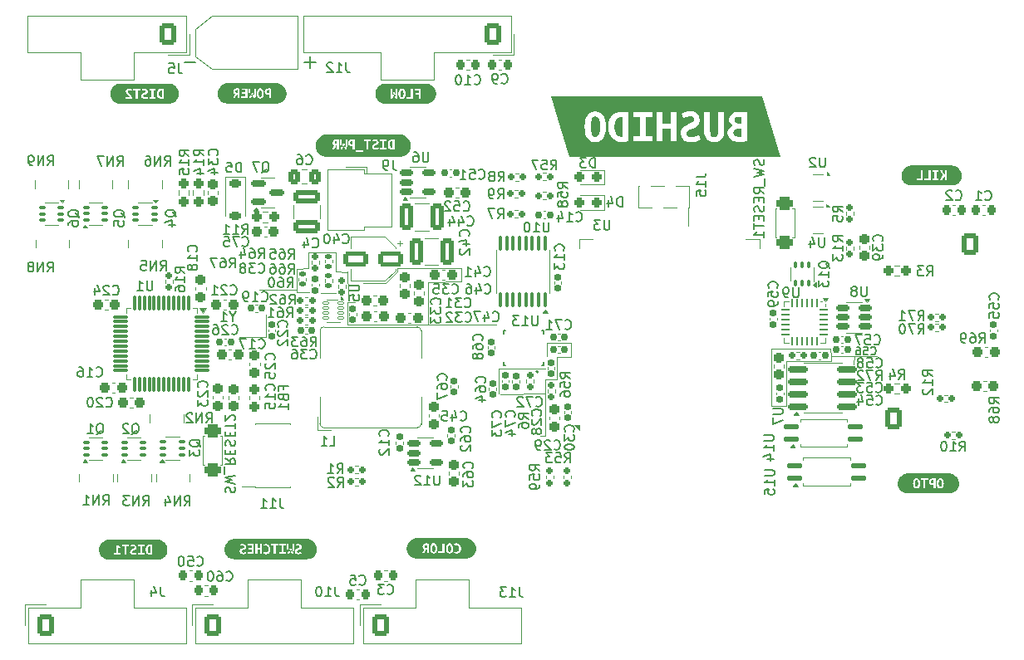
<source format=gbr>
%TF.GenerationSoftware,KiCad,Pcbnew,8.0.2*%
%TF.CreationDate,2024-07-28T21:03:14+03:00*%
%TF.ProjectId,hiro_samurai,6869726f-5f73-4616-9d75-7261692e6b69,rev?*%
%TF.SameCoordinates,Original*%
%TF.FileFunction,Legend,Bot*%
%TF.FilePolarity,Positive*%
%FSLAX46Y46*%
G04 Gerber Fmt 4.6, Leading zero omitted, Abs format (unit mm)*
G04 Created by KiCad (PCBNEW 8.0.2) date 2024-07-28 21:03:14*
%MOMM*%
%LPD*%
G01*
G04 APERTURE LIST*
G04 Aperture macros list*
%AMRoundRect*
0 Rectangle with rounded corners*
0 $1 Rounding radius*
0 $2 $3 $4 $5 $6 $7 $8 $9 X,Y pos of 4 corners*
0 Add a 4 corners polygon primitive as box body*
4,1,4,$2,$3,$4,$5,$6,$7,$8,$9,$2,$3,0*
0 Add four circle primitives for the rounded corners*
1,1,$1+$1,$2,$3*
1,1,$1+$1,$4,$5*
1,1,$1+$1,$6,$7*
1,1,$1+$1,$8,$9*
0 Add four rect primitives between the rounded corners*
20,1,$1+$1,$2,$3,$4,$5,0*
20,1,$1+$1,$4,$5,$6,$7,0*
20,1,$1+$1,$6,$7,$8,$9,0*
20,1,$1+$1,$8,$9,$2,$3,0*%
%AMFreePoly0*
4,1,22,0.945671,0.830970,1.026777,0.776777,1.080970,0.695671,1.100000,0.600000,1.100000,-0.600000,1.080970,-0.695671,1.026777,-0.776777,0.945671,-0.830970,0.850000,-0.850000,-0.450000,-0.850000,-0.545671,-0.830970,-0.626777,-0.776777,-1.026777,-0.376777,-1.080970,-0.295671,-1.100000,-0.200000,-1.100000,0.600000,-1.080970,0.695671,-1.026777,0.776777,-0.945671,0.830970,-0.850000,0.850000,
0.850000,0.850000,0.945671,0.830970,0.945671,0.830970,$1*%
%AMFreePoly1*
4,1,22,0.945671,0.830970,1.026777,0.776777,1.080970,0.695671,1.100000,0.600000,1.100000,-0.600000,1.080970,-0.695671,1.026777,-0.776777,0.945671,-0.830970,0.850000,-0.850000,-0.850000,-0.850000,-0.945671,-0.830970,-1.026777,-0.776777,-1.080970,-0.695671,-1.100000,-0.600000,-1.100000,0.200000,-1.080970,0.295671,-1.026777,0.376777,-0.626777,0.776777,-0.545671,0.830970,-0.450000,0.850000,
0.850000,0.850000,0.945671,0.830970,0.945671,0.830970,$1*%
G04 Aperture macros list end*
%ADD10C,0.100000*%
%ADD11C,0.150000*%
%ADD12C,0.200000*%
%ADD13C,0.120000*%
%ADD14C,0.000000*%
%ADD15C,0.127000*%
%ADD16C,0.010000*%
%ADD17C,1.300000*%
%ADD18RoundRect,0.250000X0.600000X-0.850000X0.600000X0.850000X-0.600000X0.850000X-0.600000X-0.850000X0*%
%ADD19O,1.700000X2.200000*%
%ADD20C,0.660000*%
%ADD21O,0.580000X1.000000*%
%ADD22C,1.100000*%
%ADD23C,3.200000*%
%ADD24FreePoly0,180.000000*%
%ADD25O,2.200000X1.700000*%
%ADD26RoundRect,0.250000X-0.600000X0.850000X-0.600000X-0.850000X0.600000X-0.850000X0.600000X0.850000X0*%
%ADD27RoundRect,0.160000X-0.197500X-0.160000X0.197500X-0.160000X0.197500X0.160000X-0.197500X0.160000X0*%
%ADD28RoundRect,0.160000X0.160000X-0.197500X0.160000X0.197500X-0.160000X0.197500X-0.160000X-0.197500X0*%
%ADD29RoundRect,0.225000X-0.225000X-0.250000X0.225000X-0.250000X0.225000X0.250000X-0.225000X0.250000X0*%
%ADD30RoundRect,0.075000X0.662500X0.075000X-0.662500X0.075000X-0.662500X-0.075000X0.662500X-0.075000X0*%
%ADD31RoundRect,0.075000X0.075000X0.662500X-0.075000X0.662500X-0.075000X-0.662500X0.075000X-0.662500X0*%
%ADD32RoundRect,0.237500X-0.300000X-0.237500X0.300000X-0.237500X0.300000X0.237500X-0.300000X0.237500X0*%
%ADD33RoundRect,0.250000X-1.100000X0.412500X-1.100000X-0.412500X1.100000X-0.412500X1.100000X0.412500X0*%
%ADD34RoundRect,0.155000X-0.212500X-0.155000X0.212500X-0.155000X0.212500X0.155000X-0.212500X0.155000X0*%
%ADD35RoundRect,0.325000X-0.525000X-0.325000X0.525000X-0.325000X0.525000X0.325000X-0.525000X0.325000X0*%
%ADD36RoundRect,0.325000X0.525000X0.325000X-0.525000X0.325000X-0.525000X-0.325000X0.525000X-0.325000X0*%
%ADD37FreePoly1,180.000000*%
%ADD38RoundRect,0.237500X0.250000X0.237500X-0.250000X0.237500X-0.250000X-0.237500X0.250000X-0.237500X0*%
%ADD39RoundRect,0.237500X0.237500X-0.300000X0.237500X0.300000X-0.237500X0.300000X-0.237500X-0.300000X0*%
%ADD40RoundRect,0.237500X-0.237500X0.300000X-0.237500X-0.300000X0.237500X-0.300000X0.237500X0.300000X0*%
%ADD41RoundRect,0.160000X0.197500X0.160000X-0.197500X0.160000X-0.197500X-0.160000X0.197500X-0.160000X0*%
%ADD42R,2.400000X0.740000*%
%ADD43RoundRect,0.160000X-0.160000X0.197500X-0.160000X-0.197500X0.160000X-0.197500X0.160000X0.197500X0*%
%ADD44RoundRect,0.155000X0.155000X-0.212500X0.155000X0.212500X-0.155000X0.212500X-0.155000X-0.212500X0*%
%ADD45RoundRect,0.050000X0.285000X0.100000X-0.285000X0.100000X-0.285000X-0.100000X0.285000X-0.100000X0*%
%ADD46RoundRect,0.100000X0.225000X0.100000X-0.225000X0.100000X-0.225000X-0.100000X0.225000X-0.100000X0*%
%ADD47R,0.400000X0.900000*%
%ADD48RoundRect,0.100000X-0.225000X-0.100000X0.225000X-0.100000X0.225000X0.100000X-0.225000X0.100000X0*%
%ADD49RoundRect,0.155000X-0.155000X0.212500X-0.155000X-0.212500X0.155000X-0.212500X0.155000X0.212500X0*%
%ADD50RoundRect,0.237500X0.300000X0.237500X-0.300000X0.237500X-0.300000X-0.237500X0.300000X-0.237500X0*%
%ADD51RoundRect,0.250000X0.337500X0.475000X-0.337500X0.475000X-0.337500X-0.475000X0.337500X-0.475000X0*%
%ADD52RoundRect,0.225000X0.225000X0.250000X-0.225000X0.250000X-0.225000X-0.250000X0.225000X-0.250000X0*%
%ADD53RoundRect,0.150000X-0.512500X-0.150000X0.512500X-0.150000X0.512500X0.150000X-0.512500X0.150000X0*%
%ADD54R,0.650000X3.000000*%
%ADD55R,3.550000X3.500000*%
%ADD56RoundRect,0.100000X0.100000X-0.225000X0.100000X0.225000X-0.100000X0.225000X-0.100000X-0.225000X0*%
%ADD57R,3.800000X3.800000*%
%ADD58C,3.800000*%
%ADD59RoundRect,0.137500X-0.662500X-0.137500X0.662500X-0.137500X0.662500X0.137500X-0.662500X0.137500X0*%
%ADD60RoundRect,0.150000X-0.587500X-0.150000X0.587500X-0.150000X0.587500X0.150000X-0.587500X0.150000X0*%
%ADD61R,0.900000X0.800000*%
%ADD62RoundRect,0.135000X0.185000X-0.135000X0.185000X0.135000X-0.185000X0.135000X-0.185000X-0.135000X0*%
%ADD63RoundRect,0.250000X1.050000X0.550000X-1.050000X0.550000X-1.050000X-0.550000X1.050000X-0.550000X0*%
%ADD64RoundRect,0.237500X-0.237500X0.250000X-0.237500X-0.250000X0.237500X-0.250000X0.237500X0.250000X0*%
%ADD65RoundRect,0.237500X0.237500X-0.287500X0.237500X0.287500X-0.237500X0.287500X-0.237500X-0.287500X0*%
%ADD66RoundRect,0.150000X0.512500X0.150000X-0.512500X0.150000X-0.512500X-0.150000X0.512500X-0.150000X0*%
%ADD67RoundRect,0.250000X-0.412500X-1.100000X0.412500X-1.100000X0.412500X1.100000X-0.412500X1.100000X0*%
%ADD68RoundRect,0.237500X0.287500X0.237500X-0.287500X0.237500X-0.287500X-0.237500X0.287500X-0.237500X0*%
%ADD69RoundRect,0.062500X0.350000X0.062500X-0.350000X0.062500X-0.350000X-0.062500X0.350000X-0.062500X0*%
%ADD70RoundRect,0.062500X0.062500X0.350000X-0.062500X0.350000X-0.062500X-0.350000X0.062500X-0.350000X0*%
%ADD71R,2.700000X2.700000*%
%ADD72R,0.625000X0.250000*%
%ADD73R,0.700000X0.450000*%
%ADD74R,0.575000X0.450000*%
%ADD75RoundRect,0.225000X-0.375000X0.225000X-0.375000X-0.225000X0.375000X-0.225000X0.375000X0.225000X0*%
%ADD76R,1.500000X0.900000*%
%ADD77R,0.900000X1.500000*%
%ADD78R,1.000000X1.000000*%
%ADD79C,0.600000*%
%ADD80RoundRect,0.100000X0.100000X-0.637500X0.100000X0.637500X-0.100000X0.637500X-0.100000X-0.637500X0*%
%ADD81RoundRect,0.150000X-0.825000X-0.150000X0.825000X-0.150000X0.825000X0.150000X-0.825000X0.150000X0*%
%ADD82RoundRect,0.135000X-0.185000X0.135000X-0.185000X-0.135000X0.185000X-0.135000X0.185000X0.135000X0*%
%ADD83RoundRect,0.237500X0.237500X-0.250000X0.237500X0.250000X-0.237500X0.250000X-0.237500X-0.250000X0*%
G04 APERTURE END LIST*
D10*
X52915000Y27695000D02*
X52931000Y21903000D01*
X82145000Y30035000D02*
X82033627Y30036768D01*
X31595000Y38667000D02*
X32830705Y38662906D01*
X44365000Y37655000D02*
X40975000Y37645000D01*
X54115000Y27685000D02*
X52915000Y27695000D01*
X32775000Y33275000D02*
X32775000Y35555000D01*
X53115000Y31385000D02*
X53115000Y30075000D01*
X28835000Y39005000D02*
X27645000Y38985000D01*
X39165000Y39065000D02*
X44365000Y39065000D01*
X75965000Y25015000D02*
X75975000Y30825000D01*
X55565000Y31385000D02*
X55565000Y29975000D01*
X48235000Y26235000D02*
X48231873Y28786853D01*
X77475000Y29565000D02*
X77465000Y25015000D01*
X40985000Y33265000D02*
X47975000Y33295000D01*
X28845000Y40685000D02*
X31595000Y40695000D01*
X39165000Y39065000D02*
X37919433Y39059811D01*
X86685000Y30031000D02*
X82145000Y30031000D01*
X34385000Y37485000D02*
X36685000Y37485000D01*
X55565000Y29975000D02*
X54125000Y29975000D01*
X52931000Y21903000D02*
X52423000Y21903000D01*
X32824267Y38666937D02*
X32845000Y36255000D01*
X82035000Y29575000D02*
X77475000Y29565000D01*
X31595000Y40695000D02*
X31595000Y38667000D01*
X48231873Y28786853D02*
X52914448Y28777297D01*
X75975000Y30825000D02*
X81955000Y30825000D01*
X54125000Y29975000D02*
X54115000Y27685000D01*
X84415000Y30035000D02*
X84395000Y29245000D01*
X82033627Y30036768D02*
X82026570Y30822575D01*
X53115000Y31385000D02*
X55565000Y31385000D01*
X31625000Y36495000D02*
X30101000Y36495000D01*
X27615000Y36805000D02*
X23825000Y36815000D01*
X52920000Y26225000D02*
X48335000Y26205000D01*
X81955000Y30825000D02*
X82026570Y30822575D01*
X82033627Y30036768D02*
X82035000Y29575000D01*
X28900000Y36625000D02*
X27635705Y36612849D01*
X40985000Y33265000D02*
X32775000Y33275000D01*
X36685000Y37485000D02*
X37875000Y38685000D01*
X32775000Y35555000D02*
X33545000Y35555000D01*
X37875000Y38685000D02*
X37868240Y39061859D01*
X27645000Y38985000D02*
X27635705Y36612849D01*
X44365000Y39065000D02*
X44365000Y37655000D01*
X28845000Y40685000D02*
X28835000Y39005000D01*
X77465000Y25015000D02*
X75965000Y25015000D01*
X40975000Y37645000D02*
X40985000Y33265000D01*
D11*
X95147057Y20380181D02*
X95480390Y20856372D01*
X95718485Y20380181D02*
X95718485Y21380181D01*
X95718485Y21380181D02*
X95337533Y21380181D01*
X95337533Y21380181D02*
X95242295Y21332562D01*
X95242295Y21332562D02*
X95194676Y21284943D01*
X95194676Y21284943D02*
X95147057Y21189705D01*
X95147057Y21189705D02*
X95147057Y21046848D01*
X95147057Y21046848D02*
X95194676Y20951610D01*
X95194676Y20951610D02*
X95242295Y20903991D01*
X95242295Y20903991D02*
X95337533Y20856372D01*
X95337533Y20856372D02*
X95718485Y20856372D01*
X94194676Y20380181D02*
X94766104Y20380181D01*
X94480390Y20380181D02*
X94480390Y21380181D01*
X94480390Y21380181D02*
X94575628Y21237324D01*
X94575628Y21237324D02*
X94670866Y21142086D01*
X94670866Y21142086D02*
X94766104Y21094467D01*
X93575628Y21380181D02*
X93480390Y21380181D01*
X93480390Y21380181D02*
X93385152Y21332562D01*
X93385152Y21332562D02*
X93337533Y21284943D01*
X93337533Y21284943D02*
X93289914Y21189705D01*
X93289914Y21189705D02*
X93242295Y20999229D01*
X93242295Y20999229D02*
X93242295Y20761134D01*
X93242295Y20761134D02*
X93289914Y20570658D01*
X93289914Y20570658D02*
X93337533Y20475420D01*
X93337533Y20475420D02*
X93385152Y20427800D01*
X93385152Y20427800D02*
X93480390Y20380181D01*
X93480390Y20380181D02*
X93575628Y20380181D01*
X93575628Y20380181D02*
X93670866Y20427800D01*
X93670866Y20427800D02*
X93718485Y20475420D01*
X93718485Y20475420D02*
X93766104Y20570658D01*
X93766104Y20570658D02*
X93813723Y20761134D01*
X93813723Y20761134D02*
X93813723Y20999229D01*
X93813723Y20999229D02*
X93766104Y21189705D01*
X93766104Y21189705D02*
X93718485Y21284943D01*
X93718485Y21284943D02*
X93670866Y21332562D01*
X93670866Y21332562D02*
X93575628Y21380181D01*
X54927808Y19220481D02*
X55261141Y19696672D01*
X55499236Y19220481D02*
X55499236Y20220481D01*
X55499236Y20220481D02*
X55118284Y20220481D01*
X55118284Y20220481D02*
X55023046Y20172862D01*
X55023046Y20172862D02*
X54975427Y20125243D01*
X54975427Y20125243D02*
X54927808Y20030005D01*
X54927808Y20030005D02*
X54927808Y19887148D01*
X54927808Y19887148D02*
X54975427Y19791910D01*
X54975427Y19791910D02*
X55023046Y19744291D01*
X55023046Y19744291D02*
X55118284Y19696672D01*
X55118284Y19696672D02*
X55499236Y19696672D01*
X54023046Y20220481D02*
X54499236Y20220481D01*
X54499236Y20220481D02*
X54546855Y19744291D01*
X54546855Y19744291D02*
X54499236Y19791910D01*
X54499236Y19791910D02*
X54403998Y19839529D01*
X54403998Y19839529D02*
X54165903Y19839529D01*
X54165903Y19839529D02*
X54070665Y19791910D01*
X54070665Y19791910D02*
X54023046Y19744291D01*
X54023046Y19744291D02*
X53975427Y19649053D01*
X53975427Y19649053D02*
X53975427Y19410958D01*
X53975427Y19410958D02*
X54023046Y19315720D01*
X54023046Y19315720D02*
X54070665Y19268100D01*
X54070665Y19268100D02*
X54165903Y19220481D01*
X54165903Y19220481D02*
X54403998Y19220481D01*
X54403998Y19220481D02*
X54499236Y19268100D01*
X54499236Y19268100D02*
X54546855Y19315720D01*
X53642093Y20220481D02*
X53023046Y20220481D01*
X53023046Y20220481D02*
X53356379Y19839529D01*
X53356379Y19839529D02*
X53213522Y19839529D01*
X53213522Y19839529D02*
X53118284Y19791910D01*
X53118284Y19791910D02*
X53070665Y19744291D01*
X53070665Y19744291D02*
X53023046Y19649053D01*
X53023046Y19649053D02*
X53023046Y19410958D01*
X53023046Y19410958D02*
X53070665Y19315720D01*
X53070665Y19315720D02*
X53118284Y19268100D01*
X53118284Y19268100D02*
X53213522Y19220481D01*
X53213522Y19220481D02*
X53499236Y19220481D01*
X53499236Y19220481D02*
X53594474Y19268100D01*
X53594474Y19268100D02*
X53642093Y19315720D01*
X97751666Y46045420D02*
X97799285Y45997800D01*
X97799285Y45997800D02*
X97942142Y45950181D01*
X97942142Y45950181D02*
X98037380Y45950181D01*
X98037380Y45950181D02*
X98180237Y45997800D01*
X98180237Y45997800D02*
X98275475Y46093039D01*
X98275475Y46093039D02*
X98323094Y46188277D01*
X98323094Y46188277D02*
X98370713Y46378753D01*
X98370713Y46378753D02*
X98370713Y46521610D01*
X98370713Y46521610D02*
X98323094Y46712086D01*
X98323094Y46712086D02*
X98275475Y46807324D01*
X98275475Y46807324D02*
X98180237Y46902562D01*
X98180237Y46902562D02*
X98037380Y46950181D01*
X98037380Y46950181D02*
X97942142Y46950181D01*
X97942142Y46950181D02*
X97799285Y46902562D01*
X97799285Y46902562D02*
X97751666Y46854943D01*
X96799285Y45950181D02*
X97370713Y45950181D01*
X97084999Y45950181D02*
X97084999Y46950181D01*
X97084999Y46950181D02*
X97180237Y46807324D01*
X97180237Y46807324D02*
X97275475Y46712086D01*
X97275475Y46712086D02*
X97370713Y46664467D01*
X12926904Y37790181D02*
X12926904Y36980658D01*
X12926904Y36980658D02*
X12879285Y36885420D01*
X12879285Y36885420D02*
X12831666Y36837800D01*
X12831666Y36837800D02*
X12736428Y36790181D01*
X12736428Y36790181D02*
X12545952Y36790181D01*
X12545952Y36790181D02*
X12450714Y36837800D01*
X12450714Y36837800D02*
X12403095Y36885420D01*
X12403095Y36885420D02*
X12355476Y36980658D01*
X12355476Y36980658D02*
X12355476Y37790181D01*
X11355476Y36790181D02*
X11926904Y36790181D01*
X11641190Y36790181D02*
X11641190Y37790181D01*
X11641190Y37790181D02*
X11736428Y37647324D01*
X11736428Y37647324D02*
X11831666Y37552086D01*
X11831666Y37552086D02*
X11926904Y37504467D01*
X44607057Y44965420D02*
X44654676Y44917800D01*
X44654676Y44917800D02*
X44797533Y44870181D01*
X44797533Y44870181D02*
X44892771Y44870181D01*
X44892771Y44870181D02*
X45035628Y44917800D01*
X45035628Y44917800D02*
X45130866Y45013039D01*
X45130866Y45013039D02*
X45178485Y45108277D01*
X45178485Y45108277D02*
X45226104Y45298753D01*
X45226104Y45298753D02*
X45226104Y45441610D01*
X45226104Y45441610D02*
X45178485Y45632086D01*
X45178485Y45632086D02*
X45130866Y45727324D01*
X45130866Y45727324D02*
X45035628Y45822562D01*
X45035628Y45822562D02*
X44892771Y45870181D01*
X44892771Y45870181D02*
X44797533Y45870181D01*
X44797533Y45870181D02*
X44654676Y45822562D01*
X44654676Y45822562D02*
X44607057Y45774943D01*
X43702295Y45870181D02*
X44178485Y45870181D01*
X44178485Y45870181D02*
X44226104Y45393991D01*
X44226104Y45393991D02*
X44178485Y45441610D01*
X44178485Y45441610D02*
X44083247Y45489229D01*
X44083247Y45489229D02*
X43845152Y45489229D01*
X43845152Y45489229D02*
X43749914Y45441610D01*
X43749914Y45441610D02*
X43702295Y45393991D01*
X43702295Y45393991D02*
X43654676Y45298753D01*
X43654676Y45298753D02*
X43654676Y45060658D01*
X43654676Y45060658D02*
X43702295Y44965420D01*
X43702295Y44965420D02*
X43749914Y44917800D01*
X43749914Y44917800D02*
X43845152Y44870181D01*
X43845152Y44870181D02*
X44083247Y44870181D01*
X44083247Y44870181D02*
X44178485Y44917800D01*
X44178485Y44917800D02*
X44226104Y44965420D01*
X43273723Y45774943D02*
X43226104Y45822562D01*
X43226104Y45822562D02*
X43130866Y45870181D01*
X43130866Y45870181D02*
X42892771Y45870181D01*
X42892771Y45870181D02*
X42797533Y45822562D01*
X42797533Y45822562D02*
X42749914Y45774943D01*
X42749914Y45774943D02*
X42702295Y45679705D01*
X42702295Y45679705D02*
X42702295Y45584467D01*
X42702295Y45584467D02*
X42749914Y45441610D01*
X42749914Y45441610D02*
X43321342Y44870181D01*
X43321342Y44870181D02*
X42702295Y44870181D01*
X29221666Y41220206D02*
X29269285Y41172586D01*
X29269285Y41172586D02*
X29412142Y41124967D01*
X29412142Y41124967D02*
X29507380Y41124967D01*
X29507380Y41124967D02*
X29650237Y41172586D01*
X29650237Y41172586D02*
X29745475Y41267825D01*
X29745475Y41267825D02*
X29793094Y41363063D01*
X29793094Y41363063D02*
X29840713Y41553539D01*
X29840713Y41553539D02*
X29840713Y41696396D01*
X29840713Y41696396D02*
X29793094Y41886872D01*
X29793094Y41886872D02*
X29745475Y41982110D01*
X29745475Y41982110D02*
X29650237Y42077348D01*
X29650237Y42077348D02*
X29507380Y42124967D01*
X29507380Y42124967D02*
X29412142Y42124967D01*
X29412142Y42124967D02*
X29269285Y42077348D01*
X29269285Y42077348D02*
X29221666Y42029729D01*
X28364523Y41791634D02*
X28364523Y41124967D01*
X28602618Y42172586D02*
X28840713Y41458301D01*
X28840713Y41458301D02*
X28221666Y41458301D01*
X54962834Y32880654D02*
X55010453Y32833034D01*
X55010453Y32833034D02*
X55153310Y32785415D01*
X55153310Y32785415D02*
X55248548Y32785415D01*
X55248548Y32785415D02*
X55391405Y32833034D01*
X55391405Y32833034D02*
X55486643Y32928273D01*
X55486643Y32928273D02*
X55534262Y33023511D01*
X55534262Y33023511D02*
X55581881Y33213987D01*
X55581881Y33213987D02*
X55581881Y33356844D01*
X55581881Y33356844D02*
X55534262Y33547320D01*
X55534262Y33547320D02*
X55486643Y33642558D01*
X55486643Y33642558D02*
X55391405Y33737796D01*
X55391405Y33737796D02*
X55248548Y33785415D01*
X55248548Y33785415D02*
X55153310Y33785415D01*
X55153310Y33785415D02*
X55010453Y33737796D01*
X55010453Y33737796D02*
X54962834Y33690177D01*
X54629500Y33785415D02*
X53962834Y33785415D01*
X53962834Y33785415D02*
X54391405Y32785415D01*
X53058072Y32785415D02*
X53629500Y32785415D01*
X53343786Y32785415D02*
X53343786Y33785415D01*
X53343786Y33785415D02*
X53439024Y33642558D01*
X53439024Y33642558D02*
X53534262Y33547320D01*
X53534262Y33547320D02*
X53629500Y33499701D01*
X46717857Y38315420D02*
X46765476Y38267800D01*
X46765476Y38267800D02*
X46908333Y38220181D01*
X46908333Y38220181D02*
X47003571Y38220181D01*
X47003571Y38220181D02*
X47146428Y38267800D01*
X47146428Y38267800D02*
X47241666Y38363039D01*
X47241666Y38363039D02*
X47289285Y38458277D01*
X47289285Y38458277D02*
X47336904Y38648753D01*
X47336904Y38648753D02*
X47336904Y38791610D01*
X47336904Y38791610D02*
X47289285Y38982086D01*
X47289285Y38982086D02*
X47241666Y39077324D01*
X47241666Y39077324D02*
X47146428Y39172562D01*
X47146428Y39172562D02*
X47003571Y39220181D01*
X47003571Y39220181D02*
X46908333Y39220181D01*
X46908333Y39220181D02*
X46765476Y39172562D01*
X46765476Y39172562D02*
X46717857Y39124943D01*
X45860714Y38886848D02*
X45860714Y38220181D01*
X46098809Y39267800D02*
X46336904Y38553515D01*
X46336904Y38553515D02*
X45717857Y38553515D01*
X44813095Y38220181D02*
X45384523Y38220181D01*
X45098809Y38220181D02*
X45098809Y39220181D01*
X45098809Y39220181D02*
X45194047Y39077324D01*
X45194047Y39077324D02*
X45289285Y38982086D01*
X45289285Y38982086D02*
X45384523Y38934467D01*
D12*
X20395400Y16148810D02*
X20347780Y16291667D01*
X20347780Y16291667D02*
X20347780Y16529762D01*
X20347780Y16529762D02*
X20395400Y16625000D01*
X20395400Y16625000D02*
X20443019Y16672619D01*
X20443019Y16672619D02*
X20538257Y16720238D01*
X20538257Y16720238D02*
X20633495Y16720238D01*
X20633495Y16720238D02*
X20728733Y16672619D01*
X20728733Y16672619D02*
X20776352Y16625000D01*
X20776352Y16625000D02*
X20823971Y16529762D01*
X20823971Y16529762D02*
X20871590Y16339286D01*
X20871590Y16339286D02*
X20919209Y16244048D01*
X20919209Y16244048D02*
X20966828Y16196429D01*
X20966828Y16196429D02*
X21062066Y16148810D01*
X21062066Y16148810D02*
X21157304Y16148810D01*
X21157304Y16148810D02*
X21252542Y16196429D01*
X21252542Y16196429D02*
X21300161Y16244048D01*
X21300161Y16244048D02*
X21347780Y16339286D01*
X21347780Y16339286D02*
X21347780Y16577381D01*
X21347780Y16577381D02*
X21300161Y16720238D01*
X21347780Y17053572D02*
X20347780Y17291667D01*
X20347780Y17291667D02*
X21062066Y17482143D01*
X21062066Y17482143D02*
X20347780Y17672619D01*
X20347780Y17672619D02*
X21347780Y17910714D01*
X20252542Y18053571D02*
X20252542Y18815476D01*
X20347780Y19625000D02*
X20823971Y19291667D01*
X20347780Y19053572D02*
X21347780Y19053572D01*
X21347780Y19053572D02*
X21347780Y19434524D01*
X21347780Y19434524D02*
X21300161Y19529762D01*
X21300161Y19529762D02*
X21252542Y19577381D01*
X21252542Y19577381D02*
X21157304Y19625000D01*
X21157304Y19625000D02*
X21014447Y19625000D01*
X21014447Y19625000D02*
X20919209Y19577381D01*
X20919209Y19577381D02*
X20871590Y19529762D01*
X20871590Y19529762D02*
X20823971Y19434524D01*
X20823971Y19434524D02*
X20823971Y19053572D01*
X20871590Y20053572D02*
X20871590Y20386905D01*
X20347780Y20529762D02*
X20347780Y20053572D01*
X20347780Y20053572D02*
X21347780Y20053572D01*
X21347780Y20053572D02*
X21347780Y20529762D01*
X20395400Y20910715D02*
X20347780Y21053572D01*
X20347780Y21053572D02*
X20347780Y21291667D01*
X20347780Y21291667D02*
X20395400Y21386905D01*
X20395400Y21386905D02*
X20443019Y21434524D01*
X20443019Y21434524D02*
X20538257Y21482143D01*
X20538257Y21482143D02*
X20633495Y21482143D01*
X20633495Y21482143D02*
X20728733Y21434524D01*
X20728733Y21434524D02*
X20776352Y21386905D01*
X20776352Y21386905D02*
X20823971Y21291667D01*
X20823971Y21291667D02*
X20871590Y21101191D01*
X20871590Y21101191D02*
X20919209Y21005953D01*
X20919209Y21005953D02*
X20966828Y20958334D01*
X20966828Y20958334D02*
X21062066Y20910715D01*
X21062066Y20910715D02*
X21157304Y20910715D01*
X21157304Y20910715D02*
X21252542Y20958334D01*
X21252542Y20958334D02*
X21300161Y21005953D01*
X21300161Y21005953D02*
X21347780Y21101191D01*
X21347780Y21101191D02*
X21347780Y21339286D01*
X21347780Y21339286D02*
X21300161Y21482143D01*
X20871590Y21910715D02*
X20871590Y22244048D01*
X20347780Y22386905D02*
X20347780Y21910715D01*
X20347780Y21910715D02*
X21347780Y21910715D01*
X21347780Y21910715D02*
X21347780Y22386905D01*
X21347780Y22672620D02*
X21347780Y23244048D01*
X20347780Y22958334D02*
X21347780Y22958334D01*
X21252542Y23529763D02*
X21300161Y23577382D01*
X21300161Y23577382D02*
X21347780Y23672620D01*
X21347780Y23672620D02*
X21347780Y23910715D01*
X21347780Y23910715D02*
X21300161Y24005953D01*
X21300161Y24005953D02*
X21252542Y24053572D01*
X21252542Y24053572D02*
X21157304Y24101191D01*
X21157304Y24101191D02*
X21062066Y24101191D01*
X21062066Y24101191D02*
X20919209Y24053572D01*
X20919209Y24053572D02*
X20347780Y23482144D01*
X20347780Y23482144D02*
X20347780Y24101191D01*
D11*
X26863652Y35364686D02*
X27196985Y35840877D01*
X27435080Y35364686D02*
X27435080Y36364686D01*
X27435080Y36364686D02*
X27054128Y36364686D01*
X27054128Y36364686D02*
X26958890Y36317067D01*
X26958890Y36317067D02*
X26911271Y36269448D01*
X26911271Y36269448D02*
X26863652Y36174210D01*
X26863652Y36174210D02*
X26863652Y36031353D01*
X26863652Y36031353D02*
X26911271Y35936115D01*
X26911271Y35936115D02*
X26958890Y35888496D01*
X26958890Y35888496D02*
X27054128Y35840877D01*
X27054128Y35840877D02*
X27435080Y35840877D01*
X26006509Y36364686D02*
X26196985Y36364686D01*
X26196985Y36364686D02*
X26292223Y36317067D01*
X26292223Y36317067D02*
X26339842Y36269448D01*
X26339842Y36269448D02*
X26435080Y36126591D01*
X26435080Y36126591D02*
X26482699Y35936115D01*
X26482699Y35936115D02*
X26482699Y35555163D01*
X26482699Y35555163D02*
X26435080Y35459925D01*
X26435080Y35459925D02*
X26387461Y35412305D01*
X26387461Y35412305D02*
X26292223Y35364686D01*
X26292223Y35364686D02*
X26101747Y35364686D01*
X26101747Y35364686D02*
X26006509Y35412305D01*
X26006509Y35412305D02*
X25958890Y35459925D01*
X25958890Y35459925D02*
X25911271Y35555163D01*
X25911271Y35555163D02*
X25911271Y35793258D01*
X25911271Y35793258D02*
X25958890Y35888496D01*
X25958890Y35888496D02*
X26006509Y35936115D01*
X26006509Y35936115D02*
X26101747Y35983734D01*
X26101747Y35983734D02*
X26292223Y35983734D01*
X26292223Y35983734D02*
X26387461Y35936115D01*
X26387461Y35936115D02*
X26435080Y35888496D01*
X26435080Y35888496D02*
X26482699Y35793258D01*
X25530318Y36269448D02*
X25482699Y36317067D01*
X25482699Y36317067D02*
X25387461Y36364686D01*
X25387461Y36364686D02*
X25149366Y36364686D01*
X25149366Y36364686D02*
X25054128Y36317067D01*
X25054128Y36317067D02*
X25006509Y36269448D01*
X25006509Y36269448D02*
X24958890Y36174210D01*
X24958890Y36174210D02*
X24958890Y36078972D01*
X24958890Y36078972D02*
X25006509Y35936115D01*
X25006509Y35936115D02*
X25577937Y35364686D01*
X25577937Y35364686D02*
X24958890Y35364686D01*
X37408333Y50070181D02*
X37408333Y49355896D01*
X37408333Y49355896D02*
X37455952Y49213039D01*
X37455952Y49213039D02*
X37551190Y49117800D01*
X37551190Y49117800D02*
X37694047Y49070181D01*
X37694047Y49070181D02*
X37789285Y49070181D01*
X36884523Y49070181D02*
X36694047Y49070181D01*
X36694047Y49070181D02*
X36598809Y49117800D01*
X36598809Y49117800D02*
X36551190Y49165420D01*
X36551190Y49165420D02*
X36455952Y49308277D01*
X36455952Y49308277D02*
X36408333Y49498753D01*
X36408333Y49498753D02*
X36408333Y49879705D01*
X36408333Y49879705D02*
X36455952Y49974943D01*
X36455952Y49974943D02*
X36503571Y50022562D01*
X36503571Y50022562D02*
X36598809Y50070181D01*
X36598809Y50070181D02*
X36789285Y50070181D01*
X36789285Y50070181D02*
X36884523Y50022562D01*
X36884523Y50022562D02*
X36932142Y49974943D01*
X36932142Y49974943D02*
X36979761Y49879705D01*
X36979761Y49879705D02*
X36979761Y49641610D01*
X36979761Y49641610D02*
X36932142Y49546372D01*
X36932142Y49546372D02*
X36884523Y49498753D01*
X36884523Y49498753D02*
X36789285Y49451134D01*
X36789285Y49451134D02*
X36598809Y49451134D01*
X36598809Y49451134D02*
X36503571Y49498753D01*
X36503571Y49498753D02*
X36455952Y49546372D01*
X36455952Y49546372D02*
X36408333Y49641610D01*
X23757857Y30935420D02*
X23805476Y30887800D01*
X23805476Y30887800D02*
X23948333Y30840181D01*
X23948333Y30840181D02*
X24043571Y30840181D01*
X24043571Y30840181D02*
X24186428Y30887800D01*
X24186428Y30887800D02*
X24281666Y30983039D01*
X24281666Y30983039D02*
X24329285Y31078277D01*
X24329285Y31078277D02*
X24376904Y31268753D01*
X24376904Y31268753D02*
X24376904Y31411610D01*
X24376904Y31411610D02*
X24329285Y31602086D01*
X24329285Y31602086D02*
X24281666Y31697324D01*
X24281666Y31697324D02*
X24186428Y31792562D01*
X24186428Y31792562D02*
X24043571Y31840181D01*
X24043571Y31840181D02*
X23948333Y31840181D01*
X23948333Y31840181D02*
X23805476Y31792562D01*
X23805476Y31792562D02*
X23757857Y31744943D01*
X22805476Y30840181D02*
X23376904Y30840181D01*
X23091190Y30840181D02*
X23091190Y31840181D01*
X23091190Y31840181D02*
X23186428Y31697324D01*
X23186428Y31697324D02*
X23281666Y31602086D01*
X23281666Y31602086D02*
X23376904Y31554467D01*
X22472142Y31840181D02*
X21805476Y31840181D01*
X21805476Y31840181D02*
X22234047Y30840181D01*
X91811666Y38270181D02*
X92144999Y38746372D01*
X92383094Y38270181D02*
X92383094Y39270181D01*
X92383094Y39270181D02*
X92002142Y39270181D01*
X92002142Y39270181D02*
X91906904Y39222562D01*
X91906904Y39222562D02*
X91859285Y39174943D01*
X91859285Y39174943D02*
X91811666Y39079705D01*
X91811666Y39079705D02*
X91811666Y38936848D01*
X91811666Y38936848D02*
X91859285Y38841610D01*
X91859285Y38841610D02*
X91906904Y38793991D01*
X91906904Y38793991D02*
X92002142Y38746372D01*
X92002142Y38746372D02*
X92383094Y38746372D01*
X91478332Y39270181D02*
X90859285Y39270181D01*
X90859285Y39270181D02*
X91192618Y38889229D01*
X91192618Y38889229D02*
X91049761Y38889229D01*
X91049761Y38889229D02*
X90954523Y38841610D01*
X90954523Y38841610D02*
X90906904Y38793991D01*
X90906904Y38793991D02*
X90859285Y38698753D01*
X90859285Y38698753D02*
X90859285Y38460658D01*
X90859285Y38460658D02*
X90906904Y38365420D01*
X90906904Y38365420D02*
X90954523Y38317800D01*
X90954523Y38317800D02*
X91049761Y38270181D01*
X91049761Y38270181D02*
X91335475Y38270181D01*
X91335475Y38270181D02*
X91430713Y38317800D01*
X91430713Y38317800D02*
X91478332Y38365420D01*
X17410653Y40750057D02*
X17458273Y40797676D01*
X17458273Y40797676D02*
X17505892Y40940533D01*
X17505892Y40940533D02*
X17505892Y41035771D01*
X17505892Y41035771D02*
X17458273Y41178628D01*
X17458273Y41178628D02*
X17363034Y41273866D01*
X17363034Y41273866D02*
X17267796Y41321485D01*
X17267796Y41321485D02*
X17077320Y41369104D01*
X17077320Y41369104D02*
X16934463Y41369104D01*
X16934463Y41369104D02*
X16743987Y41321485D01*
X16743987Y41321485D02*
X16648749Y41273866D01*
X16648749Y41273866D02*
X16553511Y41178628D01*
X16553511Y41178628D02*
X16505892Y41035771D01*
X16505892Y41035771D02*
X16505892Y40940533D01*
X16505892Y40940533D02*
X16553511Y40797676D01*
X16553511Y40797676D02*
X16601130Y40750057D01*
X17505892Y39797676D02*
X17505892Y40369104D01*
X17505892Y40083390D02*
X16505892Y40083390D01*
X16505892Y40083390D02*
X16648749Y40178628D01*
X16648749Y40178628D02*
X16743987Y40273866D01*
X16743987Y40273866D02*
X16791606Y40369104D01*
X16934463Y39226247D02*
X16886844Y39321485D01*
X16886844Y39321485D02*
X16839225Y39369104D01*
X16839225Y39369104D02*
X16743987Y39416723D01*
X16743987Y39416723D02*
X16696368Y39416723D01*
X16696368Y39416723D02*
X16601130Y39369104D01*
X16601130Y39369104D02*
X16553511Y39321485D01*
X16553511Y39321485D02*
X16505892Y39226247D01*
X16505892Y39226247D02*
X16505892Y39035771D01*
X16505892Y39035771D02*
X16553511Y38940533D01*
X16553511Y38940533D02*
X16601130Y38892914D01*
X16601130Y38892914D02*
X16696368Y38845295D01*
X16696368Y38845295D02*
X16743987Y38845295D01*
X16743987Y38845295D02*
X16839225Y38892914D01*
X16839225Y38892914D02*
X16886844Y38940533D01*
X16886844Y38940533D02*
X16934463Y39035771D01*
X16934463Y39035771D02*
X16934463Y39226247D01*
X16934463Y39226247D02*
X16982082Y39321485D01*
X16982082Y39321485D02*
X17029701Y39369104D01*
X17029701Y39369104D02*
X17124939Y39416723D01*
X17124939Y39416723D02*
X17315415Y39416723D01*
X17315415Y39416723D02*
X17410653Y39369104D01*
X17410653Y39369104D02*
X17458273Y39321485D01*
X17458273Y39321485D02*
X17505892Y39226247D01*
X17505892Y39226247D02*
X17505892Y39035771D01*
X17505892Y39035771D02*
X17458273Y38940533D01*
X17458273Y38940533D02*
X17410653Y38892914D01*
X17410653Y38892914D02*
X17315415Y38845295D01*
X17315415Y38845295D02*
X17124939Y38845295D01*
X17124939Y38845295D02*
X17029701Y38892914D01*
X17029701Y38892914D02*
X16982082Y38940533D01*
X16982082Y38940533D02*
X16934463Y39035771D01*
X29017857Y29885420D02*
X29065476Y29837800D01*
X29065476Y29837800D02*
X29208333Y29790181D01*
X29208333Y29790181D02*
X29303571Y29790181D01*
X29303571Y29790181D02*
X29446428Y29837800D01*
X29446428Y29837800D02*
X29541666Y29933039D01*
X29541666Y29933039D02*
X29589285Y30028277D01*
X29589285Y30028277D02*
X29636904Y30218753D01*
X29636904Y30218753D02*
X29636904Y30361610D01*
X29636904Y30361610D02*
X29589285Y30552086D01*
X29589285Y30552086D02*
X29541666Y30647324D01*
X29541666Y30647324D02*
X29446428Y30742562D01*
X29446428Y30742562D02*
X29303571Y30790181D01*
X29303571Y30790181D02*
X29208333Y30790181D01*
X29208333Y30790181D02*
X29065476Y30742562D01*
X29065476Y30742562D02*
X29017857Y30694943D01*
X28684523Y30790181D02*
X28065476Y30790181D01*
X28065476Y30790181D02*
X28398809Y30409229D01*
X28398809Y30409229D02*
X28255952Y30409229D01*
X28255952Y30409229D02*
X28160714Y30361610D01*
X28160714Y30361610D02*
X28113095Y30313991D01*
X28113095Y30313991D02*
X28065476Y30218753D01*
X28065476Y30218753D02*
X28065476Y29980658D01*
X28065476Y29980658D02*
X28113095Y29885420D01*
X28113095Y29885420D02*
X28160714Y29837800D01*
X28160714Y29837800D02*
X28255952Y29790181D01*
X28255952Y29790181D02*
X28541666Y29790181D01*
X28541666Y29790181D02*
X28636904Y29837800D01*
X28636904Y29837800D02*
X28684523Y29885420D01*
X27208333Y30790181D02*
X27398809Y30790181D01*
X27398809Y30790181D02*
X27494047Y30742562D01*
X27494047Y30742562D02*
X27541666Y30694943D01*
X27541666Y30694943D02*
X27636904Y30552086D01*
X27636904Y30552086D02*
X27684523Y30361610D01*
X27684523Y30361610D02*
X27684523Y29980658D01*
X27684523Y29980658D02*
X27636904Y29885420D01*
X27636904Y29885420D02*
X27589285Y29837800D01*
X27589285Y29837800D02*
X27494047Y29790181D01*
X27494047Y29790181D02*
X27303571Y29790181D01*
X27303571Y29790181D02*
X27208333Y29837800D01*
X27208333Y29837800D02*
X27160714Y29885420D01*
X27160714Y29885420D02*
X27113095Y29980658D01*
X27113095Y29980658D02*
X27113095Y30218753D01*
X27113095Y30218753D02*
X27160714Y30313991D01*
X27160714Y30313991D02*
X27208333Y30361610D01*
X27208333Y30361610D02*
X27303571Y30409229D01*
X27303571Y30409229D02*
X27494047Y30409229D01*
X27494047Y30409229D02*
X27589285Y30361610D01*
X27589285Y30361610D02*
X27636904Y30313991D01*
X27636904Y30313991D02*
X27684523Y30218753D01*
X44302857Y23575420D02*
X44350476Y23527800D01*
X44350476Y23527800D02*
X44493333Y23480181D01*
X44493333Y23480181D02*
X44588571Y23480181D01*
X44588571Y23480181D02*
X44731428Y23527800D01*
X44731428Y23527800D02*
X44826666Y23623039D01*
X44826666Y23623039D02*
X44874285Y23718277D01*
X44874285Y23718277D02*
X44921904Y23908753D01*
X44921904Y23908753D02*
X44921904Y24051610D01*
X44921904Y24051610D02*
X44874285Y24242086D01*
X44874285Y24242086D02*
X44826666Y24337324D01*
X44826666Y24337324D02*
X44731428Y24432562D01*
X44731428Y24432562D02*
X44588571Y24480181D01*
X44588571Y24480181D02*
X44493333Y24480181D01*
X44493333Y24480181D02*
X44350476Y24432562D01*
X44350476Y24432562D02*
X44302857Y24384943D01*
X43445714Y24146848D02*
X43445714Y23480181D01*
X43683809Y24527800D02*
X43921904Y23813515D01*
X43921904Y23813515D02*
X43302857Y23813515D01*
X42445714Y24480181D02*
X42921904Y24480181D01*
X42921904Y24480181D02*
X42969523Y24003991D01*
X42969523Y24003991D02*
X42921904Y24051610D01*
X42921904Y24051610D02*
X42826666Y24099229D01*
X42826666Y24099229D02*
X42588571Y24099229D01*
X42588571Y24099229D02*
X42493333Y24051610D01*
X42493333Y24051610D02*
X42445714Y24003991D01*
X42445714Y24003991D02*
X42398095Y23908753D01*
X42398095Y23908753D02*
X42398095Y23670658D01*
X42398095Y23670658D02*
X42445714Y23575420D01*
X42445714Y23575420D02*
X42493333Y23527800D01*
X42493333Y23527800D02*
X42588571Y23480181D01*
X42588571Y23480181D02*
X42826666Y23480181D01*
X42826666Y23480181D02*
X42921904Y23527800D01*
X42921904Y23527800D02*
X42969523Y23575420D01*
X55210405Y47199345D02*
X54734214Y47532678D01*
X55210405Y47770773D02*
X54210405Y47770773D01*
X54210405Y47770773D02*
X54210405Y47389821D01*
X54210405Y47389821D02*
X54258024Y47294583D01*
X54258024Y47294583D02*
X54305643Y47246964D01*
X54305643Y47246964D02*
X54400881Y47199345D01*
X54400881Y47199345D02*
X54543738Y47199345D01*
X54543738Y47199345D02*
X54638976Y47246964D01*
X54638976Y47246964D02*
X54686595Y47294583D01*
X54686595Y47294583D02*
X54734214Y47389821D01*
X54734214Y47389821D02*
X54734214Y47770773D01*
X54210405Y46294583D02*
X54210405Y46770773D01*
X54210405Y46770773D02*
X54686595Y46818392D01*
X54686595Y46818392D02*
X54638976Y46770773D01*
X54638976Y46770773D02*
X54591357Y46675535D01*
X54591357Y46675535D02*
X54591357Y46437440D01*
X54591357Y46437440D02*
X54638976Y46342202D01*
X54638976Y46342202D02*
X54686595Y46294583D01*
X54686595Y46294583D02*
X54781833Y46246964D01*
X54781833Y46246964D02*
X55019928Y46246964D01*
X55019928Y46246964D02*
X55115166Y46294583D01*
X55115166Y46294583D02*
X55162786Y46342202D01*
X55162786Y46342202D02*
X55210405Y46437440D01*
X55210405Y46437440D02*
X55210405Y46675535D01*
X55210405Y46675535D02*
X55162786Y46770773D01*
X55162786Y46770773D02*
X55115166Y46818392D01*
X54638976Y45675535D02*
X54591357Y45770773D01*
X54591357Y45770773D02*
X54543738Y45818392D01*
X54543738Y45818392D02*
X54448500Y45866011D01*
X54448500Y45866011D02*
X54400881Y45866011D01*
X54400881Y45866011D02*
X54305643Y45818392D01*
X54305643Y45818392D02*
X54258024Y45770773D01*
X54258024Y45770773D02*
X54210405Y45675535D01*
X54210405Y45675535D02*
X54210405Y45485059D01*
X54210405Y45485059D02*
X54258024Y45389821D01*
X54258024Y45389821D02*
X54305643Y45342202D01*
X54305643Y45342202D02*
X54400881Y45294583D01*
X54400881Y45294583D02*
X54448500Y45294583D01*
X54448500Y45294583D02*
X54543738Y45342202D01*
X54543738Y45342202D02*
X54591357Y45389821D01*
X54591357Y45389821D02*
X54638976Y45485059D01*
X54638976Y45485059D02*
X54638976Y45675535D01*
X54638976Y45675535D02*
X54686595Y45770773D01*
X54686595Y45770773D02*
X54734214Y45818392D01*
X54734214Y45818392D02*
X54829452Y45866011D01*
X54829452Y45866011D02*
X55019928Y45866011D01*
X55019928Y45866011D02*
X55115166Y45818392D01*
X55115166Y45818392D02*
X55162786Y45770773D01*
X55162786Y45770773D02*
X55210405Y45675535D01*
X55210405Y45675535D02*
X55210405Y45485059D01*
X55210405Y45485059D02*
X55162786Y45389821D01*
X55162786Y45389821D02*
X55115166Y45342202D01*
X55115166Y45342202D02*
X55019928Y45294583D01*
X55019928Y45294583D02*
X54829452Y45294583D01*
X54829452Y45294583D02*
X54734214Y45342202D01*
X54734214Y45342202D02*
X54686595Y45389821D01*
X54686595Y45389821D02*
X54638976Y45485059D01*
X36841666Y5889420D02*
X36889285Y5841800D01*
X36889285Y5841800D02*
X37032142Y5794181D01*
X37032142Y5794181D02*
X37127380Y5794181D01*
X37127380Y5794181D02*
X37270237Y5841800D01*
X37270237Y5841800D02*
X37365475Y5937039D01*
X37365475Y5937039D02*
X37413094Y6032277D01*
X37413094Y6032277D02*
X37460713Y6222753D01*
X37460713Y6222753D02*
X37460713Y6365610D01*
X37460713Y6365610D02*
X37413094Y6556086D01*
X37413094Y6556086D02*
X37365475Y6651324D01*
X37365475Y6651324D02*
X37270237Y6746562D01*
X37270237Y6746562D02*
X37127380Y6794181D01*
X37127380Y6794181D02*
X37032142Y6794181D01*
X37032142Y6794181D02*
X36889285Y6746562D01*
X36889285Y6746562D02*
X36841666Y6698943D01*
X36508332Y6794181D02*
X35889285Y6794181D01*
X35889285Y6794181D02*
X36222618Y6413229D01*
X36222618Y6413229D02*
X36079761Y6413229D01*
X36079761Y6413229D02*
X35984523Y6365610D01*
X35984523Y6365610D02*
X35936904Y6317991D01*
X35936904Y6317991D02*
X35889285Y6222753D01*
X35889285Y6222753D02*
X35889285Y5984658D01*
X35889285Y5984658D02*
X35936904Y5889420D01*
X35936904Y5889420D02*
X35984523Y5841800D01*
X35984523Y5841800D02*
X36079761Y5794181D01*
X36079761Y5794181D02*
X36365475Y5794181D01*
X36365475Y5794181D02*
X36460713Y5841800D01*
X36460713Y5841800D02*
X36508332Y5889420D01*
X25924523Y15570181D02*
X25924523Y14855896D01*
X25924523Y14855896D02*
X25972142Y14713039D01*
X25972142Y14713039D02*
X26067380Y14617800D01*
X26067380Y14617800D02*
X26210237Y14570181D01*
X26210237Y14570181D02*
X26305475Y14570181D01*
X24924523Y14570181D02*
X25495951Y14570181D01*
X25210237Y14570181D02*
X25210237Y15570181D01*
X25210237Y15570181D02*
X25305475Y15427324D01*
X25305475Y15427324D02*
X25400713Y15332086D01*
X25400713Y15332086D02*
X25495951Y15284467D01*
X23972142Y14570181D02*
X24543570Y14570181D01*
X24257856Y14570181D02*
X24257856Y15570181D01*
X24257856Y15570181D02*
X24353094Y15427324D01*
X24353094Y15427324D02*
X24448332Y15332086D01*
X24448332Y15332086D02*
X24543570Y15284467D01*
X83254619Y41753458D02*
X82778428Y42086791D01*
X83254619Y42324886D02*
X82254619Y42324886D01*
X82254619Y42324886D02*
X82254619Y41943934D01*
X82254619Y41943934D02*
X82302238Y41848696D01*
X82302238Y41848696D02*
X82349857Y41801077D01*
X82349857Y41801077D02*
X82445095Y41753458D01*
X82445095Y41753458D02*
X82587952Y41753458D01*
X82587952Y41753458D02*
X82683190Y41801077D01*
X82683190Y41801077D02*
X82730809Y41848696D01*
X82730809Y41848696D02*
X82778428Y41943934D01*
X82778428Y41943934D02*
X82778428Y42324886D01*
X83254619Y40801077D02*
X83254619Y41372505D01*
X83254619Y41086791D02*
X82254619Y41086791D01*
X82254619Y41086791D02*
X82397476Y41182029D01*
X82397476Y41182029D02*
X82492714Y41277267D01*
X82492714Y41277267D02*
X82540333Y41372505D01*
X82254619Y40467743D02*
X82254619Y39848696D01*
X82254619Y39848696D02*
X82635571Y40182029D01*
X82635571Y40182029D02*
X82635571Y40039172D01*
X82635571Y40039172D02*
X82683190Y39943934D01*
X82683190Y39943934D02*
X82730809Y39896315D01*
X82730809Y39896315D02*
X82826047Y39848696D01*
X82826047Y39848696D02*
X83064142Y39848696D01*
X83064142Y39848696D02*
X83159380Y39896315D01*
X83159380Y39896315D02*
X83207000Y39943934D01*
X83207000Y39943934D02*
X83254619Y40039172D01*
X83254619Y40039172D02*
X83254619Y40324886D01*
X83254619Y40324886D02*
X83207000Y40420124D01*
X83207000Y40420124D02*
X83159380Y40467743D01*
X26594580Y33077858D02*
X26642200Y33125477D01*
X26642200Y33125477D02*
X26689819Y33268334D01*
X26689819Y33268334D02*
X26689819Y33363572D01*
X26689819Y33363572D02*
X26642200Y33506429D01*
X26642200Y33506429D02*
X26546961Y33601667D01*
X26546961Y33601667D02*
X26451723Y33649286D01*
X26451723Y33649286D02*
X26261247Y33696905D01*
X26261247Y33696905D02*
X26118390Y33696905D01*
X26118390Y33696905D02*
X25927914Y33649286D01*
X25927914Y33649286D02*
X25832676Y33601667D01*
X25832676Y33601667D02*
X25737438Y33506429D01*
X25737438Y33506429D02*
X25689819Y33363572D01*
X25689819Y33363572D02*
X25689819Y33268334D01*
X25689819Y33268334D02*
X25737438Y33125477D01*
X25737438Y33125477D02*
X25785057Y33077858D01*
X25785057Y32696905D02*
X25737438Y32649286D01*
X25737438Y32649286D02*
X25689819Y32554048D01*
X25689819Y32554048D02*
X25689819Y32315953D01*
X25689819Y32315953D02*
X25737438Y32220715D01*
X25737438Y32220715D02*
X25785057Y32173096D01*
X25785057Y32173096D02*
X25880295Y32125477D01*
X25880295Y32125477D02*
X25975533Y32125477D01*
X25975533Y32125477D02*
X26118390Y32173096D01*
X26118390Y32173096D02*
X26689819Y32744524D01*
X26689819Y32744524D02*
X26689819Y32125477D01*
X25785057Y31744524D02*
X25737438Y31696905D01*
X25737438Y31696905D02*
X25689819Y31601667D01*
X25689819Y31601667D02*
X25689819Y31363572D01*
X25689819Y31363572D02*
X25737438Y31268334D01*
X25737438Y31268334D02*
X25785057Y31220715D01*
X25785057Y31220715D02*
X25880295Y31173096D01*
X25880295Y31173096D02*
X25975533Y31173096D01*
X25975533Y31173096D02*
X26118390Y31220715D01*
X26118390Y31220715D02*
X26689819Y31792143D01*
X26689819Y31792143D02*
X26689819Y31173096D01*
X32999819Y37306905D02*
X33809342Y37306905D01*
X33809342Y37306905D02*
X33904580Y37259286D01*
X33904580Y37259286D02*
X33952200Y37211667D01*
X33952200Y37211667D02*
X33999819Y37116429D01*
X33999819Y37116429D02*
X33999819Y36925953D01*
X33999819Y36925953D02*
X33952200Y36830715D01*
X33952200Y36830715D02*
X33904580Y36783096D01*
X33904580Y36783096D02*
X33809342Y36735477D01*
X33809342Y36735477D02*
X32999819Y36735477D01*
X32999819Y35783096D02*
X32999819Y36259286D01*
X32999819Y36259286D02*
X33476009Y36306905D01*
X33476009Y36306905D02*
X33428390Y36259286D01*
X33428390Y36259286D02*
X33380771Y36164048D01*
X33380771Y36164048D02*
X33380771Y35925953D01*
X33380771Y35925953D02*
X33428390Y35830715D01*
X33428390Y35830715D02*
X33476009Y35783096D01*
X33476009Y35783096D02*
X33571247Y35735477D01*
X33571247Y35735477D02*
X33809342Y35735477D01*
X33809342Y35735477D02*
X33904580Y35783096D01*
X33904580Y35783096D02*
X33952200Y35830715D01*
X33952200Y35830715D02*
X33999819Y35925953D01*
X33999819Y35925953D02*
X33999819Y36164048D01*
X33999819Y36164048D02*
X33952200Y36259286D01*
X33952200Y36259286D02*
X33904580Y36306905D01*
X15350057Y44270239D02*
X15302438Y44365477D01*
X15302438Y44365477D02*
X15207200Y44460715D01*
X15207200Y44460715D02*
X15064342Y44603572D01*
X15064342Y44603572D02*
X15016723Y44698810D01*
X15016723Y44698810D02*
X15016723Y44794048D01*
X15254819Y44746429D02*
X15207200Y44841667D01*
X15207200Y44841667D02*
X15111961Y44936905D01*
X15111961Y44936905D02*
X14921485Y44984524D01*
X14921485Y44984524D02*
X14588152Y44984524D01*
X14588152Y44984524D02*
X14397676Y44936905D01*
X14397676Y44936905D02*
X14302438Y44841667D01*
X14302438Y44841667D02*
X14254819Y44746429D01*
X14254819Y44746429D02*
X14254819Y44555953D01*
X14254819Y44555953D02*
X14302438Y44460715D01*
X14302438Y44460715D02*
X14397676Y44365477D01*
X14397676Y44365477D02*
X14588152Y44317858D01*
X14588152Y44317858D02*
X14921485Y44317858D01*
X14921485Y44317858D02*
X15111961Y44365477D01*
X15111961Y44365477D02*
X15207200Y44460715D01*
X15207200Y44460715D02*
X15254819Y44555953D01*
X15254819Y44555953D02*
X15254819Y44746429D01*
X14588152Y43460715D02*
X15254819Y43460715D01*
X14207200Y43698810D02*
X14921485Y43936905D01*
X14921485Y43936905D02*
X14921485Y43317858D01*
X76536492Y37052170D02*
X76584112Y37099789D01*
X76584112Y37099789D02*
X76631731Y37242646D01*
X76631731Y37242646D02*
X76631731Y37337884D01*
X76631731Y37337884D02*
X76584112Y37480741D01*
X76584112Y37480741D02*
X76488873Y37575979D01*
X76488873Y37575979D02*
X76393635Y37623598D01*
X76393635Y37623598D02*
X76203159Y37671217D01*
X76203159Y37671217D02*
X76060302Y37671217D01*
X76060302Y37671217D02*
X75869826Y37623598D01*
X75869826Y37623598D02*
X75774588Y37575979D01*
X75774588Y37575979D02*
X75679350Y37480741D01*
X75679350Y37480741D02*
X75631731Y37337884D01*
X75631731Y37337884D02*
X75631731Y37242646D01*
X75631731Y37242646D02*
X75679350Y37099789D01*
X75679350Y37099789D02*
X75726969Y37052170D01*
X75631731Y36147408D02*
X75631731Y36623598D01*
X75631731Y36623598D02*
X76107921Y36671217D01*
X76107921Y36671217D02*
X76060302Y36623598D01*
X76060302Y36623598D02*
X76012683Y36528360D01*
X76012683Y36528360D02*
X76012683Y36290265D01*
X76012683Y36290265D02*
X76060302Y36195027D01*
X76060302Y36195027D02*
X76107921Y36147408D01*
X76107921Y36147408D02*
X76203159Y36099789D01*
X76203159Y36099789D02*
X76441254Y36099789D01*
X76441254Y36099789D02*
X76536492Y36147408D01*
X76536492Y36147408D02*
X76584112Y36195027D01*
X76584112Y36195027D02*
X76631731Y36290265D01*
X76631731Y36290265D02*
X76631731Y36528360D01*
X76631731Y36528360D02*
X76584112Y36623598D01*
X76584112Y36623598D02*
X76536492Y36671217D01*
X76631731Y35623598D02*
X76631731Y35433122D01*
X76631731Y35433122D02*
X76584112Y35337884D01*
X76584112Y35337884D02*
X76536492Y35290265D01*
X76536492Y35290265D02*
X76393635Y35195027D01*
X76393635Y35195027D02*
X76203159Y35147408D01*
X76203159Y35147408D02*
X75822207Y35147408D01*
X75822207Y35147408D02*
X75726969Y35195027D01*
X75726969Y35195027D02*
X75679350Y35242646D01*
X75679350Y35242646D02*
X75631731Y35337884D01*
X75631731Y35337884D02*
X75631731Y35528360D01*
X75631731Y35528360D02*
X75679350Y35623598D01*
X75679350Y35623598D02*
X75726969Y35671217D01*
X75726969Y35671217D02*
X75822207Y35718836D01*
X75822207Y35718836D02*
X76060302Y35718836D01*
X76060302Y35718836D02*
X76155540Y35671217D01*
X76155540Y35671217D02*
X76203159Y35623598D01*
X76203159Y35623598D02*
X76250778Y35528360D01*
X76250778Y35528360D02*
X76250778Y35337884D01*
X76250778Y35337884D02*
X76203159Y35242646D01*
X76203159Y35242646D02*
X76155540Y35195027D01*
X76155540Y35195027D02*
X76060302Y35147408D01*
X7895476Y14900181D02*
X8228809Y15376372D01*
X8466904Y14900181D02*
X8466904Y15900181D01*
X8466904Y15900181D02*
X8085952Y15900181D01*
X8085952Y15900181D02*
X7990714Y15852562D01*
X7990714Y15852562D02*
X7943095Y15804943D01*
X7943095Y15804943D02*
X7895476Y15709705D01*
X7895476Y15709705D02*
X7895476Y15566848D01*
X7895476Y15566848D02*
X7943095Y15471610D01*
X7943095Y15471610D02*
X7990714Y15423991D01*
X7990714Y15423991D02*
X8085952Y15376372D01*
X8085952Y15376372D02*
X8466904Y15376372D01*
X7466904Y14900181D02*
X7466904Y15900181D01*
X7466904Y15900181D02*
X6895476Y14900181D01*
X6895476Y14900181D02*
X6895476Y15900181D01*
X5895476Y14900181D02*
X6466904Y14900181D01*
X6181190Y14900181D02*
X6181190Y15900181D01*
X6181190Y15900181D02*
X6276428Y15757324D01*
X6276428Y15757324D02*
X6371666Y15662086D01*
X6371666Y15662086D02*
X6466904Y15614467D01*
X17835796Y20823032D02*
X17788177Y20918270D01*
X17788177Y20918270D02*
X17692939Y21013508D01*
X17692939Y21013508D02*
X17550081Y21156365D01*
X17550081Y21156365D02*
X17502462Y21251603D01*
X17502462Y21251603D02*
X17502462Y21346841D01*
X17740558Y21299222D02*
X17692939Y21394460D01*
X17692939Y21394460D02*
X17597700Y21489698D01*
X17597700Y21489698D02*
X17407224Y21537317D01*
X17407224Y21537317D02*
X17073891Y21537317D01*
X17073891Y21537317D02*
X16883415Y21489698D01*
X16883415Y21489698D02*
X16788177Y21394460D01*
X16788177Y21394460D02*
X16740558Y21299222D01*
X16740558Y21299222D02*
X16740558Y21108746D01*
X16740558Y21108746D02*
X16788177Y21013508D01*
X16788177Y21013508D02*
X16883415Y20918270D01*
X16883415Y20918270D02*
X17073891Y20870651D01*
X17073891Y20870651D02*
X17407224Y20870651D01*
X17407224Y20870651D02*
X17597700Y20918270D01*
X17597700Y20918270D02*
X17692939Y21013508D01*
X17692939Y21013508D02*
X17740558Y21108746D01*
X17740558Y21108746D02*
X17740558Y21299222D01*
X16740558Y20537317D02*
X16740558Y19918270D01*
X16740558Y19918270D02*
X17121510Y20251603D01*
X17121510Y20251603D02*
X17121510Y20108746D01*
X17121510Y20108746D02*
X17169129Y20013508D01*
X17169129Y20013508D02*
X17216748Y19965889D01*
X17216748Y19965889D02*
X17311986Y19918270D01*
X17311986Y19918270D02*
X17550081Y19918270D01*
X17550081Y19918270D02*
X17645319Y19965889D01*
X17645319Y19965889D02*
X17692939Y20013508D01*
X17692939Y20013508D02*
X17740558Y20108746D01*
X17740558Y20108746D02*
X17740558Y20394460D01*
X17740558Y20394460D02*
X17692939Y20489698D01*
X17692939Y20489698D02*
X17645319Y20537317D01*
X51997857Y25025420D02*
X52045476Y24977800D01*
X52045476Y24977800D02*
X52188333Y24930181D01*
X52188333Y24930181D02*
X52283571Y24930181D01*
X52283571Y24930181D02*
X52426428Y24977800D01*
X52426428Y24977800D02*
X52521666Y25073039D01*
X52521666Y25073039D02*
X52569285Y25168277D01*
X52569285Y25168277D02*
X52616904Y25358753D01*
X52616904Y25358753D02*
X52616904Y25501610D01*
X52616904Y25501610D02*
X52569285Y25692086D01*
X52569285Y25692086D02*
X52521666Y25787324D01*
X52521666Y25787324D02*
X52426428Y25882562D01*
X52426428Y25882562D02*
X52283571Y25930181D01*
X52283571Y25930181D02*
X52188333Y25930181D01*
X52188333Y25930181D02*
X52045476Y25882562D01*
X52045476Y25882562D02*
X51997857Y25834943D01*
X51664523Y25930181D02*
X50997857Y25930181D01*
X50997857Y25930181D02*
X51426428Y24930181D01*
X50664523Y25834943D02*
X50616904Y25882562D01*
X50616904Y25882562D02*
X50521666Y25930181D01*
X50521666Y25930181D02*
X50283571Y25930181D01*
X50283571Y25930181D02*
X50188333Y25882562D01*
X50188333Y25882562D02*
X50140714Y25834943D01*
X50140714Y25834943D02*
X50093095Y25739705D01*
X50093095Y25739705D02*
X50093095Y25644467D01*
X50093095Y25644467D02*
X50140714Y25501610D01*
X50140714Y25501610D02*
X50712142Y24930181D01*
X50712142Y24930181D02*
X50093095Y24930181D01*
X49797595Y23894560D02*
X49845215Y23942179D01*
X49845215Y23942179D02*
X49892834Y24085036D01*
X49892834Y24085036D02*
X49892834Y24180274D01*
X49892834Y24180274D02*
X49845215Y24323131D01*
X49845215Y24323131D02*
X49749976Y24418369D01*
X49749976Y24418369D02*
X49654738Y24465988D01*
X49654738Y24465988D02*
X49464262Y24513607D01*
X49464262Y24513607D02*
X49321405Y24513607D01*
X49321405Y24513607D02*
X49130929Y24465988D01*
X49130929Y24465988D02*
X49035691Y24418369D01*
X49035691Y24418369D02*
X48940453Y24323131D01*
X48940453Y24323131D02*
X48892834Y24180274D01*
X48892834Y24180274D02*
X48892834Y24085036D01*
X48892834Y24085036D02*
X48940453Y23942179D01*
X48940453Y23942179D02*
X48988072Y23894560D01*
X48892834Y23561226D02*
X48892834Y22894560D01*
X48892834Y22894560D02*
X49892834Y23323131D01*
X49226167Y22085036D02*
X49892834Y22085036D01*
X48845215Y22323131D02*
X49559500Y22561226D01*
X49559500Y22561226D02*
X49559500Y21942179D01*
X13740476Y38795181D02*
X14073809Y39271372D01*
X14311904Y38795181D02*
X14311904Y39795181D01*
X14311904Y39795181D02*
X13930952Y39795181D01*
X13930952Y39795181D02*
X13835714Y39747562D01*
X13835714Y39747562D02*
X13788095Y39699943D01*
X13788095Y39699943D02*
X13740476Y39604705D01*
X13740476Y39604705D02*
X13740476Y39461848D01*
X13740476Y39461848D02*
X13788095Y39366610D01*
X13788095Y39366610D02*
X13835714Y39318991D01*
X13835714Y39318991D02*
X13930952Y39271372D01*
X13930952Y39271372D02*
X14311904Y39271372D01*
X13311904Y38795181D02*
X13311904Y39795181D01*
X13311904Y39795181D02*
X12740476Y38795181D01*
X12740476Y38795181D02*
X12740476Y39795181D01*
X11788095Y39795181D02*
X12264285Y39795181D01*
X12264285Y39795181D02*
X12311904Y39318991D01*
X12311904Y39318991D02*
X12264285Y39366610D01*
X12264285Y39366610D02*
X12169047Y39414229D01*
X12169047Y39414229D02*
X11930952Y39414229D01*
X11930952Y39414229D02*
X11835714Y39366610D01*
X11835714Y39366610D02*
X11788095Y39318991D01*
X11788095Y39318991D02*
X11740476Y39223753D01*
X11740476Y39223753D02*
X11740476Y38985658D01*
X11740476Y38985658D02*
X11788095Y38890420D01*
X11788095Y38890420D02*
X11835714Y38842800D01*
X11835714Y38842800D02*
X11930952Y38795181D01*
X11930952Y38795181D02*
X12169047Y38795181D01*
X12169047Y38795181D02*
X12264285Y38842800D01*
X12264285Y38842800D02*
X12311904Y38890420D01*
X8217857Y24975420D02*
X8265476Y24927800D01*
X8265476Y24927800D02*
X8408333Y24880181D01*
X8408333Y24880181D02*
X8503571Y24880181D01*
X8503571Y24880181D02*
X8646428Y24927800D01*
X8646428Y24927800D02*
X8741666Y25023039D01*
X8741666Y25023039D02*
X8789285Y25118277D01*
X8789285Y25118277D02*
X8836904Y25308753D01*
X8836904Y25308753D02*
X8836904Y25451610D01*
X8836904Y25451610D02*
X8789285Y25642086D01*
X8789285Y25642086D02*
X8741666Y25737324D01*
X8741666Y25737324D02*
X8646428Y25832562D01*
X8646428Y25832562D02*
X8503571Y25880181D01*
X8503571Y25880181D02*
X8408333Y25880181D01*
X8408333Y25880181D02*
X8265476Y25832562D01*
X8265476Y25832562D02*
X8217857Y25784943D01*
X7836904Y25784943D02*
X7789285Y25832562D01*
X7789285Y25832562D02*
X7694047Y25880181D01*
X7694047Y25880181D02*
X7455952Y25880181D01*
X7455952Y25880181D02*
X7360714Y25832562D01*
X7360714Y25832562D02*
X7313095Y25784943D01*
X7313095Y25784943D02*
X7265476Y25689705D01*
X7265476Y25689705D02*
X7265476Y25594467D01*
X7265476Y25594467D02*
X7313095Y25451610D01*
X7313095Y25451610D02*
X7884523Y24880181D01*
X7884523Y24880181D02*
X7265476Y24880181D01*
X6646428Y25880181D02*
X6551190Y25880181D01*
X6551190Y25880181D02*
X6455952Y25832562D01*
X6455952Y25832562D02*
X6408333Y25784943D01*
X6408333Y25784943D02*
X6360714Y25689705D01*
X6360714Y25689705D02*
X6313095Y25499229D01*
X6313095Y25499229D02*
X6313095Y25261134D01*
X6313095Y25261134D02*
X6360714Y25070658D01*
X6360714Y25070658D02*
X6408333Y24975420D01*
X6408333Y24975420D02*
X6455952Y24927800D01*
X6455952Y24927800D02*
X6551190Y24880181D01*
X6551190Y24880181D02*
X6646428Y24880181D01*
X6646428Y24880181D02*
X6741666Y24927800D01*
X6741666Y24927800D02*
X6789285Y24975420D01*
X6789285Y24975420D02*
X6836904Y25070658D01*
X6836904Y25070658D02*
X6884523Y25261134D01*
X6884523Y25261134D02*
X6884523Y25499229D01*
X6884523Y25499229D02*
X6836904Y25689705D01*
X6836904Y25689705D02*
X6789285Y25784943D01*
X6789285Y25784943D02*
X6741666Y25832562D01*
X6741666Y25832562D02*
X6646428Y25880181D01*
X13758333Y6570181D02*
X13758333Y5855896D01*
X13758333Y5855896D02*
X13805952Y5713039D01*
X13805952Y5713039D02*
X13901190Y5617800D01*
X13901190Y5617800D02*
X14044047Y5570181D01*
X14044047Y5570181D02*
X14139285Y5570181D01*
X12853571Y6236848D02*
X12853571Y5570181D01*
X13091666Y6617800D02*
X13329761Y5903515D01*
X13329761Y5903515D02*
X12710714Y5903515D01*
X25334580Y26607858D02*
X25382200Y26655477D01*
X25382200Y26655477D02*
X25429819Y26798334D01*
X25429819Y26798334D02*
X25429819Y26893572D01*
X25429819Y26893572D02*
X25382200Y27036429D01*
X25382200Y27036429D02*
X25286961Y27131667D01*
X25286961Y27131667D02*
X25191723Y27179286D01*
X25191723Y27179286D02*
X25001247Y27226905D01*
X25001247Y27226905D02*
X24858390Y27226905D01*
X24858390Y27226905D02*
X24667914Y27179286D01*
X24667914Y27179286D02*
X24572676Y27131667D01*
X24572676Y27131667D02*
X24477438Y27036429D01*
X24477438Y27036429D02*
X24429819Y26893572D01*
X24429819Y26893572D02*
X24429819Y26798334D01*
X24429819Y26798334D02*
X24477438Y26655477D01*
X24477438Y26655477D02*
X24525057Y26607858D01*
X25429819Y25655477D02*
X25429819Y26226905D01*
X25429819Y25941191D02*
X24429819Y25941191D01*
X24429819Y25941191D02*
X24572676Y26036429D01*
X24572676Y26036429D02*
X24667914Y26131667D01*
X24667914Y26131667D02*
X24715533Y26226905D01*
X24429819Y24750715D02*
X24429819Y25226905D01*
X24429819Y25226905D02*
X24906009Y25274524D01*
X24906009Y25274524D02*
X24858390Y25226905D01*
X24858390Y25226905D02*
X24810771Y25131667D01*
X24810771Y25131667D02*
X24810771Y24893572D01*
X24810771Y24893572D02*
X24858390Y24798334D01*
X24858390Y24798334D02*
X24906009Y24750715D01*
X24906009Y24750715D02*
X25001247Y24703096D01*
X25001247Y24703096D02*
X25239342Y24703096D01*
X25239342Y24703096D02*
X25334580Y24750715D01*
X25334580Y24750715D02*
X25382200Y24798334D01*
X25382200Y24798334D02*
X25429819Y24893572D01*
X25429819Y24893572D02*
X25429819Y25131667D01*
X25429819Y25131667D02*
X25382200Y25226905D01*
X25382200Y25226905D02*
X25334580Y25274524D01*
X44737857Y35135420D02*
X44785476Y35087800D01*
X44785476Y35087800D02*
X44928333Y35040181D01*
X44928333Y35040181D02*
X45023571Y35040181D01*
X45023571Y35040181D02*
X45166428Y35087800D01*
X45166428Y35087800D02*
X45261666Y35183039D01*
X45261666Y35183039D02*
X45309285Y35278277D01*
X45309285Y35278277D02*
X45356904Y35468753D01*
X45356904Y35468753D02*
X45356904Y35611610D01*
X45356904Y35611610D02*
X45309285Y35802086D01*
X45309285Y35802086D02*
X45261666Y35897324D01*
X45261666Y35897324D02*
X45166428Y35992562D01*
X45166428Y35992562D02*
X45023571Y36040181D01*
X45023571Y36040181D02*
X44928333Y36040181D01*
X44928333Y36040181D02*
X44785476Y35992562D01*
X44785476Y35992562D02*
X44737857Y35944943D01*
X44404523Y36040181D02*
X43785476Y36040181D01*
X43785476Y36040181D02*
X44118809Y35659229D01*
X44118809Y35659229D02*
X43975952Y35659229D01*
X43975952Y35659229D02*
X43880714Y35611610D01*
X43880714Y35611610D02*
X43833095Y35563991D01*
X43833095Y35563991D02*
X43785476Y35468753D01*
X43785476Y35468753D02*
X43785476Y35230658D01*
X43785476Y35230658D02*
X43833095Y35135420D01*
X43833095Y35135420D02*
X43880714Y35087800D01*
X43880714Y35087800D02*
X43975952Y35040181D01*
X43975952Y35040181D02*
X44261666Y35040181D01*
X44261666Y35040181D02*
X44356904Y35087800D01*
X44356904Y35087800D02*
X44404523Y35135420D01*
X42833095Y35040181D02*
X43404523Y35040181D01*
X43118809Y35040181D02*
X43118809Y36040181D01*
X43118809Y36040181D02*
X43214047Y35897324D01*
X43214047Y35897324D02*
X43309285Y35802086D01*
X43309285Y35802086D02*
X43404523Y35754467D01*
X28581966Y49700377D02*
X28629585Y49652757D01*
X28629585Y49652757D02*
X28772442Y49605138D01*
X28772442Y49605138D02*
X28867680Y49605138D01*
X28867680Y49605138D02*
X29010537Y49652757D01*
X29010537Y49652757D02*
X29105775Y49747996D01*
X29105775Y49747996D02*
X29153394Y49843234D01*
X29153394Y49843234D02*
X29201013Y50033710D01*
X29201013Y50033710D02*
X29201013Y50176567D01*
X29201013Y50176567D02*
X29153394Y50367043D01*
X29153394Y50367043D02*
X29105775Y50462281D01*
X29105775Y50462281D02*
X29010537Y50557519D01*
X29010537Y50557519D02*
X28867680Y50605138D01*
X28867680Y50605138D02*
X28772442Y50605138D01*
X28772442Y50605138D02*
X28629585Y50557519D01*
X28629585Y50557519D02*
X28581966Y50509900D01*
X27724823Y50605138D02*
X27915299Y50605138D01*
X27915299Y50605138D02*
X28010537Y50557519D01*
X28010537Y50557519D02*
X28058156Y50509900D01*
X28058156Y50509900D02*
X28153394Y50367043D01*
X28153394Y50367043D02*
X28201013Y50176567D01*
X28201013Y50176567D02*
X28201013Y49795615D01*
X28201013Y49795615D02*
X28153394Y49700377D01*
X28153394Y49700377D02*
X28105775Y49652757D01*
X28105775Y49652757D02*
X28010537Y49605138D01*
X28010537Y49605138D02*
X27820061Y49605138D01*
X27820061Y49605138D02*
X27724823Y49652757D01*
X27724823Y49652757D02*
X27677204Y49700377D01*
X27677204Y49700377D02*
X27629585Y49795615D01*
X27629585Y49795615D02*
X27629585Y50033710D01*
X27629585Y50033710D02*
X27677204Y50128948D01*
X27677204Y50128948D02*
X27724823Y50176567D01*
X27724823Y50176567D02*
X27820061Y50224186D01*
X27820061Y50224186D02*
X28010537Y50224186D01*
X28010537Y50224186D02*
X28105775Y50176567D01*
X28105775Y50176567D02*
X28153394Y50128948D01*
X28153394Y50128948D02*
X28201013Y50033710D01*
X44787857Y33655420D02*
X44835476Y33607800D01*
X44835476Y33607800D02*
X44978333Y33560181D01*
X44978333Y33560181D02*
X45073571Y33560181D01*
X45073571Y33560181D02*
X45216428Y33607800D01*
X45216428Y33607800D02*
X45311666Y33703039D01*
X45311666Y33703039D02*
X45359285Y33798277D01*
X45359285Y33798277D02*
X45406904Y33988753D01*
X45406904Y33988753D02*
X45406904Y34131610D01*
X45406904Y34131610D02*
X45359285Y34322086D01*
X45359285Y34322086D02*
X45311666Y34417324D01*
X45311666Y34417324D02*
X45216428Y34512562D01*
X45216428Y34512562D02*
X45073571Y34560181D01*
X45073571Y34560181D02*
X44978333Y34560181D01*
X44978333Y34560181D02*
X44835476Y34512562D01*
X44835476Y34512562D02*
X44787857Y34464943D01*
X44454523Y34560181D02*
X43835476Y34560181D01*
X43835476Y34560181D02*
X44168809Y34179229D01*
X44168809Y34179229D02*
X44025952Y34179229D01*
X44025952Y34179229D02*
X43930714Y34131610D01*
X43930714Y34131610D02*
X43883095Y34083991D01*
X43883095Y34083991D02*
X43835476Y33988753D01*
X43835476Y33988753D02*
X43835476Y33750658D01*
X43835476Y33750658D02*
X43883095Y33655420D01*
X43883095Y33655420D02*
X43930714Y33607800D01*
X43930714Y33607800D02*
X44025952Y33560181D01*
X44025952Y33560181D02*
X44311666Y33560181D01*
X44311666Y33560181D02*
X44406904Y33607800D01*
X44406904Y33607800D02*
X44454523Y33655420D01*
X43454523Y34464943D02*
X43406904Y34512562D01*
X43406904Y34512562D02*
X43311666Y34560181D01*
X43311666Y34560181D02*
X43073571Y34560181D01*
X43073571Y34560181D02*
X42978333Y34512562D01*
X42978333Y34512562D02*
X42930714Y34464943D01*
X42930714Y34464943D02*
X42883095Y34369705D01*
X42883095Y34369705D02*
X42883095Y34274467D01*
X42883095Y34274467D02*
X42930714Y34131610D01*
X42930714Y34131610D02*
X43502142Y33560181D01*
X43502142Y33560181D02*
X42883095Y33560181D01*
X18405476Y23280181D02*
X18738809Y23756372D01*
X18976904Y23280181D02*
X18976904Y24280181D01*
X18976904Y24280181D02*
X18595952Y24280181D01*
X18595952Y24280181D02*
X18500714Y24232562D01*
X18500714Y24232562D02*
X18453095Y24184943D01*
X18453095Y24184943D02*
X18405476Y24089705D01*
X18405476Y24089705D02*
X18405476Y23946848D01*
X18405476Y23946848D02*
X18453095Y23851610D01*
X18453095Y23851610D02*
X18500714Y23803991D01*
X18500714Y23803991D02*
X18595952Y23756372D01*
X18595952Y23756372D02*
X18976904Y23756372D01*
X17976904Y23280181D02*
X17976904Y24280181D01*
X17976904Y24280181D02*
X17405476Y23280181D01*
X17405476Y23280181D02*
X17405476Y24280181D01*
X16976904Y24184943D02*
X16929285Y24232562D01*
X16929285Y24232562D02*
X16834047Y24280181D01*
X16834047Y24280181D02*
X16595952Y24280181D01*
X16595952Y24280181D02*
X16500714Y24232562D01*
X16500714Y24232562D02*
X16453095Y24184943D01*
X16453095Y24184943D02*
X16405476Y24089705D01*
X16405476Y24089705D02*
X16405476Y23994467D01*
X16405476Y23994467D02*
X16453095Y23851610D01*
X16453095Y23851610D02*
X17024523Y23280181D01*
X17024523Y23280181D02*
X16405476Y23280181D01*
X23747857Y38645420D02*
X23795476Y38597800D01*
X23795476Y38597800D02*
X23938333Y38550181D01*
X23938333Y38550181D02*
X24033571Y38550181D01*
X24033571Y38550181D02*
X24176428Y38597800D01*
X24176428Y38597800D02*
X24271666Y38693039D01*
X24271666Y38693039D02*
X24319285Y38788277D01*
X24319285Y38788277D02*
X24366904Y38978753D01*
X24366904Y38978753D02*
X24366904Y39121610D01*
X24366904Y39121610D02*
X24319285Y39312086D01*
X24319285Y39312086D02*
X24271666Y39407324D01*
X24271666Y39407324D02*
X24176428Y39502562D01*
X24176428Y39502562D02*
X24033571Y39550181D01*
X24033571Y39550181D02*
X23938333Y39550181D01*
X23938333Y39550181D02*
X23795476Y39502562D01*
X23795476Y39502562D02*
X23747857Y39454943D01*
X23414523Y39550181D02*
X22795476Y39550181D01*
X22795476Y39550181D02*
X23128809Y39169229D01*
X23128809Y39169229D02*
X22985952Y39169229D01*
X22985952Y39169229D02*
X22890714Y39121610D01*
X22890714Y39121610D02*
X22843095Y39073991D01*
X22843095Y39073991D02*
X22795476Y38978753D01*
X22795476Y38978753D02*
X22795476Y38740658D01*
X22795476Y38740658D02*
X22843095Y38645420D01*
X22843095Y38645420D02*
X22890714Y38597800D01*
X22890714Y38597800D02*
X22985952Y38550181D01*
X22985952Y38550181D02*
X23271666Y38550181D01*
X23271666Y38550181D02*
X23366904Y38597800D01*
X23366904Y38597800D02*
X23414523Y38645420D01*
X22224047Y39121610D02*
X22319285Y39169229D01*
X22319285Y39169229D02*
X22366904Y39216848D01*
X22366904Y39216848D02*
X22414523Y39312086D01*
X22414523Y39312086D02*
X22414523Y39359705D01*
X22414523Y39359705D02*
X22366904Y39454943D01*
X22366904Y39454943D02*
X22319285Y39502562D01*
X22319285Y39502562D02*
X22224047Y39550181D01*
X22224047Y39550181D02*
X22033571Y39550181D01*
X22033571Y39550181D02*
X21938333Y39502562D01*
X21938333Y39502562D02*
X21890714Y39454943D01*
X21890714Y39454943D02*
X21843095Y39359705D01*
X21843095Y39359705D02*
X21843095Y39312086D01*
X21843095Y39312086D02*
X21890714Y39216848D01*
X21890714Y39216848D02*
X21938333Y39169229D01*
X21938333Y39169229D02*
X22033571Y39121610D01*
X22033571Y39121610D02*
X22224047Y39121610D01*
X22224047Y39121610D02*
X22319285Y39073991D01*
X22319285Y39073991D02*
X22366904Y39026372D01*
X22366904Y39026372D02*
X22414523Y38931134D01*
X22414523Y38931134D02*
X22414523Y38740658D01*
X22414523Y38740658D02*
X22366904Y38645420D01*
X22366904Y38645420D02*
X22319285Y38597800D01*
X22319285Y38597800D02*
X22224047Y38550181D01*
X22224047Y38550181D02*
X22033571Y38550181D01*
X22033571Y38550181D02*
X21938333Y38597800D01*
X21938333Y38597800D02*
X21890714Y38645420D01*
X21890714Y38645420D02*
X21843095Y38740658D01*
X21843095Y38740658D02*
X21843095Y38931134D01*
X21843095Y38931134D02*
X21890714Y39026372D01*
X21890714Y39026372D02*
X21938333Y39073991D01*
X21938333Y39073991D02*
X22033571Y39121610D01*
X92399819Y28057858D02*
X91923628Y28391191D01*
X92399819Y28629286D02*
X91399819Y28629286D01*
X91399819Y28629286D02*
X91399819Y28248334D01*
X91399819Y28248334D02*
X91447438Y28153096D01*
X91447438Y28153096D02*
X91495057Y28105477D01*
X91495057Y28105477D02*
X91590295Y28057858D01*
X91590295Y28057858D02*
X91733152Y28057858D01*
X91733152Y28057858D02*
X91828390Y28105477D01*
X91828390Y28105477D02*
X91876009Y28153096D01*
X91876009Y28153096D02*
X91923628Y28248334D01*
X91923628Y28248334D02*
X91923628Y28629286D01*
X92399819Y27105477D02*
X92399819Y27676905D01*
X92399819Y27391191D02*
X91399819Y27391191D01*
X91399819Y27391191D02*
X91542676Y27486429D01*
X91542676Y27486429D02*
X91637914Y27581667D01*
X91637914Y27581667D02*
X91685533Y27676905D01*
X91495057Y26724524D02*
X91447438Y26676905D01*
X91447438Y26676905D02*
X91399819Y26581667D01*
X91399819Y26581667D02*
X91399819Y26343572D01*
X91399819Y26343572D02*
X91447438Y26248334D01*
X91447438Y26248334D02*
X91495057Y26200715D01*
X91495057Y26200715D02*
X91590295Y26153096D01*
X91590295Y26153096D02*
X91685533Y26153096D01*
X91685533Y26153096D02*
X91828390Y26200715D01*
X91828390Y26200715D02*
X92399819Y26772143D01*
X92399819Y26772143D02*
X92399819Y26153096D01*
X45719557Y57865420D02*
X45767176Y57817800D01*
X45767176Y57817800D02*
X45910033Y57770181D01*
X45910033Y57770181D02*
X46005271Y57770181D01*
X46005271Y57770181D02*
X46148128Y57817800D01*
X46148128Y57817800D02*
X46243366Y57913039D01*
X46243366Y57913039D02*
X46290985Y58008277D01*
X46290985Y58008277D02*
X46338604Y58198753D01*
X46338604Y58198753D02*
X46338604Y58341610D01*
X46338604Y58341610D02*
X46290985Y58532086D01*
X46290985Y58532086D02*
X46243366Y58627324D01*
X46243366Y58627324D02*
X46148128Y58722562D01*
X46148128Y58722562D02*
X46005271Y58770181D01*
X46005271Y58770181D02*
X45910033Y58770181D01*
X45910033Y58770181D02*
X45767176Y58722562D01*
X45767176Y58722562D02*
X45719557Y58674943D01*
X44767176Y57770181D02*
X45338604Y57770181D01*
X45052890Y57770181D02*
X45052890Y58770181D01*
X45052890Y58770181D02*
X45148128Y58627324D01*
X45148128Y58627324D02*
X45243366Y58532086D01*
X45243366Y58532086D02*
X45338604Y58484467D01*
X44148128Y58770181D02*
X44052890Y58770181D01*
X44052890Y58770181D02*
X43957652Y58722562D01*
X43957652Y58722562D02*
X43910033Y58674943D01*
X43910033Y58674943D02*
X43862414Y58579705D01*
X43862414Y58579705D02*
X43814795Y58389229D01*
X43814795Y58389229D02*
X43814795Y58151134D01*
X43814795Y58151134D02*
X43862414Y57960658D01*
X43862414Y57960658D02*
X43910033Y57865420D01*
X43910033Y57865420D02*
X43957652Y57817800D01*
X43957652Y57817800D02*
X44052890Y57770181D01*
X44052890Y57770181D02*
X44148128Y57770181D01*
X44148128Y57770181D02*
X44243366Y57817800D01*
X44243366Y57817800D02*
X44290985Y57865420D01*
X44290985Y57865420D02*
X44338604Y57960658D01*
X44338604Y57960658D02*
X44386223Y58151134D01*
X44386223Y58151134D02*
X44386223Y58389229D01*
X44386223Y58389229D02*
X44338604Y58579705D01*
X44338604Y58579705D02*
X44290985Y58674943D01*
X44290985Y58674943D02*
X44243366Y58722562D01*
X44243366Y58722562D02*
X44148128Y58770181D01*
X90917857Y33730181D02*
X91251190Y34206372D01*
X91489285Y33730181D02*
X91489285Y34730181D01*
X91489285Y34730181D02*
X91108333Y34730181D01*
X91108333Y34730181D02*
X91013095Y34682562D01*
X91013095Y34682562D02*
X90965476Y34634943D01*
X90965476Y34634943D02*
X90917857Y34539705D01*
X90917857Y34539705D02*
X90917857Y34396848D01*
X90917857Y34396848D02*
X90965476Y34301610D01*
X90965476Y34301610D02*
X91013095Y34253991D01*
X91013095Y34253991D02*
X91108333Y34206372D01*
X91108333Y34206372D02*
X91489285Y34206372D01*
X90584523Y34730181D02*
X89917857Y34730181D01*
X89917857Y34730181D02*
X90346428Y33730181D01*
X89013095Y33730181D02*
X89584523Y33730181D01*
X89298809Y33730181D02*
X89298809Y34730181D01*
X89298809Y34730181D02*
X89394047Y34587324D01*
X89394047Y34587324D02*
X89489285Y34492086D01*
X89489285Y34492086D02*
X89584523Y34444467D01*
X45504580Y18657858D02*
X45552200Y18705477D01*
X45552200Y18705477D02*
X45599819Y18848334D01*
X45599819Y18848334D02*
X45599819Y18943572D01*
X45599819Y18943572D02*
X45552200Y19086429D01*
X45552200Y19086429D02*
X45456961Y19181667D01*
X45456961Y19181667D02*
X45361723Y19229286D01*
X45361723Y19229286D02*
X45171247Y19276905D01*
X45171247Y19276905D02*
X45028390Y19276905D01*
X45028390Y19276905D02*
X44837914Y19229286D01*
X44837914Y19229286D02*
X44742676Y19181667D01*
X44742676Y19181667D02*
X44647438Y19086429D01*
X44647438Y19086429D02*
X44599819Y18943572D01*
X44599819Y18943572D02*
X44599819Y18848334D01*
X44599819Y18848334D02*
X44647438Y18705477D01*
X44647438Y18705477D02*
X44695057Y18657858D01*
X44599819Y17800715D02*
X44599819Y17991191D01*
X44599819Y17991191D02*
X44647438Y18086429D01*
X44647438Y18086429D02*
X44695057Y18134048D01*
X44695057Y18134048D02*
X44837914Y18229286D01*
X44837914Y18229286D02*
X45028390Y18276905D01*
X45028390Y18276905D02*
X45409342Y18276905D01*
X45409342Y18276905D02*
X45504580Y18229286D01*
X45504580Y18229286D02*
X45552200Y18181667D01*
X45552200Y18181667D02*
X45599819Y18086429D01*
X45599819Y18086429D02*
X45599819Y17895953D01*
X45599819Y17895953D02*
X45552200Y17800715D01*
X45552200Y17800715D02*
X45504580Y17753096D01*
X45504580Y17753096D02*
X45409342Y17705477D01*
X45409342Y17705477D02*
X45171247Y17705477D01*
X45171247Y17705477D02*
X45076009Y17753096D01*
X45076009Y17753096D02*
X45028390Y17800715D01*
X45028390Y17800715D02*
X44980771Y17895953D01*
X44980771Y17895953D02*
X44980771Y18086429D01*
X44980771Y18086429D02*
X45028390Y18181667D01*
X45028390Y18181667D02*
X45076009Y18229286D01*
X45076009Y18229286D02*
X45171247Y18276905D01*
X44599819Y17372143D02*
X44599819Y16753096D01*
X44599819Y16753096D02*
X44980771Y17086429D01*
X44980771Y17086429D02*
X44980771Y16943572D01*
X44980771Y16943572D02*
X45028390Y16848334D01*
X45028390Y16848334D02*
X45076009Y16800715D01*
X45076009Y16800715D02*
X45171247Y16753096D01*
X45171247Y16753096D02*
X45409342Y16753096D01*
X45409342Y16753096D02*
X45504580Y16800715D01*
X45504580Y16800715D02*
X45552200Y16848334D01*
X45552200Y16848334D02*
X45599819Y16943572D01*
X45599819Y16943572D02*
X45599819Y17229286D01*
X45599819Y17229286D02*
X45552200Y17324524D01*
X45552200Y17324524D02*
X45504580Y17372143D01*
D12*
X75179600Y50136191D02*
X75227219Y49993334D01*
X75227219Y49993334D02*
X75227219Y49755239D01*
X75227219Y49755239D02*
X75179600Y49660001D01*
X75179600Y49660001D02*
X75131980Y49612382D01*
X75131980Y49612382D02*
X75036742Y49564763D01*
X75036742Y49564763D02*
X74941504Y49564763D01*
X74941504Y49564763D02*
X74846266Y49612382D01*
X74846266Y49612382D02*
X74798647Y49660001D01*
X74798647Y49660001D02*
X74751028Y49755239D01*
X74751028Y49755239D02*
X74703409Y49945715D01*
X74703409Y49945715D02*
X74655790Y50040953D01*
X74655790Y50040953D02*
X74608171Y50088572D01*
X74608171Y50088572D02*
X74512933Y50136191D01*
X74512933Y50136191D02*
X74417695Y50136191D01*
X74417695Y50136191D02*
X74322457Y50088572D01*
X74322457Y50088572D02*
X74274838Y50040953D01*
X74274838Y50040953D02*
X74227219Y49945715D01*
X74227219Y49945715D02*
X74227219Y49707620D01*
X74227219Y49707620D02*
X74274838Y49564763D01*
X74227219Y49231429D02*
X75227219Y48993334D01*
X75227219Y48993334D02*
X74512933Y48802858D01*
X74512933Y48802858D02*
X75227219Y48612382D01*
X75227219Y48612382D02*
X74227219Y48374286D01*
X75322457Y48231429D02*
X75322457Y47469525D01*
X75227219Y46660001D02*
X74751028Y46993334D01*
X75227219Y47231429D02*
X74227219Y47231429D01*
X74227219Y47231429D02*
X74227219Y46850477D01*
X74227219Y46850477D02*
X74274838Y46755239D01*
X74274838Y46755239D02*
X74322457Y46707620D01*
X74322457Y46707620D02*
X74417695Y46660001D01*
X74417695Y46660001D02*
X74560552Y46660001D01*
X74560552Y46660001D02*
X74655790Y46707620D01*
X74655790Y46707620D02*
X74703409Y46755239D01*
X74703409Y46755239D02*
X74751028Y46850477D01*
X74751028Y46850477D02*
X74751028Y47231429D01*
X74703409Y46231429D02*
X74703409Y45898096D01*
X75227219Y45755239D02*
X75227219Y46231429D01*
X75227219Y46231429D02*
X74227219Y46231429D01*
X74227219Y46231429D02*
X74227219Y45755239D01*
X75179600Y45374286D02*
X75227219Y45231429D01*
X75227219Y45231429D02*
X75227219Y44993334D01*
X75227219Y44993334D02*
X75179600Y44898096D01*
X75179600Y44898096D02*
X75131980Y44850477D01*
X75131980Y44850477D02*
X75036742Y44802858D01*
X75036742Y44802858D02*
X74941504Y44802858D01*
X74941504Y44802858D02*
X74846266Y44850477D01*
X74846266Y44850477D02*
X74798647Y44898096D01*
X74798647Y44898096D02*
X74751028Y44993334D01*
X74751028Y44993334D02*
X74703409Y45183810D01*
X74703409Y45183810D02*
X74655790Y45279048D01*
X74655790Y45279048D02*
X74608171Y45326667D01*
X74608171Y45326667D02*
X74512933Y45374286D01*
X74512933Y45374286D02*
X74417695Y45374286D01*
X74417695Y45374286D02*
X74322457Y45326667D01*
X74322457Y45326667D02*
X74274838Y45279048D01*
X74274838Y45279048D02*
X74227219Y45183810D01*
X74227219Y45183810D02*
X74227219Y44945715D01*
X74227219Y44945715D02*
X74274838Y44802858D01*
X74703409Y44374286D02*
X74703409Y44040953D01*
X75227219Y43898096D02*
X75227219Y44374286D01*
X75227219Y44374286D02*
X74227219Y44374286D01*
X74227219Y44374286D02*
X74227219Y43898096D01*
X74227219Y43612381D02*
X74227219Y43040953D01*
X75227219Y43326667D02*
X74227219Y43326667D01*
X75227219Y42183810D02*
X75227219Y42755238D01*
X75227219Y42469524D02*
X74227219Y42469524D01*
X74227219Y42469524D02*
X74370076Y42564762D01*
X74370076Y42564762D02*
X74465314Y42660000D01*
X74465314Y42660000D02*
X74512933Y42755238D01*
D11*
X15583333Y59920181D02*
X15583333Y59205896D01*
X15583333Y59205896D02*
X15630952Y59063039D01*
X15630952Y59063039D02*
X15726190Y58967800D01*
X15726190Y58967800D02*
X15869047Y58920181D01*
X15869047Y58920181D02*
X15964285Y58920181D01*
X14630952Y59920181D02*
X15107142Y59920181D01*
X15107142Y59920181D02*
X15154761Y59443991D01*
X15154761Y59443991D02*
X15107142Y59491610D01*
X15107142Y59491610D02*
X15011904Y59539229D01*
X15011904Y59539229D02*
X14773809Y59539229D01*
X14773809Y59539229D02*
X14678571Y59491610D01*
X14678571Y59491610D02*
X14630952Y59443991D01*
X14630952Y59443991D02*
X14583333Y59348753D01*
X14583333Y59348753D02*
X14583333Y59110658D01*
X14583333Y59110658D02*
X14630952Y59015420D01*
X14630952Y59015420D02*
X14678571Y58967800D01*
X14678571Y58967800D02*
X14773809Y58920181D01*
X14773809Y58920181D02*
X15011904Y58920181D01*
X15011904Y58920181D02*
X15107142Y58967800D01*
X15107142Y58967800D02*
X15154761Y59015420D01*
X26672857Y37110181D02*
X27006190Y37586372D01*
X27244285Y37110181D02*
X27244285Y38110181D01*
X27244285Y38110181D02*
X26863333Y38110181D01*
X26863333Y38110181D02*
X26768095Y38062562D01*
X26768095Y38062562D02*
X26720476Y38014943D01*
X26720476Y38014943D02*
X26672857Y37919705D01*
X26672857Y37919705D02*
X26672857Y37776848D01*
X26672857Y37776848D02*
X26720476Y37681610D01*
X26720476Y37681610D02*
X26768095Y37633991D01*
X26768095Y37633991D02*
X26863333Y37586372D01*
X26863333Y37586372D02*
X27244285Y37586372D01*
X25815714Y38110181D02*
X26006190Y38110181D01*
X26006190Y38110181D02*
X26101428Y38062562D01*
X26101428Y38062562D02*
X26149047Y38014943D01*
X26149047Y38014943D02*
X26244285Y37872086D01*
X26244285Y37872086D02*
X26291904Y37681610D01*
X26291904Y37681610D02*
X26291904Y37300658D01*
X26291904Y37300658D02*
X26244285Y37205420D01*
X26244285Y37205420D02*
X26196666Y37157800D01*
X26196666Y37157800D02*
X26101428Y37110181D01*
X26101428Y37110181D02*
X25910952Y37110181D01*
X25910952Y37110181D02*
X25815714Y37157800D01*
X25815714Y37157800D02*
X25768095Y37205420D01*
X25768095Y37205420D02*
X25720476Y37300658D01*
X25720476Y37300658D02*
X25720476Y37538753D01*
X25720476Y37538753D02*
X25768095Y37633991D01*
X25768095Y37633991D02*
X25815714Y37681610D01*
X25815714Y37681610D02*
X25910952Y37729229D01*
X25910952Y37729229D02*
X26101428Y37729229D01*
X26101428Y37729229D02*
X26196666Y37681610D01*
X26196666Y37681610D02*
X26244285Y37633991D01*
X26244285Y37633991D02*
X26291904Y37538753D01*
X25101428Y38110181D02*
X25006190Y38110181D01*
X25006190Y38110181D02*
X24910952Y38062562D01*
X24910952Y38062562D02*
X24863333Y38014943D01*
X24863333Y38014943D02*
X24815714Y37919705D01*
X24815714Y37919705D02*
X24768095Y37729229D01*
X24768095Y37729229D02*
X24768095Y37491134D01*
X24768095Y37491134D02*
X24815714Y37300658D01*
X24815714Y37300658D02*
X24863333Y37205420D01*
X24863333Y37205420D02*
X24910952Y37157800D01*
X24910952Y37157800D02*
X25006190Y37110181D01*
X25006190Y37110181D02*
X25101428Y37110181D01*
X25101428Y37110181D02*
X25196666Y37157800D01*
X25196666Y37157800D02*
X25244285Y37205420D01*
X25244285Y37205420D02*
X25291904Y37300658D01*
X25291904Y37300658D02*
X25339523Y37491134D01*
X25339523Y37491134D02*
X25339523Y37729229D01*
X25339523Y37729229D02*
X25291904Y37919705D01*
X25291904Y37919705D02*
X25244285Y38014943D01*
X25244285Y38014943D02*
X25196666Y38062562D01*
X25196666Y38062562D02*
X25101428Y38110181D01*
X20887857Y36425420D02*
X20935476Y36377800D01*
X20935476Y36377800D02*
X21078333Y36330181D01*
X21078333Y36330181D02*
X21173571Y36330181D01*
X21173571Y36330181D02*
X21316428Y36377800D01*
X21316428Y36377800D02*
X21411666Y36473039D01*
X21411666Y36473039D02*
X21459285Y36568277D01*
X21459285Y36568277D02*
X21506904Y36758753D01*
X21506904Y36758753D02*
X21506904Y36901610D01*
X21506904Y36901610D02*
X21459285Y37092086D01*
X21459285Y37092086D02*
X21411666Y37187324D01*
X21411666Y37187324D02*
X21316428Y37282562D01*
X21316428Y37282562D02*
X21173571Y37330181D01*
X21173571Y37330181D02*
X21078333Y37330181D01*
X21078333Y37330181D02*
X20935476Y37282562D01*
X20935476Y37282562D02*
X20887857Y37234943D01*
X20506904Y37234943D02*
X20459285Y37282562D01*
X20459285Y37282562D02*
X20364047Y37330181D01*
X20364047Y37330181D02*
X20125952Y37330181D01*
X20125952Y37330181D02*
X20030714Y37282562D01*
X20030714Y37282562D02*
X19983095Y37234943D01*
X19983095Y37234943D02*
X19935476Y37139705D01*
X19935476Y37139705D02*
X19935476Y37044467D01*
X19935476Y37044467D02*
X19983095Y36901610D01*
X19983095Y36901610D02*
X20554523Y36330181D01*
X20554523Y36330181D02*
X19935476Y36330181D01*
X18983095Y36330181D02*
X19554523Y36330181D01*
X19268809Y36330181D02*
X19268809Y37330181D01*
X19268809Y37330181D02*
X19364047Y37187324D01*
X19364047Y37187324D02*
X19459285Y37092086D01*
X19459285Y37092086D02*
X19554523Y37044467D01*
X48493366Y57965420D02*
X48540985Y57917800D01*
X48540985Y57917800D02*
X48683842Y57870181D01*
X48683842Y57870181D02*
X48779080Y57870181D01*
X48779080Y57870181D02*
X48921937Y57917800D01*
X48921937Y57917800D02*
X49017175Y58013039D01*
X49017175Y58013039D02*
X49064794Y58108277D01*
X49064794Y58108277D02*
X49112413Y58298753D01*
X49112413Y58298753D02*
X49112413Y58441610D01*
X49112413Y58441610D02*
X49064794Y58632086D01*
X49064794Y58632086D02*
X49017175Y58727324D01*
X49017175Y58727324D02*
X48921937Y58822562D01*
X48921937Y58822562D02*
X48779080Y58870181D01*
X48779080Y58870181D02*
X48683842Y58870181D01*
X48683842Y58870181D02*
X48540985Y58822562D01*
X48540985Y58822562D02*
X48493366Y58774943D01*
X48017175Y57870181D02*
X47826699Y57870181D01*
X47826699Y57870181D02*
X47731461Y57917800D01*
X47731461Y57917800D02*
X47683842Y57965420D01*
X47683842Y57965420D02*
X47588604Y58108277D01*
X47588604Y58108277D02*
X47540985Y58298753D01*
X47540985Y58298753D02*
X47540985Y58679705D01*
X47540985Y58679705D02*
X47588604Y58774943D01*
X47588604Y58774943D02*
X47636223Y58822562D01*
X47636223Y58822562D02*
X47731461Y58870181D01*
X47731461Y58870181D02*
X47921937Y58870181D01*
X47921937Y58870181D02*
X48017175Y58822562D01*
X48017175Y58822562D02*
X48064794Y58774943D01*
X48064794Y58774943D02*
X48112413Y58679705D01*
X48112413Y58679705D02*
X48112413Y58441610D01*
X48112413Y58441610D02*
X48064794Y58346372D01*
X48064794Y58346372D02*
X48017175Y58298753D01*
X48017175Y58298753D02*
X47921937Y58251134D01*
X47921937Y58251134D02*
X47731461Y58251134D01*
X47731461Y58251134D02*
X47636223Y58298753D01*
X47636223Y58298753D02*
X47588604Y58346372D01*
X47588604Y58346372D02*
X47540985Y58441610D01*
X10810238Y22104943D02*
X10905476Y22152562D01*
X10905476Y22152562D02*
X11000714Y22247800D01*
X11000714Y22247800D02*
X11143571Y22390658D01*
X11143571Y22390658D02*
X11238809Y22438277D01*
X11238809Y22438277D02*
X11334047Y22438277D01*
X11286428Y22200181D02*
X11381666Y22247800D01*
X11381666Y22247800D02*
X11476904Y22343039D01*
X11476904Y22343039D02*
X11524523Y22533515D01*
X11524523Y22533515D02*
X11524523Y22866848D01*
X11524523Y22866848D02*
X11476904Y23057324D01*
X11476904Y23057324D02*
X11381666Y23152562D01*
X11381666Y23152562D02*
X11286428Y23200181D01*
X11286428Y23200181D02*
X11095952Y23200181D01*
X11095952Y23200181D02*
X11000714Y23152562D01*
X11000714Y23152562D02*
X10905476Y23057324D01*
X10905476Y23057324D02*
X10857857Y22866848D01*
X10857857Y22866848D02*
X10857857Y22533515D01*
X10857857Y22533515D02*
X10905476Y22343039D01*
X10905476Y22343039D02*
X11000714Y22247800D01*
X11000714Y22247800D02*
X11095952Y22200181D01*
X11095952Y22200181D02*
X11286428Y22200181D01*
X10476904Y23104943D02*
X10429285Y23152562D01*
X10429285Y23152562D02*
X10334047Y23200181D01*
X10334047Y23200181D02*
X10095952Y23200181D01*
X10095952Y23200181D02*
X10000714Y23152562D01*
X10000714Y23152562D02*
X9953095Y23104943D01*
X9953095Y23104943D02*
X9905476Y23009705D01*
X9905476Y23009705D02*
X9905476Y22914467D01*
X9905476Y22914467D02*
X9953095Y22771610D01*
X9953095Y22771610D02*
X10524523Y22200181D01*
X10524523Y22200181D02*
X9905476Y22200181D01*
X86627857Y26475420D02*
X86675476Y26427800D01*
X86675476Y26427800D02*
X86818333Y26380181D01*
X86818333Y26380181D02*
X86913571Y26380181D01*
X86913571Y26380181D02*
X87056428Y26427800D01*
X87056428Y26427800D02*
X87151666Y26523039D01*
X87151666Y26523039D02*
X87199285Y26618277D01*
X87199285Y26618277D02*
X87246904Y26808753D01*
X87246904Y26808753D02*
X87246904Y26951610D01*
X87246904Y26951610D02*
X87199285Y27142086D01*
X87199285Y27142086D02*
X87151666Y27237324D01*
X87151666Y27237324D02*
X87056428Y27332562D01*
X87056428Y27332562D02*
X86913571Y27380181D01*
X86913571Y27380181D02*
X86818333Y27380181D01*
X86818333Y27380181D02*
X86675476Y27332562D01*
X86675476Y27332562D02*
X86627857Y27284943D01*
X85723095Y27380181D02*
X86199285Y27380181D01*
X86199285Y27380181D02*
X86246904Y26903991D01*
X86246904Y26903991D02*
X86199285Y26951610D01*
X86199285Y26951610D02*
X86104047Y26999229D01*
X86104047Y26999229D02*
X85865952Y26999229D01*
X85865952Y26999229D02*
X85770714Y26951610D01*
X85770714Y26951610D02*
X85723095Y26903991D01*
X85723095Y26903991D02*
X85675476Y26808753D01*
X85675476Y26808753D02*
X85675476Y26570658D01*
X85675476Y26570658D02*
X85723095Y26475420D01*
X85723095Y26475420D02*
X85770714Y26427800D01*
X85770714Y26427800D02*
X85865952Y26380181D01*
X85865952Y26380181D02*
X86104047Y26380181D01*
X86104047Y26380181D02*
X86199285Y26427800D01*
X86199285Y26427800D02*
X86246904Y26475420D01*
X85342142Y27380181D02*
X84723095Y27380181D01*
X84723095Y27380181D02*
X85056428Y26999229D01*
X85056428Y26999229D02*
X84913571Y26999229D01*
X84913571Y26999229D02*
X84818333Y26951610D01*
X84818333Y26951610D02*
X84770714Y26903991D01*
X84770714Y26903991D02*
X84723095Y26808753D01*
X84723095Y26808753D02*
X84723095Y26570658D01*
X84723095Y26570658D02*
X84770714Y26475420D01*
X84770714Y26475420D02*
X84818333Y26427800D01*
X84818333Y26427800D02*
X84913571Y26380181D01*
X84913571Y26380181D02*
X85199285Y26380181D01*
X85199285Y26380181D02*
X85294523Y26427800D01*
X85294523Y26427800D02*
X85342142Y26475420D01*
X42193094Y17920181D02*
X42193094Y17110658D01*
X42193094Y17110658D02*
X42145475Y17015420D01*
X42145475Y17015420D02*
X42097856Y16967800D01*
X42097856Y16967800D02*
X42002618Y16920181D01*
X42002618Y16920181D02*
X41812142Y16920181D01*
X41812142Y16920181D02*
X41716904Y16967800D01*
X41716904Y16967800D02*
X41669285Y17015420D01*
X41669285Y17015420D02*
X41621666Y17110658D01*
X41621666Y17110658D02*
X41621666Y17920181D01*
X40621666Y16920181D02*
X41193094Y16920181D01*
X40907380Y16920181D02*
X40907380Y17920181D01*
X40907380Y17920181D02*
X41002618Y17777324D01*
X41002618Y17777324D02*
X41097856Y17682086D01*
X41097856Y17682086D02*
X41193094Y17634467D01*
X40240713Y17824943D02*
X40193094Y17872562D01*
X40193094Y17872562D02*
X40097856Y17920181D01*
X40097856Y17920181D02*
X39859761Y17920181D01*
X39859761Y17920181D02*
X39764523Y17872562D01*
X39764523Y17872562D02*
X39716904Y17824943D01*
X39716904Y17824943D02*
X39669285Y17729705D01*
X39669285Y17729705D02*
X39669285Y17634467D01*
X39669285Y17634467D02*
X39716904Y17491610D01*
X39716904Y17491610D02*
X40288332Y16920181D01*
X40288332Y16920181D02*
X39669285Y16920181D01*
X68319819Y48354524D02*
X69034104Y48354524D01*
X69034104Y48354524D02*
X69176961Y48402143D01*
X69176961Y48402143D02*
X69272200Y48497381D01*
X69272200Y48497381D02*
X69319819Y48640238D01*
X69319819Y48640238D02*
X69319819Y48735476D01*
X69319819Y47354524D02*
X69319819Y47925952D01*
X69319819Y47640238D02*
X68319819Y47640238D01*
X68319819Y47640238D02*
X68462676Y47735476D01*
X68462676Y47735476D02*
X68557914Y47830714D01*
X68557914Y47830714D02*
X68605533Y47925952D01*
X68319819Y46449762D02*
X68319819Y46925952D01*
X68319819Y46925952D02*
X68796009Y46973571D01*
X68796009Y46973571D02*
X68748390Y46925952D01*
X68748390Y46925952D02*
X68700771Y46830714D01*
X68700771Y46830714D02*
X68700771Y46592619D01*
X68700771Y46592619D02*
X68748390Y46497381D01*
X68748390Y46497381D02*
X68796009Y46449762D01*
X68796009Y46449762D02*
X68891247Y46402143D01*
X68891247Y46402143D02*
X69129342Y46402143D01*
X69129342Y46402143D02*
X69224580Y46449762D01*
X69224580Y46449762D02*
X69272200Y46497381D01*
X69272200Y46497381D02*
X69319819Y46592619D01*
X69319819Y46592619D02*
X69319819Y46830714D01*
X69319819Y46830714D02*
X69272200Y46925952D01*
X69272200Y46925952D02*
X69224580Y46973571D01*
X42204580Y35367858D02*
X42252200Y35415477D01*
X42252200Y35415477D02*
X42299819Y35558334D01*
X42299819Y35558334D02*
X42299819Y35653572D01*
X42299819Y35653572D02*
X42252200Y35796429D01*
X42252200Y35796429D02*
X42156961Y35891667D01*
X42156961Y35891667D02*
X42061723Y35939286D01*
X42061723Y35939286D02*
X41871247Y35986905D01*
X41871247Y35986905D02*
X41728390Y35986905D01*
X41728390Y35986905D02*
X41537914Y35939286D01*
X41537914Y35939286D02*
X41442676Y35891667D01*
X41442676Y35891667D02*
X41347438Y35796429D01*
X41347438Y35796429D02*
X41299819Y35653572D01*
X41299819Y35653572D02*
X41299819Y35558334D01*
X41299819Y35558334D02*
X41347438Y35415477D01*
X41347438Y35415477D02*
X41395057Y35367858D01*
X41299819Y35034524D02*
X41299819Y34415477D01*
X41299819Y34415477D02*
X41680771Y34748810D01*
X41680771Y34748810D02*
X41680771Y34605953D01*
X41680771Y34605953D02*
X41728390Y34510715D01*
X41728390Y34510715D02*
X41776009Y34463096D01*
X41776009Y34463096D02*
X41871247Y34415477D01*
X41871247Y34415477D02*
X42109342Y34415477D01*
X42109342Y34415477D02*
X42204580Y34463096D01*
X42204580Y34463096D02*
X42252200Y34510715D01*
X42252200Y34510715D02*
X42299819Y34605953D01*
X42299819Y34605953D02*
X42299819Y34891667D01*
X42299819Y34891667D02*
X42252200Y34986905D01*
X42252200Y34986905D02*
X42204580Y35034524D01*
X41299819Y34082143D02*
X41299819Y33463096D01*
X41299819Y33463096D02*
X41680771Y33796429D01*
X41680771Y33796429D02*
X41680771Y33653572D01*
X41680771Y33653572D02*
X41728390Y33558334D01*
X41728390Y33558334D02*
X41776009Y33510715D01*
X41776009Y33510715D02*
X41871247Y33463096D01*
X41871247Y33463096D02*
X42109342Y33463096D01*
X42109342Y33463096D02*
X42204580Y33510715D01*
X42204580Y33510715D02*
X42252200Y33558334D01*
X42252200Y33558334D02*
X42299819Y33653572D01*
X42299819Y33653572D02*
X42299819Y33939286D01*
X42299819Y33939286D02*
X42252200Y34034524D01*
X42252200Y34034524D02*
X42204580Y34082143D01*
X53837857Y20615420D02*
X53885476Y20567800D01*
X53885476Y20567800D02*
X54028333Y20520181D01*
X54028333Y20520181D02*
X54123571Y20520181D01*
X54123571Y20520181D02*
X54266428Y20567800D01*
X54266428Y20567800D02*
X54361666Y20663039D01*
X54361666Y20663039D02*
X54409285Y20758277D01*
X54409285Y20758277D02*
X54456904Y20948753D01*
X54456904Y20948753D02*
X54456904Y21091610D01*
X54456904Y21091610D02*
X54409285Y21282086D01*
X54409285Y21282086D02*
X54361666Y21377324D01*
X54361666Y21377324D02*
X54266428Y21472562D01*
X54266428Y21472562D02*
X54123571Y21520181D01*
X54123571Y21520181D02*
X54028333Y21520181D01*
X54028333Y21520181D02*
X53885476Y21472562D01*
X53885476Y21472562D02*
X53837857Y21424943D01*
X53456904Y21424943D02*
X53409285Y21472562D01*
X53409285Y21472562D02*
X53314047Y21520181D01*
X53314047Y21520181D02*
X53075952Y21520181D01*
X53075952Y21520181D02*
X52980714Y21472562D01*
X52980714Y21472562D02*
X52933095Y21424943D01*
X52933095Y21424943D02*
X52885476Y21329705D01*
X52885476Y21329705D02*
X52885476Y21234467D01*
X52885476Y21234467D02*
X52933095Y21091610D01*
X52933095Y21091610D02*
X53504523Y20520181D01*
X53504523Y20520181D02*
X52885476Y20520181D01*
X52409285Y20520181D02*
X52218809Y20520181D01*
X52218809Y20520181D02*
X52123571Y20567800D01*
X52123571Y20567800D02*
X52075952Y20615420D01*
X52075952Y20615420D02*
X51980714Y20758277D01*
X51980714Y20758277D02*
X51933095Y20948753D01*
X51933095Y20948753D02*
X51933095Y21329705D01*
X51933095Y21329705D02*
X51980714Y21424943D01*
X51980714Y21424943D02*
X52028333Y21472562D01*
X52028333Y21472562D02*
X52123571Y21520181D01*
X52123571Y21520181D02*
X52314047Y21520181D01*
X52314047Y21520181D02*
X52409285Y21472562D01*
X52409285Y21472562D02*
X52456904Y21424943D01*
X52456904Y21424943D02*
X52504523Y21329705D01*
X52504523Y21329705D02*
X52504523Y21091610D01*
X52504523Y21091610D02*
X52456904Y20996372D01*
X52456904Y20996372D02*
X52409285Y20948753D01*
X52409285Y20948753D02*
X52314047Y20901134D01*
X52314047Y20901134D02*
X52123571Y20901134D01*
X52123571Y20901134D02*
X52028333Y20948753D01*
X52028333Y20948753D02*
X51980714Y20996372D01*
X51980714Y20996372D02*
X51933095Y21091610D01*
X7217857Y28055420D02*
X7265476Y28007800D01*
X7265476Y28007800D02*
X7408333Y27960181D01*
X7408333Y27960181D02*
X7503571Y27960181D01*
X7503571Y27960181D02*
X7646428Y28007800D01*
X7646428Y28007800D02*
X7741666Y28103039D01*
X7741666Y28103039D02*
X7789285Y28198277D01*
X7789285Y28198277D02*
X7836904Y28388753D01*
X7836904Y28388753D02*
X7836904Y28531610D01*
X7836904Y28531610D02*
X7789285Y28722086D01*
X7789285Y28722086D02*
X7741666Y28817324D01*
X7741666Y28817324D02*
X7646428Y28912562D01*
X7646428Y28912562D02*
X7503571Y28960181D01*
X7503571Y28960181D02*
X7408333Y28960181D01*
X7408333Y28960181D02*
X7265476Y28912562D01*
X7265476Y28912562D02*
X7217857Y28864943D01*
X6265476Y27960181D02*
X6836904Y27960181D01*
X6551190Y27960181D02*
X6551190Y28960181D01*
X6551190Y28960181D02*
X6646428Y28817324D01*
X6646428Y28817324D02*
X6741666Y28722086D01*
X6741666Y28722086D02*
X6836904Y28674467D01*
X5408333Y28960181D02*
X5598809Y28960181D01*
X5598809Y28960181D02*
X5694047Y28912562D01*
X5694047Y28912562D02*
X5741666Y28864943D01*
X5741666Y28864943D02*
X5836904Y28722086D01*
X5836904Y28722086D02*
X5884523Y28531610D01*
X5884523Y28531610D02*
X5884523Y28150658D01*
X5884523Y28150658D02*
X5836904Y28055420D01*
X5836904Y28055420D02*
X5789285Y28007800D01*
X5789285Y28007800D02*
X5694047Y27960181D01*
X5694047Y27960181D02*
X5503571Y27960181D01*
X5503571Y27960181D02*
X5408333Y28007800D01*
X5408333Y28007800D02*
X5360714Y28055420D01*
X5360714Y28055420D02*
X5313095Y28150658D01*
X5313095Y28150658D02*
X5313095Y28388753D01*
X5313095Y28388753D02*
X5360714Y28483991D01*
X5360714Y28483991D02*
X5408333Y28531610D01*
X5408333Y28531610D02*
X5503571Y28579229D01*
X5503571Y28579229D02*
X5694047Y28579229D01*
X5694047Y28579229D02*
X5789285Y28531610D01*
X5789285Y28531610D02*
X5836904Y28483991D01*
X5836904Y28483991D02*
X5884523Y28388753D01*
X86647857Y28985420D02*
X86695476Y28937800D01*
X86695476Y28937800D02*
X86838333Y28890181D01*
X86838333Y28890181D02*
X86933571Y28890181D01*
X86933571Y28890181D02*
X87076428Y28937800D01*
X87076428Y28937800D02*
X87171666Y29033039D01*
X87171666Y29033039D02*
X87219285Y29128277D01*
X87219285Y29128277D02*
X87266904Y29318753D01*
X87266904Y29318753D02*
X87266904Y29461610D01*
X87266904Y29461610D02*
X87219285Y29652086D01*
X87219285Y29652086D02*
X87171666Y29747324D01*
X87171666Y29747324D02*
X87076428Y29842562D01*
X87076428Y29842562D02*
X86933571Y29890181D01*
X86933571Y29890181D02*
X86838333Y29890181D01*
X86838333Y29890181D02*
X86695476Y29842562D01*
X86695476Y29842562D02*
X86647857Y29794943D01*
X85743095Y29890181D02*
X86219285Y29890181D01*
X86219285Y29890181D02*
X86266904Y29413991D01*
X86266904Y29413991D02*
X86219285Y29461610D01*
X86219285Y29461610D02*
X86124047Y29509229D01*
X86124047Y29509229D02*
X85885952Y29509229D01*
X85885952Y29509229D02*
X85790714Y29461610D01*
X85790714Y29461610D02*
X85743095Y29413991D01*
X85743095Y29413991D02*
X85695476Y29318753D01*
X85695476Y29318753D02*
X85695476Y29080658D01*
X85695476Y29080658D02*
X85743095Y28985420D01*
X85743095Y28985420D02*
X85790714Y28937800D01*
X85790714Y28937800D02*
X85885952Y28890181D01*
X85885952Y28890181D02*
X86124047Y28890181D01*
X86124047Y28890181D02*
X86219285Y28937800D01*
X86219285Y28937800D02*
X86266904Y28985420D01*
X85124047Y29461610D02*
X85219285Y29509229D01*
X85219285Y29509229D02*
X85266904Y29556848D01*
X85266904Y29556848D02*
X85314523Y29652086D01*
X85314523Y29652086D02*
X85314523Y29699705D01*
X85314523Y29699705D02*
X85266904Y29794943D01*
X85266904Y29794943D02*
X85219285Y29842562D01*
X85219285Y29842562D02*
X85124047Y29890181D01*
X85124047Y29890181D02*
X84933571Y29890181D01*
X84933571Y29890181D02*
X84838333Y29842562D01*
X84838333Y29842562D02*
X84790714Y29794943D01*
X84790714Y29794943D02*
X84743095Y29699705D01*
X84743095Y29699705D02*
X84743095Y29652086D01*
X84743095Y29652086D02*
X84790714Y29556848D01*
X84790714Y29556848D02*
X84838333Y29509229D01*
X84838333Y29509229D02*
X84933571Y29461610D01*
X84933571Y29461610D02*
X85124047Y29461610D01*
X85124047Y29461610D02*
X85219285Y29413991D01*
X85219285Y29413991D02*
X85266904Y29366372D01*
X85266904Y29366372D02*
X85314523Y29271134D01*
X85314523Y29271134D02*
X85314523Y29080658D01*
X85314523Y29080658D02*
X85266904Y28985420D01*
X85266904Y28985420D02*
X85219285Y28937800D01*
X85219285Y28937800D02*
X85124047Y28890181D01*
X85124047Y28890181D02*
X84933571Y28890181D01*
X84933571Y28890181D02*
X84838333Y28937800D01*
X84838333Y28937800D02*
X84790714Y28985420D01*
X84790714Y28985420D02*
X84743095Y29080658D01*
X84743095Y29080658D02*
X84743095Y29271134D01*
X84743095Y29271134D02*
X84790714Y29366372D01*
X84790714Y29366372D02*
X84838333Y29413991D01*
X84838333Y29413991D02*
X84933571Y29461610D01*
X14190476Y49495181D02*
X14523809Y49971372D01*
X14761904Y49495181D02*
X14761904Y50495181D01*
X14761904Y50495181D02*
X14380952Y50495181D01*
X14380952Y50495181D02*
X14285714Y50447562D01*
X14285714Y50447562D02*
X14238095Y50399943D01*
X14238095Y50399943D02*
X14190476Y50304705D01*
X14190476Y50304705D02*
X14190476Y50161848D01*
X14190476Y50161848D02*
X14238095Y50066610D01*
X14238095Y50066610D02*
X14285714Y50018991D01*
X14285714Y50018991D02*
X14380952Y49971372D01*
X14380952Y49971372D02*
X14761904Y49971372D01*
X13761904Y49495181D02*
X13761904Y50495181D01*
X13761904Y50495181D02*
X13190476Y49495181D01*
X13190476Y49495181D02*
X13190476Y50495181D01*
X12285714Y50495181D02*
X12476190Y50495181D01*
X12476190Y50495181D02*
X12571428Y50447562D01*
X12571428Y50447562D02*
X12619047Y50399943D01*
X12619047Y50399943D02*
X12714285Y50257086D01*
X12714285Y50257086D02*
X12761904Y50066610D01*
X12761904Y50066610D02*
X12761904Y49685658D01*
X12761904Y49685658D02*
X12714285Y49590420D01*
X12714285Y49590420D02*
X12666666Y49542800D01*
X12666666Y49542800D02*
X12571428Y49495181D01*
X12571428Y49495181D02*
X12380952Y49495181D01*
X12380952Y49495181D02*
X12285714Y49542800D01*
X12285714Y49542800D02*
X12238095Y49590420D01*
X12238095Y49590420D02*
X12190476Y49685658D01*
X12190476Y49685658D02*
X12190476Y49923753D01*
X12190476Y49923753D02*
X12238095Y50018991D01*
X12238095Y50018991D02*
X12285714Y50066610D01*
X12285714Y50066610D02*
X12380952Y50114229D01*
X12380952Y50114229D02*
X12571428Y50114229D01*
X12571428Y50114229D02*
X12666666Y50066610D01*
X12666666Y50066610D02*
X12714285Y50018991D01*
X12714285Y50018991D02*
X12761904Y49923753D01*
X31001666Y20920181D02*
X31477856Y20920181D01*
X31477856Y20920181D02*
X31477856Y21920181D01*
X30144523Y20920181D02*
X30715951Y20920181D01*
X30430237Y20920181D02*
X30430237Y21920181D01*
X30430237Y21920181D02*
X30525475Y21777324D01*
X30525475Y21777324D02*
X30620713Y21682086D01*
X30620713Y21682086D02*
X30715951Y21634467D01*
X53505857Y49084981D02*
X53839190Y49561172D01*
X54077285Y49084981D02*
X54077285Y50084981D01*
X54077285Y50084981D02*
X53696333Y50084981D01*
X53696333Y50084981D02*
X53601095Y50037362D01*
X53601095Y50037362D02*
X53553476Y49989743D01*
X53553476Y49989743D02*
X53505857Y49894505D01*
X53505857Y49894505D02*
X53505857Y49751648D01*
X53505857Y49751648D02*
X53553476Y49656410D01*
X53553476Y49656410D02*
X53601095Y49608791D01*
X53601095Y49608791D02*
X53696333Y49561172D01*
X53696333Y49561172D02*
X54077285Y49561172D01*
X52601095Y50084981D02*
X53077285Y50084981D01*
X53077285Y50084981D02*
X53124904Y49608791D01*
X53124904Y49608791D02*
X53077285Y49656410D01*
X53077285Y49656410D02*
X52982047Y49704029D01*
X52982047Y49704029D02*
X52743952Y49704029D01*
X52743952Y49704029D02*
X52648714Y49656410D01*
X52648714Y49656410D02*
X52601095Y49608791D01*
X52601095Y49608791D02*
X52553476Y49513553D01*
X52553476Y49513553D02*
X52553476Y49275458D01*
X52553476Y49275458D02*
X52601095Y49180220D01*
X52601095Y49180220D02*
X52648714Y49132600D01*
X52648714Y49132600D02*
X52743952Y49084981D01*
X52743952Y49084981D02*
X52982047Y49084981D01*
X52982047Y49084981D02*
X53077285Y49132600D01*
X53077285Y49132600D02*
X53124904Y49180220D01*
X52220142Y50084981D02*
X51553476Y50084981D01*
X51553476Y50084981D02*
X51982047Y49084981D01*
X41036904Y50870181D02*
X41036904Y50060658D01*
X41036904Y50060658D02*
X40989285Y49965420D01*
X40989285Y49965420D02*
X40941666Y49917800D01*
X40941666Y49917800D02*
X40846428Y49870181D01*
X40846428Y49870181D02*
X40655952Y49870181D01*
X40655952Y49870181D02*
X40560714Y49917800D01*
X40560714Y49917800D02*
X40513095Y49965420D01*
X40513095Y49965420D02*
X40465476Y50060658D01*
X40465476Y50060658D02*
X40465476Y50870181D01*
X39560714Y50870181D02*
X39751190Y50870181D01*
X39751190Y50870181D02*
X39846428Y50822562D01*
X39846428Y50822562D02*
X39894047Y50774943D01*
X39894047Y50774943D02*
X39989285Y50632086D01*
X39989285Y50632086D02*
X40036904Y50441610D01*
X40036904Y50441610D02*
X40036904Y50060658D01*
X40036904Y50060658D02*
X39989285Y49965420D01*
X39989285Y49965420D02*
X39941666Y49917800D01*
X39941666Y49917800D02*
X39846428Y49870181D01*
X39846428Y49870181D02*
X39655952Y49870181D01*
X39655952Y49870181D02*
X39560714Y49917800D01*
X39560714Y49917800D02*
X39513095Y49965420D01*
X39513095Y49965420D02*
X39465476Y50060658D01*
X39465476Y50060658D02*
X39465476Y50298753D01*
X39465476Y50298753D02*
X39513095Y50393991D01*
X39513095Y50393991D02*
X39560714Y50441610D01*
X39560714Y50441610D02*
X39655952Y50489229D01*
X39655952Y50489229D02*
X39846428Y50489229D01*
X39846428Y50489229D02*
X39941666Y50441610D01*
X39941666Y50441610D02*
X39989285Y50393991D01*
X39989285Y50393991D02*
X40036904Y50298753D01*
X2240476Y38670181D02*
X2573809Y39146372D01*
X2811904Y38670181D02*
X2811904Y39670181D01*
X2811904Y39670181D02*
X2430952Y39670181D01*
X2430952Y39670181D02*
X2335714Y39622562D01*
X2335714Y39622562D02*
X2288095Y39574943D01*
X2288095Y39574943D02*
X2240476Y39479705D01*
X2240476Y39479705D02*
X2240476Y39336848D01*
X2240476Y39336848D02*
X2288095Y39241610D01*
X2288095Y39241610D02*
X2335714Y39193991D01*
X2335714Y39193991D02*
X2430952Y39146372D01*
X2430952Y39146372D02*
X2811904Y39146372D01*
X1811904Y38670181D02*
X1811904Y39670181D01*
X1811904Y39670181D02*
X1240476Y38670181D01*
X1240476Y38670181D02*
X1240476Y39670181D01*
X621428Y39241610D02*
X716666Y39289229D01*
X716666Y39289229D02*
X764285Y39336848D01*
X764285Y39336848D02*
X811904Y39432086D01*
X811904Y39432086D02*
X811904Y39479705D01*
X811904Y39479705D02*
X764285Y39574943D01*
X764285Y39574943D02*
X716666Y39622562D01*
X716666Y39622562D02*
X621428Y39670181D01*
X621428Y39670181D02*
X430952Y39670181D01*
X430952Y39670181D02*
X335714Y39622562D01*
X335714Y39622562D02*
X288095Y39574943D01*
X288095Y39574943D02*
X240476Y39479705D01*
X240476Y39479705D02*
X240476Y39432086D01*
X240476Y39432086D02*
X288095Y39336848D01*
X288095Y39336848D02*
X335714Y39289229D01*
X335714Y39289229D02*
X430952Y39241610D01*
X430952Y39241610D02*
X621428Y39241610D01*
X621428Y39241610D02*
X716666Y39193991D01*
X716666Y39193991D02*
X764285Y39146372D01*
X764285Y39146372D02*
X811904Y39051134D01*
X811904Y39051134D02*
X811904Y38860658D01*
X811904Y38860658D02*
X764285Y38765420D01*
X764285Y38765420D02*
X716666Y38717800D01*
X716666Y38717800D02*
X621428Y38670181D01*
X621428Y38670181D02*
X430952Y38670181D01*
X430952Y38670181D02*
X335714Y38717800D01*
X335714Y38717800D02*
X288095Y38765420D01*
X288095Y38765420D02*
X240476Y38860658D01*
X240476Y38860658D02*
X240476Y39051134D01*
X240476Y39051134D02*
X288095Y39146372D01*
X288095Y39146372D02*
X335714Y39193991D01*
X335714Y39193991D02*
X430952Y39241610D01*
X48397595Y23824560D02*
X48445215Y23872179D01*
X48445215Y23872179D02*
X48492834Y24015036D01*
X48492834Y24015036D02*
X48492834Y24110274D01*
X48492834Y24110274D02*
X48445215Y24253131D01*
X48445215Y24253131D02*
X48349976Y24348369D01*
X48349976Y24348369D02*
X48254738Y24395988D01*
X48254738Y24395988D02*
X48064262Y24443607D01*
X48064262Y24443607D02*
X47921405Y24443607D01*
X47921405Y24443607D02*
X47730929Y24395988D01*
X47730929Y24395988D02*
X47635691Y24348369D01*
X47635691Y24348369D02*
X47540453Y24253131D01*
X47540453Y24253131D02*
X47492834Y24110274D01*
X47492834Y24110274D02*
X47492834Y24015036D01*
X47492834Y24015036D02*
X47540453Y23872179D01*
X47540453Y23872179D02*
X47588072Y23824560D01*
X47492834Y23491226D02*
X47492834Y22824560D01*
X47492834Y22824560D02*
X48492834Y23253131D01*
X47492834Y22538845D02*
X47492834Y21919798D01*
X47492834Y21919798D02*
X47873786Y22253131D01*
X47873786Y22253131D02*
X47873786Y22110274D01*
X47873786Y22110274D02*
X47921405Y22015036D01*
X47921405Y22015036D02*
X47969024Y21967417D01*
X47969024Y21967417D02*
X48064262Y21919798D01*
X48064262Y21919798D02*
X48302357Y21919798D01*
X48302357Y21919798D02*
X48397595Y21967417D01*
X48397595Y21967417D02*
X48445215Y22015036D01*
X48445215Y22015036D02*
X48492834Y22110274D01*
X48492834Y22110274D02*
X48492834Y22395988D01*
X48492834Y22395988D02*
X48445215Y22491226D01*
X48445215Y22491226D02*
X48397595Y22538845D01*
X31534523Y6570181D02*
X31534523Y5855896D01*
X31534523Y5855896D02*
X31582142Y5713039D01*
X31582142Y5713039D02*
X31677380Y5617800D01*
X31677380Y5617800D02*
X31820237Y5570181D01*
X31820237Y5570181D02*
X31915475Y5570181D01*
X30534523Y5570181D02*
X31105951Y5570181D01*
X30820237Y5570181D02*
X30820237Y6570181D01*
X30820237Y6570181D02*
X30915475Y6427324D01*
X30915475Y6427324D02*
X31010713Y6332086D01*
X31010713Y6332086D02*
X31105951Y6284467D01*
X29915475Y6570181D02*
X29820237Y6570181D01*
X29820237Y6570181D02*
X29724999Y6522562D01*
X29724999Y6522562D02*
X29677380Y6474943D01*
X29677380Y6474943D02*
X29629761Y6379705D01*
X29629761Y6379705D02*
X29582142Y6189229D01*
X29582142Y6189229D02*
X29582142Y5951134D01*
X29582142Y5951134D02*
X29629761Y5760658D01*
X29629761Y5760658D02*
X29677380Y5665420D01*
X29677380Y5665420D02*
X29724999Y5617800D01*
X29724999Y5617800D02*
X29820237Y5570181D01*
X29820237Y5570181D02*
X29915475Y5570181D01*
X29915475Y5570181D02*
X30010713Y5617800D01*
X30010713Y5617800D02*
X30058332Y5665420D01*
X30058332Y5665420D02*
X30105951Y5760658D01*
X30105951Y5760658D02*
X30153570Y5951134D01*
X30153570Y5951134D02*
X30153570Y6189229D01*
X30153570Y6189229D02*
X30105951Y6379705D01*
X30105951Y6379705D02*
X30058332Y6474943D01*
X30058332Y6474943D02*
X30010713Y6522562D01*
X30010713Y6522562D02*
X29915475Y6570181D01*
X46777857Y36535420D02*
X46825476Y36487800D01*
X46825476Y36487800D02*
X46968333Y36440181D01*
X46968333Y36440181D02*
X47063571Y36440181D01*
X47063571Y36440181D02*
X47206428Y36487800D01*
X47206428Y36487800D02*
X47301666Y36583039D01*
X47301666Y36583039D02*
X47349285Y36678277D01*
X47349285Y36678277D02*
X47396904Y36868753D01*
X47396904Y36868753D02*
X47396904Y37011610D01*
X47396904Y37011610D02*
X47349285Y37202086D01*
X47349285Y37202086D02*
X47301666Y37297324D01*
X47301666Y37297324D02*
X47206428Y37392562D01*
X47206428Y37392562D02*
X47063571Y37440181D01*
X47063571Y37440181D02*
X46968333Y37440181D01*
X46968333Y37440181D02*
X46825476Y37392562D01*
X46825476Y37392562D02*
X46777857Y37344943D01*
X45920714Y37106848D02*
X45920714Y36440181D01*
X46158809Y37487800D02*
X46396904Y36773515D01*
X46396904Y36773515D02*
X45777857Y36773515D01*
X44968333Y37440181D02*
X45158809Y37440181D01*
X45158809Y37440181D02*
X45254047Y37392562D01*
X45254047Y37392562D02*
X45301666Y37344943D01*
X45301666Y37344943D02*
X45396904Y37202086D01*
X45396904Y37202086D02*
X45444523Y37011610D01*
X45444523Y37011610D02*
X45444523Y36630658D01*
X45444523Y36630658D02*
X45396904Y36535420D01*
X45396904Y36535420D02*
X45349285Y36487800D01*
X45349285Y36487800D02*
X45254047Y36440181D01*
X45254047Y36440181D02*
X45063571Y36440181D01*
X45063571Y36440181D02*
X44968333Y36487800D01*
X44968333Y36487800D02*
X44920714Y36535420D01*
X44920714Y36535420D02*
X44873095Y36630658D01*
X44873095Y36630658D02*
X44873095Y36868753D01*
X44873095Y36868753D02*
X44920714Y36963991D01*
X44920714Y36963991D02*
X44968333Y37011610D01*
X44968333Y37011610D02*
X45063571Y37059229D01*
X45063571Y37059229D02*
X45254047Y37059229D01*
X45254047Y37059229D02*
X45349285Y37011610D01*
X45349285Y37011610D02*
X45396904Y36963991D01*
X45396904Y36963991D02*
X45444523Y36868753D01*
X81915057Y39006429D02*
X81867438Y39101667D01*
X81867438Y39101667D02*
X81772200Y39196905D01*
X81772200Y39196905D02*
X81629342Y39339762D01*
X81629342Y39339762D02*
X81581723Y39435000D01*
X81581723Y39435000D02*
X81581723Y39530238D01*
X81819819Y39482619D02*
X81772200Y39577857D01*
X81772200Y39577857D02*
X81676961Y39673095D01*
X81676961Y39673095D02*
X81486485Y39720714D01*
X81486485Y39720714D02*
X81153152Y39720714D01*
X81153152Y39720714D02*
X80962676Y39673095D01*
X80962676Y39673095D02*
X80867438Y39577857D01*
X80867438Y39577857D02*
X80819819Y39482619D01*
X80819819Y39482619D02*
X80819819Y39292143D01*
X80819819Y39292143D02*
X80867438Y39196905D01*
X80867438Y39196905D02*
X80962676Y39101667D01*
X80962676Y39101667D02*
X81153152Y39054048D01*
X81153152Y39054048D02*
X81486485Y39054048D01*
X81486485Y39054048D02*
X81676961Y39101667D01*
X81676961Y39101667D02*
X81772200Y39196905D01*
X81772200Y39196905D02*
X81819819Y39292143D01*
X81819819Y39292143D02*
X81819819Y39482619D01*
X81819819Y38101667D02*
X81819819Y38673095D01*
X81819819Y38387381D02*
X80819819Y38387381D01*
X80819819Y38387381D02*
X80962676Y38482619D01*
X80962676Y38482619D02*
X81057914Y38577857D01*
X81057914Y38577857D02*
X81105533Y38673095D01*
X80819819Y37768333D02*
X80819819Y37149286D01*
X80819819Y37149286D02*
X81200771Y37482619D01*
X81200771Y37482619D02*
X81200771Y37339762D01*
X81200771Y37339762D02*
X81248390Y37244524D01*
X81248390Y37244524D02*
X81296009Y37196905D01*
X81296009Y37196905D02*
X81391247Y37149286D01*
X81391247Y37149286D02*
X81629342Y37149286D01*
X81629342Y37149286D02*
X81724580Y37196905D01*
X81724580Y37196905D02*
X81772200Y37244524D01*
X81772200Y37244524D02*
X81819819Y37339762D01*
X81819819Y37339762D02*
X81819819Y37625476D01*
X81819819Y37625476D02*
X81772200Y37720714D01*
X81772200Y37720714D02*
X81724580Y37768333D01*
X88962466Y27730181D02*
X89295799Y28206372D01*
X89533894Y27730181D02*
X89533894Y28730181D01*
X89533894Y28730181D02*
X89152942Y28730181D01*
X89152942Y28730181D02*
X89057704Y28682562D01*
X89057704Y28682562D02*
X89010085Y28634943D01*
X89010085Y28634943D02*
X88962466Y28539705D01*
X88962466Y28539705D02*
X88962466Y28396848D01*
X88962466Y28396848D02*
X89010085Y28301610D01*
X89010085Y28301610D02*
X89057704Y28253991D01*
X89057704Y28253991D02*
X89152942Y28206372D01*
X89152942Y28206372D02*
X89533894Y28206372D01*
X88105323Y28396848D02*
X88105323Y27730181D01*
X88343418Y28777800D02*
X88581513Y28063515D01*
X88581513Y28063515D02*
X87962466Y28063515D01*
X50284523Y6520181D02*
X50284523Y5805896D01*
X50284523Y5805896D02*
X50332142Y5663039D01*
X50332142Y5663039D02*
X50427380Y5567800D01*
X50427380Y5567800D02*
X50570237Y5520181D01*
X50570237Y5520181D02*
X50665475Y5520181D01*
X49284523Y5520181D02*
X49855951Y5520181D01*
X49570237Y5520181D02*
X49570237Y6520181D01*
X49570237Y6520181D02*
X49665475Y6377324D01*
X49665475Y6377324D02*
X49760713Y6282086D01*
X49760713Y6282086D02*
X49855951Y6234467D01*
X48951189Y6520181D02*
X48332142Y6520181D01*
X48332142Y6520181D02*
X48665475Y6139229D01*
X48665475Y6139229D02*
X48522618Y6139229D01*
X48522618Y6139229D02*
X48427380Y6091610D01*
X48427380Y6091610D02*
X48379761Y6043991D01*
X48379761Y6043991D02*
X48332142Y5948753D01*
X48332142Y5948753D02*
X48332142Y5710658D01*
X48332142Y5710658D02*
X48379761Y5615420D01*
X48379761Y5615420D02*
X48427380Y5567800D01*
X48427380Y5567800D02*
X48522618Y5520181D01*
X48522618Y5520181D02*
X48808332Y5520181D01*
X48808332Y5520181D02*
X48903570Y5567800D01*
X48903570Y5567800D02*
X48951189Y5615420D01*
X52178643Y34193920D02*
X52178643Y33384397D01*
X52178643Y33384397D02*
X52131024Y33289159D01*
X52131024Y33289159D02*
X52083405Y33241539D01*
X52083405Y33241539D02*
X51988167Y33193920D01*
X51988167Y33193920D02*
X51797691Y33193920D01*
X51797691Y33193920D02*
X51702453Y33241539D01*
X51702453Y33241539D02*
X51654834Y33289159D01*
X51654834Y33289159D02*
X51607215Y33384397D01*
X51607215Y33384397D02*
X51607215Y34193920D01*
X50607215Y33193920D02*
X51178643Y33193920D01*
X50892929Y33193920D02*
X50892929Y34193920D01*
X50892929Y34193920D02*
X50988167Y34051063D01*
X50988167Y34051063D02*
X51083405Y33955825D01*
X51083405Y33955825D02*
X51178643Y33908206D01*
X50273881Y34193920D02*
X49654834Y34193920D01*
X49654834Y34193920D02*
X49988167Y33812968D01*
X49988167Y33812968D02*
X49845310Y33812968D01*
X49845310Y33812968D02*
X49750072Y33765349D01*
X49750072Y33765349D02*
X49702453Y33717730D01*
X49702453Y33717730D02*
X49654834Y33622492D01*
X49654834Y33622492D02*
X49654834Y33384397D01*
X49654834Y33384397D02*
X49702453Y33289159D01*
X49702453Y33289159D02*
X49750072Y33241539D01*
X49750072Y33241539D02*
X49845310Y33193920D01*
X49845310Y33193920D02*
X50131024Y33193920D01*
X50131024Y33193920D02*
X50226262Y33241539D01*
X50226262Y33241539D02*
X50273881Y33289159D01*
X17315728Y60045300D02*
X16172871Y60045300D01*
X29562428Y60045300D02*
X28419571Y60045300D01*
X28990999Y59473872D02*
X28990999Y60616729D01*
X22077857Y41355420D02*
X22125476Y41307800D01*
X22125476Y41307800D02*
X22268333Y41260181D01*
X22268333Y41260181D02*
X22363571Y41260181D01*
X22363571Y41260181D02*
X22506428Y41307800D01*
X22506428Y41307800D02*
X22601666Y41403039D01*
X22601666Y41403039D02*
X22649285Y41498277D01*
X22649285Y41498277D02*
X22696904Y41688753D01*
X22696904Y41688753D02*
X22696904Y41831610D01*
X22696904Y41831610D02*
X22649285Y42022086D01*
X22649285Y42022086D02*
X22601666Y42117324D01*
X22601666Y42117324D02*
X22506428Y42212562D01*
X22506428Y42212562D02*
X22363571Y42260181D01*
X22363571Y42260181D02*
X22268333Y42260181D01*
X22268333Y42260181D02*
X22125476Y42212562D01*
X22125476Y42212562D02*
X22077857Y42164943D01*
X21744523Y42260181D02*
X21077857Y42260181D01*
X21077857Y42260181D02*
X21506428Y41260181D01*
X20220714Y42260181D02*
X20696904Y42260181D01*
X20696904Y42260181D02*
X20744523Y41783991D01*
X20744523Y41783991D02*
X20696904Y41831610D01*
X20696904Y41831610D02*
X20601666Y41879229D01*
X20601666Y41879229D02*
X20363571Y41879229D01*
X20363571Y41879229D02*
X20268333Y41831610D01*
X20268333Y41831610D02*
X20220714Y41783991D01*
X20220714Y41783991D02*
X20173095Y41688753D01*
X20173095Y41688753D02*
X20173095Y41450658D01*
X20173095Y41450658D02*
X20220714Y41355420D01*
X20220714Y41355420D02*
X20268333Y41307800D01*
X20268333Y41307800D02*
X20363571Y41260181D01*
X20363571Y41260181D02*
X20601666Y41260181D01*
X20601666Y41260181D02*
X20696904Y41307800D01*
X20696904Y41307800D02*
X20744523Y41355420D01*
X7210238Y22104943D02*
X7305476Y22152562D01*
X7305476Y22152562D02*
X7400714Y22247800D01*
X7400714Y22247800D02*
X7543571Y22390658D01*
X7543571Y22390658D02*
X7638809Y22438277D01*
X7638809Y22438277D02*
X7734047Y22438277D01*
X7686428Y22200181D02*
X7781666Y22247800D01*
X7781666Y22247800D02*
X7876904Y22343039D01*
X7876904Y22343039D02*
X7924523Y22533515D01*
X7924523Y22533515D02*
X7924523Y22866848D01*
X7924523Y22866848D02*
X7876904Y23057324D01*
X7876904Y23057324D02*
X7781666Y23152562D01*
X7781666Y23152562D02*
X7686428Y23200181D01*
X7686428Y23200181D02*
X7495952Y23200181D01*
X7495952Y23200181D02*
X7400714Y23152562D01*
X7400714Y23152562D02*
X7305476Y23057324D01*
X7305476Y23057324D02*
X7257857Y22866848D01*
X7257857Y22866848D02*
X7257857Y22533515D01*
X7257857Y22533515D02*
X7305476Y22343039D01*
X7305476Y22343039D02*
X7400714Y22247800D01*
X7400714Y22247800D02*
X7495952Y22200181D01*
X7495952Y22200181D02*
X7686428Y22200181D01*
X6305476Y22200181D02*
X6876904Y22200181D01*
X6591190Y22200181D02*
X6591190Y23200181D01*
X6591190Y23200181D02*
X6686428Y23057324D01*
X6686428Y23057324D02*
X6781666Y22962086D01*
X6781666Y22962086D02*
X6876904Y22914467D01*
X75279819Y18463095D02*
X76089342Y18463095D01*
X76089342Y18463095D02*
X76184580Y18415476D01*
X76184580Y18415476D02*
X76232200Y18367857D01*
X76232200Y18367857D02*
X76279819Y18272619D01*
X76279819Y18272619D02*
X76279819Y18082143D01*
X76279819Y18082143D02*
X76232200Y17986905D01*
X76232200Y17986905D02*
X76184580Y17939286D01*
X76184580Y17939286D02*
X76089342Y17891667D01*
X76089342Y17891667D02*
X75279819Y17891667D01*
X76279819Y16891667D02*
X76279819Y17463095D01*
X76279819Y17177381D02*
X75279819Y17177381D01*
X75279819Y17177381D02*
X75422676Y17272619D01*
X75422676Y17272619D02*
X75517914Y17367857D01*
X75517914Y17367857D02*
X75565533Y17463095D01*
X75279819Y15986905D02*
X75279819Y16463095D01*
X75279819Y16463095D02*
X75756009Y16510714D01*
X75756009Y16510714D02*
X75708390Y16463095D01*
X75708390Y16463095D02*
X75660771Y16367857D01*
X75660771Y16367857D02*
X75660771Y16129762D01*
X75660771Y16129762D02*
X75708390Y16034524D01*
X75708390Y16034524D02*
X75756009Y15986905D01*
X75756009Y15986905D02*
X75851247Y15939286D01*
X75851247Y15939286D02*
X76089342Y15939286D01*
X76089342Y15939286D02*
X76184580Y15986905D01*
X76184580Y15986905D02*
X76232200Y16034524D01*
X76232200Y16034524D02*
X76279819Y16129762D01*
X76279819Y16129762D02*
X76279819Y16367857D01*
X76279819Y16367857D02*
X76232200Y16463095D01*
X76232200Y16463095D02*
X76184580Y16510714D01*
X24070238Y48784943D02*
X24165476Y48832562D01*
X24165476Y48832562D02*
X24260714Y48927800D01*
X24260714Y48927800D02*
X24403571Y49070658D01*
X24403571Y49070658D02*
X24498809Y49118277D01*
X24498809Y49118277D02*
X24594047Y49118277D01*
X24546428Y48880181D02*
X24641666Y48927800D01*
X24641666Y48927800D02*
X24736904Y49023039D01*
X24736904Y49023039D02*
X24784523Y49213515D01*
X24784523Y49213515D02*
X24784523Y49546848D01*
X24784523Y49546848D02*
X24736904Y49737324D01*
X24736904Y49737324D02*
X24641666Y49832562D01*
X24641666Y49832562D02*
X24546428Y49880181D01*
X24546428Y49880181D02*
X24355952Y49880181D01*
X24355952Y49880181D02*
X24260714Y49832562D01*
X24260714Y49832562D02*
X24165476Y49737324D01*
X24165476Y49737324D02*
X24117857Y49546848D01*
X24117857Y49546848D02*
X24117857Y49213515D01*
X24117857Y49213515D02*
X24165476Y49023039D01*
X24165476Y49023039D02*
X24260714Y48927800D01*
X24260714Y48927800D02*
X24355952Y48880181D01*
X24355952Y48880181D02*
X24546428Y48880181D01*
X23784523Y49880181D02*
X23117857Y49880181D01*
X23117857Y49880181D02*
X23546428Y48880181D01*
X21101190Y34106372D02*
X21101190Y33630181D01*
X21434523Y34630181D02*
X21101190Y34106372D01*
X21101190Y34106372D02*
X20767857Y34630181D01*
X19910714Y33630181D02*
X20482142Y33630181D01*
X20196428Y33630181D02*
X20196428Y34630181D01*
X20196428Y34630181D02*
X20291666Y34487324D01*
X20291666Y34487324D02*
X20386904Y34392086D01*
X20386904Y34392086D02*
X20482142Y34344467D01*
X26803857Y40014181D02*
X27137190Y40490372D01*
X27375285Y40014181D02*
X27375285Y41014181D01*
X27375285Y41014181D02*
X26994333Y41014181D01*
X26994333Y41014181D02*
X26899095Y40966562D01*
X26899095Y40966562D02*
X26851476Y40918943D01*
X26851476Y40918943D02*
X26803857Y40823705D01*
X26803857Y40823705D02*
X26803857Y40680848D01*
X26803857Y40680848D02*
X26851476Y40585610D01*
X26851476Y40585610D02*
X26899095Y40537991D01*
X26899095Y40537991D02*
X26994333Y40490372D01*
X26994333Y40490372D02*
X27375285Y40490372D01*
X25946714Y41014181D02*
X26137190Y41014181D01*
X26137190Y41014181D02*
X26232428Y40966562D01*
X26232428Y40966562D02*
X26280047Y40918943D01*
X26280047Y40918943D02*
X26375285Y40776086D01*
X26375285Y40776086D02*
X26422904Y40585610D01*
X26422904Y40585610D02*
X26422904Y40204658D01*
X26422904Y40204658D02*
X26375285Y40109420D01*
X26375285Y40109420D02*
X26327666Y40061800D01*
X26327666Y40061800D02*
X26232428Y40014181D01*
X26232428Y40014181D02*
X26041952Y40014181D01*
X26041952Y40014181D02*
X25946714Y40061800D01*
X25946714Y40061800D02*
X25899095Y40109420D01*
X25899095Y40109420D02*
X25851476Y40204658D01*
X25851476Y40204658D02*
X25851476Y40442753D01*
X25851476Y40442753D02*
X25899095Y40537991D01*
X25899095Y40537991D02*
X25946714Y40585610D01*
X25946714Y40585610D02*
X26041952Y40633229D01*
X26041952Y40633229D02*
X26232428Y40633229D01*
X26232428Y40633229D02*
X26327666Y40585610D01*
X26327666Y40585610D02*
X26375285Y40537991D01*
X26375285Y40537991D02*
X26422904Y40442753D01*
X24946714Y41014181D02*
X25422904Y41014181D01*
X25422904Y41014181D02*
X25470523Y40537991D01*
X25470523Y40537991D02*
X25422904Y40585610D01*
X25422904Y40585610D02*
X25327666Y40633229D01*
X25327666Y40633229D02*
X25089571Y40633229D01*
X25089571Y40633229D02*
X24994333Y40585610D01*
X24994333Y40585610D02*
X24946714Y40537991D01*
X24946714Y40537991D02*
X24899095Y40442753D01*
X24899095Y40442753D02*
X24899095Y40204658D01*
X24899095Y40204658D02*
X24946714Y40109420D01*
X24946714Y40109420D02*
X24994333Y40061800D01*
X24994333Y40061800D02*
X25089571Y40014181D01*
X25089571Y40014181D02*
X25327666Y40014181D01*
X25327666Y40014181D02*
X25422904Y40061800D01*
X25422904Y40061800D02*
X25470523Y40109420D01*
X83254619Y44777267D02*
X82778428Y45110600D01*
X83254619Y45348695D02*
X82254619Y45348695D01*
X82254619Y45348695D02*
X82254619Y44967743D01*
X82254619Y44967743D02*
X82302238Y44872505D01*
X82302238Y44872505D02*
X82349857Y44824886D01*
X82349857Y44824886D02*
X82445095Y44777267D01*
X82445095Y44777267D02*
X82587952Y44777267D01*
X82587952Y44777267D02*
X82683190Y44824886D01*
X82683190Y44824886D02*
X82730809Y44872505D01*
X82730809Y44872505D02*
X82778428Y44967743D01*
X82778428Y44967743D02*
X82778428Y45348695D01*
X82254619Y43872505D02*
X82254619Y44348695D01*
X82254619Y44348695D02*
X82730809Y44396314D01*
X82730809Y44396314D02*
X82683190Y44348695D01*
X82683190Y44348695D02*
X82635571Y44253457D01*
X82635571Y44253457D02*
X82635571Y44015362D01*
X82635571Y44015362D02*
X82683190Y43920124D01*
X82683190Y43920124D02*
X82730809Y43872505D01*
X82730809Y43872505D02*
X82826047Y43824886D01*
X82826047Y43824886D02*
X83064142Y43824886D01*
X83064142Y43824886D02*
X83159380Y43872505D01*
X83159380Y43872505D02*
X83207000Y43920124D01*
X83207000Y43920124D02*
X83254619Y44015362D01*
X83254619Y44015362D02*
X83254619Y44253457D01*
X83254619Y44253457D02*
X83207000Y44348695D01*
X83207000Y44348695D02*
X83159380Y44396314D01*
X51217462Y23674589D02*
X50741271Y24007922D01*
X51217462Y24246017D02*
X50217462Y24246017D01*
X50217462Y24246017D02*
X50217462Y23865065D01*
X50217462Y23865065D02*
X50265081Y23769827D01*
X50265081Y23769827D02*
X50312700Y23722208D01*
X50312700Y23722208D02*
X50407938Y23674589D01*
X50407938Y23674589D02*
X50550795Y23674589D01*
X50550795Y23674589D02*
X50646033Y23722208D01*
X50646033Y23722208D02*
X50693652Y23769827D01*
X50693652Y23769827D02*
X50741271Y23865065D01*
X50741271Y23865065D02*
X50741271Y24246017D01*
X50217462Y22817446D02*
X50217462Y23007922D01*
X50217462Y23007922D02*
X50265081Y23103160D01*
X50265081Y23103160D02*
X50312700Y23150779D01*
X50312700Y23150779D02*
X50455557Y23246017D01*
X50455557Y23246017D02*
X50646033Y23293636D01*
X50646033Y23293636D02*
X51026985Y23293636D01*
X51026985Y23293636D02*
X51122223Y23246017D01*
X51122223Y23246017D02*
X51169843Y23198398D01*
X51169843Y23198398D02*
X51217462Y23103160D01*
X51217462Y23103160D02*
X51217462Y22912684D01*
X51217462Y22912684D02*
X51169843Y22817446D01*
X51169843Y22817446D02*
X51122223Y22769827D01*
X51122223Y22769827D02*
X51026985Y22722208D01*
X51026985Y22722208D02*
X50788890Y22722208D01*
X50788890Y22722208D02*
X50693652Y22769827D01*
X50693652Y22769827D02*
X50646033Y22817446D01*
X50646033Y22817446D02*
X50598414Y22912684D01*
X50598414Y22912684D02*
X50598414Y23103160D01*
X50598414Y23103160D02*
X50646033Y23198398D01*
X50646033Y23198398D02*
X50693652Y23246017D01*
X50693652Y23246017D02*
X50788890Y23293636D01*
X23747857Y40074181D02*
X24081190Y40550372D01*
X24319285Y40074181D02*
X24319285Y41074181D01*
X24319285Y41074181D02*
X23938333Y41074181D01*
X23938333Y41074181D02*
X23843095Y41026562D01*
X23843095Y41026562D02*
X23795476Y40978943D01*
X23795476Y40978943D02*
X23747857Y40883705D01*
X23747857Y40883705D02*
X23747857Y40740848D01*
X23747857Y40740848D02*
X23795476Y40645610D01*
X23795476Y40645610D02*
X23843095Y40597991D01*
X23843095Y40597991D02*
X23938333Y40550372D01*
X23938333Y40550372D02*
X24319285Y40550372D01*
X22890714Y41074181D02*
X23081190Y41074181D01*
X23081190Y41074181D02*
X23176428Y41026562D01*
X23176428Y41026562D02*
X23224047Y40978943D01*
X23224047Y40978943D02*
X23319285Y40836086D01*
X23319285Y40836086D02*
X23366904Y40645610D01*
X23366904Y40645610D02*
X23366904Y40264658D01*
X23366904Y40264658D02*
X23319285Y40169420D01*
X23319285Y40169420D02*
X23271666Y40121800D01*
X23271666Y40121800D02*
X23176428Y40074181D01*
X23176428Y40074181D02*
X22985952Y40074181D01*
X22985952Y40074181D02*
X22890714Y40121800D01*
X22890714Y40121800D02*
X22843095Y40169420D01*
X22843095Y40169420D02*
X22795476Y40264658D01*
X22795476Y40264658D02*
X22795476Y40502753D01*
X22795476Y40502753D02*
X22843095Y40597991D01*
X22843095Y40597991D02*
X22890714Y40645610D01*
X22890714Y40645610D02*
X22985952Y40693229D01*
X22985952Y40693229D02*
X23176428Y40693229D01*
X23176428Y40693229D02*
X23271666Y40645610D01*
X23271666Y40645610D02*
X23319285Y40597991D01*
X23319285Y40597991D02*
X23366904Y40502753D01*
X21938333Y40740848D02*
X21938333Y40074181D01*
X22176428Y41121800D02*
X22414523Y40407515D01*
X22414523Y40407515D02*
X21795476Y40407515D01*
X32315631Y41651267D02*
X32363250Y41603647D01*
X32363250Y41603647D02*
X32506107Y41556028D01*
X32506107Y41556028D02*
X32601345Y41556028D01*
X32601345Y41556028D02*
X32744202Y41603647D01*
X32744202Y41603647D02*
X32839440Y41698886D01*
X32839440Y41698886D02*
X32887059Y41794124D01*
X32887059Y41794124D02*
X32934678Y41984600D01*
X32934678Y41984600D02*
X32934678Y42127457D01*
X32934678Y42127457D02*
X32887059Y42317933D01*
X32887059Y42317933D02*
X32839440Y42413171D01*
X32839440Y42413171D02*
X32744202Y42508409D01*
X32744202Y42508409D02*
X32601345Y42556028D01*
X32601345Y42556028D02*
X32506107Y42556028D01*
X32506107Y42556028D02*
X32363250Y42508409D01*
X32363250Y42508409D02*
X32315631Y42460790D01*
X31458488Y42222695D02*
X31458488Y41556028D01*
X31696583Y42603647D02*
X31934678Y41889362D01*
X31934678Y41889362D02*
X31315631Y41889362D01*
X30744202Y42556028D02*
X30648964Y42556028D01*
X30648964Y42556028D02*
X30553726Y42508409D01*
X30553726Y42508409D02*
X30506107Y42460790D01*
X30506107Y42460790D02*
X30458488Y42365552D01*
X30458488Y42365552D02*
X30410869Y42175076D01*
X30410869Y42175076D02*
X30410869Y41936981D01*
X30410869Y41936981D02*
X30458488Y41746505D01*
X30458488Y41746505D02*
X30506107Y41651267D01*
X30506107Y41651267D02*
X30553726Y41603647D01*
X30553726Y41603647D02*
X30648964Y41556028D01*
X30648964Y41556028D02*
X30744202Y41556028D01*
X30744202Y41556028D02*
X30839440Y41603647D01*
X30839440Y41603647D02*
X30887059Y41651267D01*
X30887059Y41651267D02*
X30934678Y41746505D01*
X30934678Y41746505D02*
X30982297Y41936981D01*
X30982297Y41936981D02*
X30982297Y42175076D01*
X30982297Y42175076D02*
X30934678Y42365552D01*
X30934678Y42365552D02*
X30887059Y42460790D01*
X30887059Y42460790D02*
X30839440Y42508409D01*
X30839440Y42508409D02*
X30744202Y42556028D01*
X18444580Y26897858D02*
X18492200Y26945477D01*
X18492200Y26945477D02*
X18539819Y27088334D01*
X18539819Y27088334D02*
X18539819Y27183572D01*
X18539819Y27183572D02*
X18492200Y27326429D01*
X18492200Y27326429D02*
X18396961Y27421667D01*
X18396961Y27421667D02*
X18301723Y27469286D01*
X18301723Y27469286D02*
X18111247Y27516905D01*
X18111247Y27516905D02*
X17968390Y27516905D01*
X17968390Y27516905D02*
X17777914Y27469286D01*
X17777914Y27469286D02*
X17682676Y27421667D01*
X17682676Y27421667D02*
X17587438Y27326429D01*
X17587438Y27326429D02*
X17539819Y27183572D01*
X17539819Y27183572D02*
X17539819Y27088334D01*
X17539819Y27088334D02*
X17587438Y26945477D01*
X17587438Y26945477D02*
X17635057Y26897858D01*
X17635057Y26516905D02*
X17587438Y26469286D01*
X17587438Y26469286D02*
X17539819Y26374048D01*
X17539819Y26374048D02*
X17539819Y26135953D01*
X17539819Y26135953D02*
X17587438Y26040715D01*
X17587438Y26040715D02*
X17635057Y25993096D01*
X17635057Y25993096D02*
X17730295Y25945477D01*
X17730295Y25945477D02*
X17825533Y25945477D01*
X17825533Y25945477D02*
X17968390Y25993096D01*
X17968390Y25993096D02*
X18539819Y26564524D01*
X18539819Y26564524D02*
X18539819Y25945477D01*
X17539819Y25612143D02*
X17539819Y24993096D01*
X17539819Y24993096D02*
X17920771Y25326429D01*
X17920771Y25326429D02*
X17920771Y25183572D01*
X17920771Y25183572D02*
X17968390Y25088334D01*
X17968390Y25088334D02*
X18016009Y25040715D01*
X18016009Y25040715D02*
X18111247Y24993096D01*
X18111247Y24993096D02*
X18349342Y24993096D01*
X18349342Y24993096D02*
X18444580Y25040715D01*
X18444580Y25040715D02*
X18492200Y25088334D01*
X18492200Y25088334D02*
X18539819Y25183572D01*
X18539819Y25183572D02*
X18539819Y25469286D01*
X18539819Y25469286D02*
X18492200Y25564524D01*
X18492200Y25564524D02*
X18444580Y25612143D01*
X43447857Y36515420D02*
X43495476Y36467800D01*
X43495476Y36467800D02*
X43638333Y36420181D01*
X43638333Y36420181D02*
X43733571Y36420181D01*
X43733571Y36420181D02*
X43876428Y36467800D01*
X43876428Y36467800D02*
X43971666Y36563039D01*
X43971666Y36563039D02*
X44019285Y36658277D01*
X44019285Y36658277D02*
X44066904Y36848753D01*
X44066904Y36848753D02*
X44066904Y36991610D01*
X44066904Y36991610D02*
X44019285Y37182086D01*
X44019285Y37182086D02*
X43971666Y37277324D01*
X43971666Y37277324D02*
X43876428Y37372562D01*
X43876428Y37372562D02*
X43733571Y37420181D01*
X43733571Y37420181D02*
X43638333Y37420181D01*
X43638333Y37420181D02*
X43495476Y37372562D01*
X43495476Y37372562D02*
X43447857Y37324943D01*
X43114523Y37420181D02*
X42495476Y37420181D01*
X42495476Y37420181D02*
X42828809Y37039229D01*
X42828809Y37039229D02*
X42685952Y37039229D01*
X42685952Y37039229D02*
X42590714Y36991610D01*
X42590714Y36991610D02*
X42543095Y36943991D01*
X42543095Y36943991D02*
X42495476Y36848753D01*
X42495476Y36848753D02*
X42495476Y36610658D01*
X42495476Y36610658D02*
X42543095Y36515420D01*
X42543095Y36515420D02*
X42590714Y36467800D01*
X42590714Y36467800D02*
X42685952Y36420181D01*
X42685952Y36420181D02*
X42971666Y36420181D01*
X42971666Y36420181D02*
X43066904Y36467800D01*
X43066904Y36467800D02*
X43114523Y36515420D01*
X41590714Y37420181D02*
X42066904Y37420181D01*
X42066904Y37420181D02*
X42114523Y36943991D01*
X42114523Y36943991D02*
X42066904Y36991610D01*
X42066904Y36991610D02*
X41971666Y37039229D01*
X41971666Y37039229D02*
X41733571Y37039229D01*
X41733571Y37039229D02*
X41638333Y36991610D01*
X41638333Y36991610D02*
X41590714Y36943991D01*
X41590714Y36943991D02*
X41543095Y36848753D01*
X41543095Y36848753D02*
X41543095Y36610658D01*
X41543095Y36610658D02*
X41590714Y36515420D01*
X41590714Y36515420D02*
X41638333Y36467800D01*
X41638333Y36467800D02*
X41733571Y36420181D01*
X41733571Y36420181D02*
X41971666Y36420181D01*
X41971666Y36420181D02*
X42066904Y36467800D01*
X42066904Y36467800D02*
X42114523Y36515420D01*
X32659523Y60020181D02*
X32659523Y59305896D01*
X32659523Y59305896D02*
X32707142Y59163039D01*
X32707142Y59163039D02*
X32802380Y59067800D01*
X32802380Y59067800D02*
X32945237Y59020181D01*
X32945237Y59020181D02*
X33040475Y59020181D01*
X31659523Y59020181D02*
X32230951Y59020181D01*
X31945237Y59020181D02*
X31945237Y60020181D01*
X31945237Y60020181D02*
X32040475Y59877324D01*
X32040475Y59877324D02*
X32135713Y59782086D01*
X32135713Y59782086D02*
X32230951Y59734467D01*
X31278570Y59924943D02*
X31230951Y59972562D01*
X31230951Y59972562D02*
X31135713Y60020181D01*
X31135713Y60020181D02*
X30897618Y60020181D01*
X30897618Y60020181D02*
X30802380Y59972562D01*
X30802380Y59972562D02*
X30754761Y59924943D01*
X30754761Y59924943D02*
X30707142Y59829705D01*
X30707142Y59829705D02*
X30707142Y59734467D01*
X30707142Y59734467D02*
X30754761Y59591610D01*
X30754761Y59591610D02*
X31326189Y59020181D01*
X31326189Y59020181D02*
X30707142Y59020181D01*
X99169819Y25227858D02*
X98693628Y25561191D01*
X99169819Y25799286D02*
X98169819Y25799286D01*
X98169819Y25799286D02*
X98169819Y25418334D01*
X98169819Y25418334D02*
X98217438Y25323096D01*
X98217438Y25323096D02*
X98265057Y25275477D01*
X98265057Y25275477D02*
X98360295Y25227858D01*
X98360295Y25227858D02*
X98503152Y25227858D01*
X98503152Y25227858D02*
X98598390Y25275477D01*
X98598390Y25275477D02*
X98646009Y25323096D01*
X98646009Y25323096D02*
X98693628Y25418334D01*
X98693628Y25418334D02*
X98693628Y25799286D01*
X98169819Y24370715D02*
X98169819Y24561191D01*
X98169819Y24561191D02*
X98217438Y24656429D01*
X98217438Y24656429D02*
X98265057Y24704048D01*
X98265057Y24704048D02*
X98407914Y24799286D01*
X98407914Y24799286D02*
X98598390Y24846905D01*
X98598390Y24846905D02*
X98979342Y24846905D01*
X98979342Y24846905D02*
X99074580Y24799286D01*
X99074580Y24799286D02*
X99122200Y24751667D01*
X99122200Y24751667D02*
X99169819Y24656429D01*
X99169819Y24656429D02*
X99169819Y24465953D01*
X99169819Y24465953D02*
X99122200Y24370715D01*
X99122200Y24370715D02*
X99074580Y24323096D01*
X99074580Y24323096D02*
X98979342Y24275477D01*
X98979342Y24275477D02*
X98741247Y24275477D01*
X98741247Y24275477D02*
X98646009Y24323096D01*
X98646009Y24323096D02*
X98598390Y24370715D01*
X98598390Y24370715D02*
X98550771Y24465953D01*
X98550771Y24465953D02*
X98550771Y24656429D01*
X98550771Y24656429D02*
X98598390Y24751667D01*
X98598390Y24751667D02*
X98646009Y24799286D01*
X98646009Y24799286D02*
X98741247Y24846905D01*
X98598390Y23704048D02*
X98550771Y23799286D01*
X98550771Y23799286D02*
X98503152Y23846905D01*
X98503152Y23846905D02*
X98407914Y23894524D01*
X98407914Y23894524D02*
X98360295Y23894524D01*
X98360295Y23894524D02*
X98265057Y23846905D01*
X98265057Y23846905D02*
X98217438Y23799286D01*
X98217438Y23799286D02*
X98169819Y23704048D01*
X98169819Y23704048D02*
X98169819Y23513572D01*
X98169819Y23513572D02*
X98217438Y23418334D01*
X98217438Y23418334D02*
X98265057Y23370715D01*
X98265057Y23370715D02*
X98360295Y23323096D01*
X98360295Y23323096D02*
X98407914Y23323096D01*
X98407914Y23323096D02*
X98503152Y23370715D01*
X98503152Y23370715D02*
X98550771Y23418334D01*
X98550771Y23418334D02*
X98598390Y23513572D01*
X98598390Y23513572D02*
X98598390Y23704048D01*
X98598390Y23704048D02*
X98646009Y23799286D01*
X98646009Y23799286D02*
X98693628Y23846905D01*
X98693628Y23846905D02*
X98788866Y23894524D01*
X98788866Y23894524D02*
X98979342Y23894524D01*
X98979342Y23894524D02*
X99074580Y23846905D01*
X99074580Y23846905D02*
X99122200Y23799286D01*
X99122200Y23799286D02*
X99169819Y23704048D01*
X99169819Y23704048D02*
X99169819Y23513572D01*
X99169819Y23513572D02*
X99122200Y23418334D01*
X99122200Y23418334D02*
X99074580Y23370715D01*
X99074580Y23370715D02*
X98979342Y23323096D01*
X98979342Y23323096D02*
X98788866Y23323096D01*
X98788866Y23323096D02*
X98693628Y23370715D01*
X98693628Y23370715D02*
X98646009Y23418334D01*
X98646009Y23418334D02*
X98598390Y23513572D01*
X48166066Y47894981D02*
X48499399Y48371172D01*
X48737494Y47894981D02*
X48737494Y48894981D01*
X48737494Y48894981D02*
X48356542Y48894981D01*
X48356542Y48894981D02*
X48261304Y48847362D01*
X48261304Y48847362D02*
X48213685Y48799743D01*
X48213685Y48799743D02*
X48166066Y48704505D01*
X48166066Y48704505D02*
X48166066Y48561648D01*
X48166066Y48561648D02*
X48213685Y48466410D01*
X48213685Y48466410D02*
X48261304Y48418791D01*
X48261304Y48418791D02*
X48356542Y48371172D01*
X48356542Y48371172D02*
X48737494Y48371172D01*
X47594637Y48466410D02*
X47689875Y48514029D01*
X47689875Y48514029D02*
X47737494Y48561648D01*
X47737494Y48561648D02*
X47785113Y48656886D01*
X47785113Y48656886D02*
X47785113Y48704505D01*
X47785113Y48704505D02*
X47737494Y48799743D01*
X47737494Y48799743D02*
X47689875Y48847362D01*
X47689875Y48847362D02*
X47594637Y48894981D01*
X47594637Y48894981D02*
X47404161Y48894981D01*
X47404161Y48894981D02*
X47308923Y48847362D01*
X47308923Y48847362D02*
X47261304Y48799743D01*
X47261304Y48799743D02*
X47213685Y48704505D01*
X47213685Y48704505D02*
X47213685Y48656886D01*
X47213685Y48656886D02*
X47261304Y48561648D01*
X47261304Y48561648D02*
X47308923Y48514029D01*
X47308923Y48514029D02*
X47404161Y48466410D01*
X47404161Y48466410D02*
X47594637Y48466410D01*
X47594637Y48466410D02*
X47689875Y48418791D01*
X47689875Y48418791D02*
X47737494Y48371172D01*
X47737494Y48371172D02*
X47785113Y48275934D01*
X47785113Y48275934D02*
X47785113Y48085458D01*
X47785113Y48085458D02*
X47737494Y47990220D01*
X47737494Y47990220D02*
X47689875Y47942600D01*
X47689875Y47942600D02*
X47594637Y47894981D01*
X47594637Y47894981D02*
X47404161Y47894981D01*
X47404161Y47894981D02*
X47308923Y47942600D01*
X47308923Y47942600D02*
X47261304Y47990220D01*
X47261304Y47990220D02*
X47213685Y48085458D01*
X47213685Y48085458D02*
X47213685Y48275934D01*
X47213685Y48275934D02*
X47261304Y48371172D01*
X47261304Y48371172D02*
X47308923Y48418791D01*
X47308923Y48418791D02*
X47404161Y48466410D01*
X87232580Y41799058D02*
X87280200Y41846677D01*
X87280200Y41846677D02*
X87327819Y41989534D01*
X87327819Y41989534D02*
X87327819Y42084772D01*
X87327819Y42084772D02*
X87280200Y42227629D01*
X87280200Y42227629D02*
X87184961Y42322867D01*
X87184961Y42322867D02*
X87089723Y42370486D01*
X87089723Y42370486D02*
X86899247Y42418105D01*
X86899247Y42418105D02*
X86756390Y42418105D01*
X86756390Y42418105D02*
X86565914Y42370486D01*
X86565914Y42370486D02*
X86470676Y42322867D01*
X86470676Y42322867D02*
X86375438Y42227629D01*
X86375438Y42227629D02*
X86327819Y42084772D01*
X86327819Y42084772D02*
X86327819Y41989534D01*
X86327819Y41989534D02*
X86375438Y41846677D01*
X86375438Y41846677D02*
X86423057Y41799058D01*
X86327819Y41465724D02*
X86327819Y40846677D01*
X86327819Y40846677D02*
X86708771Y41180010D01*
X86708771Y41180010D02*
X86708771Y41037153D01*
X86708771Y41037153D02*
X86756390Y40941915D01*
X86756390Y40941915D02*
X86804009Y40894296D01*
X86804009Y40894296D02*
X86899247Y40846677D01*
X86899247Y40846677D02*
X87137342Y40846677D01*
X87137342Y40846677D02*
X87232580Y40894296D01*
X87232580Y40894296D02*
X87280200Y40941915D01*
X87280200Y40941915D02*
X87327819Y41037153D01*
X87327819Y41037153D02*
X87327819Y41322867D01*
X87327819Y41322867D02*
X87280200Y41418105D01*
X87280200Y41418105D02*
X87232580Y41465724D01*
X87327819Y40370486D02*
X87327819Y40180010D01*
X87327819Y40180010D02*
X87280200Y40084772D01*
X87280200Y40084772D02*
X87232580Y40037153D01*
X87232580Y40037153D02*
X87089723Y39941915D01*
X87089723Y39941915D02*
X86899247Y39894296D01*
X86899247Y39894296D02*
X86518295Y39894296D01*
X86518295Y39894296D02*
X86423057Y39941915D01*
X86423057Y39941915D02*
X86375438Y39989534D01*
X86375438Y39989534D02*
X86327819Y40084772D01*
X86327819Y40084772D02*
X86327819Y40275248D01*
X86327819Y40275248D02*
X86375438Y40370486D01*
X86375438Y40370486D02*
X86423057Y40418105D01*
X86423057Y40418105D02*
X86518295Y40465724D01*
X86518295Y40465724D02*
X86756390Y40465724D01*
X86756390Y40465724D02*
X86851628Y40418105D01*
X86851628Y40418105D02*
X86899247Y40370486D01*
X86899247Y40370486D02*
X86946866Y40275248D01*
X86946866Y40275248D02*
X86946866Y40084772D01*
X86946866Y40084772D02*
X86899247Y39989534D01*
X86899247Y39989534D02*
X86851628Y39941915D01*
X86851628Y39941915D02*
X86756390Y39894296D01*
X10125057Y44220239D02*
X10077438Y44315477D01*
X10077438Y44315477D02*
X9982200Y44410715D01*
X9982200Y44410715D02*
X9839342Y44553572D01*
X9839342Y44553572D02*
X9791723Y44648810D01*
X9791723Y44648810D02*
X9791723Y44744048D01*
X10029819Y44696429D02*
X9982200Y44791667D01*
X9982200Y44791667D02*
X9886961Y44886905D01*
X9886961Y44886905D02*
X9696485Y44934524D01*
X9696485Y44934524D02*
X9363152Y44934524D01*
X9363152Y44934524D02*
X9172676Y44886905D01*
X9172676Y44886905D02*
X9077438Y44791667D01*
X9077438Y44791667D02*
X9029819Y44696429D01*
X9029819Y44696429D02*
X9029819Y44505953D01*
X9029819Y44505953D02*
X9077438Y44410715D01*
X9077438Y44410715D02*
X9172676Y44315477D01*
X9172676Y44315477D02*
X9363152Y44267858D01*
X9363152Y44267858D02*
X9696485Y44267858D01*
X9696485Y44267858D02*
X9886961Y44315477D01*
X9886961Y44315477D02*
X9982200Y44410715D01*
X9982200Y44410715D02*
X10029819Y44505953D01*
X10029819Y44505953D02*
X10029819Y44696429D01*
X9029819Y43363096D02*
X9029819Y43839286D01*
X9029819Y43839286D02*
X9506009Y43886905D01*
X9506009Y43886905D02*
X9458390Y43839286D01*
X9458390Y43839286D02*
X9410771Y43744048D01*
X9410771Y43744048D02*
X9410771Y43505953D01*
X9410771Y43505953D02*
X9458390Y43410715D01*
X9458390Y43410715D02*
X9506009Y43363096D01*
X9506009Y43363096D02*
X9601247Y43315477D01*
X9601247Y43315477D02*
X9839342Y43315477D01*
X9839342Y43315477D02*
X9934580Y43363096D01*
X9934580Y43363096D02*
X9982200Y43410715D01*
X9982200Y43410715D02*
X10029819Y43505953D01*
X10029819Y43505953D02*
X10029819Y43744048D01*
X10029819Y43744048D02*
X9982200Y43839286D01*
X9982200Y43839286D02*
X9934580Y43886905D01*
X16229819Y38567858D02*
X15753628Y38901191D01*
X16229819Y39139286D02*
X15229819Y39139286D01*
X15229819Y39139286D02*
X15229819Y38758334D01*
X15229819Y38758334D02*
X15277438Y38663096D01*
X15277438Y38663096D02*
X15325057Y38615477D01*
X15325057Y38615477D02*
X15420295Y38567858D01*
X15420295Y38567858D02*
X15563152Y38567858D01*
X15563152Y38567858D02*
X15658390Y38615477D01*
X15658390Y38615477D02*
X15706009Y38663096D01*
X15706009Y38663096D02*
X15753628Y38758334D01*
X15753628Y38758334D02*
X15753628Y39139286D01*
X16229819Y37615477D02*
X16229819Y38186905D01*
X16229819Y37901191D02*
X15229819Y37901191D01*
X15229819Y37901191D02*
X15372676Y37996429D01*
X15372676Y37996429D02*
X15467914Y38091667D01*
X15467914Y38091667D02*
X15515533Y38186905D01*
X15229819Y36758334D02*
X15229819Y36948810D01*
X15229819Y36948810D02*
X15277438Y37044048D01*
X15277438Y37044048D02*
X15325057Y37091667D01*
X15325057Y37091667D02*
X15467914Y37186905D01*
X15467914Y37186905D02*
X15658390Y37234524D01*
X15658390Y37234524D02*
X16039342Y37234524D01*
X16039342Y37234524D02*
X16134580Y37186905D01*
X16134580Y37186905D02*
X16182200Y37139286D01*
X16182200Y37139286D02*
X16229819Y37044048D01*
X16229819Y37044048D02*
X16229819Y36853572D01*
X16229819Y36853572D02*
X16182200Y36758334D01*
X16182200Y36758334D02*
X16134580Y36710715D01*
X16134580Y36710715D02*
X16039342Y36663096D01*
X16039342Y36663096D02*
X15801247Y36663096D01*
X15801247Y36663096D02*
X15706009Y36710715D01*
X15706009Y36710715D02*
X15658390Y36758334D01*
X15658390Y36758334D02*
X15610771Y36853572D01*
X15610771Y36853572D02*
X15610771Y37044048D01*
X15610771Y37044048D02*
X15658390Y37139286D01*
X15658390Y37139286D02*
X15706009Y37186905D01*
X15706009Y37186905D02*
X15801247Y37234524D01*
X18159784Y50536028D02*
X17683593Y50869361D01*
X18159784Y51107456D02*
X17159784Y51107456D01*
X17159784Y51107456D02*
X17159784Y50726504D01*
X17159784Y50726504D02*
X17207403Y50631266D01*
X17207403Y50631266D02*
X17255022Y50583647D01*
X17255022Y50583647D02*
X17350260Y50536028D01*
X17350260Y50536028D02*
X17493117Y50536028D01*
X17493117Y50536028D02*
X17588355Y50583647D01*
X17588355Y50583647D02*
X17635974Y50631266D01*
X17635974Y50631266D02*
X17683593Y50726504D01*
X17683593Y50726504D02*
X17683593Y51107456D01*
X18159784Y49583647D02*
X18159784Y50155075D01*
X18159784Y49869361D02*
X17159784Y49869361D01*
X17159784Y49869361D02*
X17302641Y49964599D01*
X17302641Y49964599D02*
X17397879Y50059837D01*
X17397879Y50059837D02*
X17445498Y50155075D01*
X17493117Y48726504D02*
X18159784Y48726504D01*
X17112165Y48964599D02*
X17826450Y49202694D01*
X17826450Y49202694D02*
X17826450Y48583647D01*
X26276009Y26698334D02*
X26276009Y27031667D01*
X26799819Y27031667D02*
X25799819Y27031667D01*
X25799819Y27031667D02*
X25799819Y26555477D01*
X26276009Y25841191D02*
X26323628Y25698334D01*
X26323628Y25698334D02*
X26371247Y25650715D01*
X26371247Y25650715D02*
X26466485Y25603096D01*
X26466485Y25603096D02*
X26609342Y25603096D01*
X26609342Y25603096D02*
X26704580Y25650715D01*
X26704580Y25650715D02*
X26752200Y25698334D01*
X26752200Y25698334D02*
X26799819Y25793572D01*
X26799819Y25793572D02*
X26799819Y26174524D01*
X26799819Y26174524D02*
X25799819Y26174524D01*
X25799819Y26174524D02*
X25799819Y25841191D01*
X25799819Y25841191D02*
X25847438Y25745953D01*
X25847438Y25745953D02*
X25895057Y25698334D01*
X25895057Y25698334D02*
X25990295Y25650715D01*
X25990295Y25650715D02*
X26085533Y25650715D01*
X26085533Y25650715D02*
X26180771Y25698334D01*
X26180771Y25698334D02*
X26228390Y25745953D01*
X26228390Y25745953D02*
X26276009Y25841191D01*
X26276009Y25841191D02*
X26276009Y26174524D01*
X26799819Y24650715D02*
X26799819Y25222143D01*
X26799819Y24936429D02*
X25799819Y24936429D01*
X25799819Y24936429D02*
X25942676Y25031667D01*
X25942676Y25031667D02*
X26037914Y25126905D01*
X26037914Y25126905D02*
X26085533Y25222143D01*
X36929919Y21938003D02*
X36977539Y21985622D01*
X36977539Y21985622D02*
X37025158Y22128479D01*
X37025158Y22128479D02*
X37025158Y22223717D01*
X37025158Y22223717D02*
X36977539Y22366574D01*
X36977539Y22366574D02*
X36882300Y22461812D01*
X36882300Y22461812D02*
X36787062Y22509431D01*
X36787062Y22509431D02*
X36596586Y22557050D01*
X36596586Y22557050D02*
X36453729Y22557050D01*
X36453729Y22557050D02*
X36263253Y22509431D01*
X36263253Y22509431D02*
X36168015Y22461812D01*
X36168015Y22461812D02*
X36072777Y22366574D01*
X36072777Y22366574D02*
X36025158Y22223717D01*
X36025158Y22223717D02*
X36025158Y22128479D01*
X36025158Y22128479D02*
X36072777Y21985622D01*
X36072777Y21985622D02*
X36120396Y21938003D01*
X37025158Y20985622D02*
X37025158Y21557050D01*
X37025158Y21271336D02*
X36025158Y21271336D01*
X36025158Y21271336D02*
X36168015Y21366574D01*
X36168015Y21366574D02*
X36263253Y21461812D01*
X36263253Y21461812D02*
X36310872Y21557050D01*
X36120396Y20604669D02*
X36072777Y20557050D01*
X36072777Y20557050D02*
X36025158Y20461812D01*
X36025158Y20461812D02*
X36025158Y20223717D01*
X36025158Y20223717D02*
X36072777Y20128479D01*
X36072777Y20128479D02*
X36120396Y20080860D01*
X36120396Y20080860D02*
X36215634Y20033241D01*
X36215634Y20033241D02*
X36310872Y20033241D01*
X36310872Y20033241D02*
X36453729Y20080860D01*
X36453729Y20080860D02*
X37025158Y20652288D01*
X37025158Y20652288D02*
X37025158Y20033241D01*
X85696904Y37180181D02*
X85696904Y36370658D01*
X85696904Y36370658D02*
X85649285Y36275420D01*
X85649285Y36275420D02*
X85601666Y36227800D01*
X85601666Y36227800D02*
X85506428Y36180181D01*
X85506428Y36180181D02*
X85315952Y36180181D01*
X85315952Y36180181D02*
X85220714Y36227800D01*
X85220714Y36227800D02*
X85173095Y36275420D01*
X85173095Y36275420D02*
X85125476Y36370658D01*
X85125476Y36370658D02*
X85125476Y37180181D01*
X84506428Y36751610D02*
X84601666Y36799229D01*
X84601666Y36799229D02*
X84649285Y36846848D01*
X84649285Y36846848D02*
X84696904Y36942086D01*
X84696904Y36942086D02*
X84696904Y36989705D01*
X84696904Y36989705D02*
X84649285Y37084943D01*
X84649285Y37084943D02*
X84601666Y37132562D01*
X84601666Y37132562D02*
X84506428Y37180181D01*
X84506428Y37180181D02*
X84315952Y37180181D01*
X84315952Y37180181D02*
X84220714Y37132562D01*
X84220714Y37132562D02*
X84173095Y37084943D01*
X84173095Y37084943D02*
X84125476Y36989705D01*
X84125476Y36989705D02*
X84125476Y36942086D01*
X84125476Y36942086D02*
X84173095Y36846848D01*
X84173095Y36846848D02*
X84220714Y36799229D01*
X84220714Y36799229D02*
X84315952Y36751610D01*
X84315952Y36751610D02*
X84506428Y36751610D01*
X84506428Y36751610D02*
X84601666Y36703991D01*
X84601666Y36703991D02*
X84649285Y36656372D01*
X84649285Y36656372D02*
X84696904Y36561134D01*
X84696904Y36561134D02*
X84696904Y36370658D01*
X84696904Y36370658D02*
X84649285Y36275420D01*
X84649285Y36275420D02*
X84601666Y36227800D01*
X84601666Y36227800D02*
X84506428Y36180181D01*
X84506428Y36180181D02*
X84315952Y36180181D01*
X84315952Y36180181D02*
X84220714Y36227800D01*
X84220714Y36227800D02*
X84173095Y36275420D01*
X84173095Y36275420D02*
X84125476Y36370658D01*
X84125476Y36370658D02*
X84125476Y36561134D01*
X84125476Y36561134D02*
X84173095Y36656372D01*
X84173095Y36656372D02*
X84220714Y36703991D01*
X84220714Y36703991D02*
X84315952Y36751610D01*
X52369819Y18397858D02*
X51893628Y18731191D01*
X52369819Y18969286D02*
X51369819Y18969286D01*
X51369819Y18969286D02*
X51369819Y18588334D01*
X51369819Y18588334D02*
X51417438Y18493096D01*
X51417438Y18493096D02*
X51465057Y18445477D01*
X51465057Y18445477D02*
X51560295Y18397858D01*
X51560295Y18397858D02*
X51703152Y18397858D01*
X51703152Y18397858D02*
X51798390Y18445477D01*
X51798390Y18445477D02*
X51846009Y18493096D01*
X51846009Y18493096D02*
X51893628Y18588334D01*
X51893628Y18588334D02*
X51893628Y18969286D01*
X51369819Y17493096D02*
X51369819Y17969286D01*
X51369819Y17969286D02*
X51846009Y18016905D01*
X51846009Y18016905D02*
X51798390Y17969286D01*
X51798390Y17969286D02*
X51750771Y17874048D01*
X51750771Y17874048D02*
X51750771Y17635953D01*
X51750771Y17635953D02*
X51798390Y17540715D01*
X51798390Y17540715D02*
X51846009Y17493096D01*
X51846009Y17493096D02*
X51941247Y17445477D01*
X51941247Y17445477D02*
X52179342Y17445477D01*
X52179342Y17445477D02*
X52274580Y17493096D01*
X52274580Y17493096D02*
X52322200Y17540715D01*
X52322200Y17540715D02*
X52369819Y17635953D01*
X52369819Y17635953D02*
X52369819Y17874048D01*
X52369819Y17874048D02*
X52322200Y17969286D01*
X52322200Y17969286D02*
X52274580Y18016905D01*
X52369819Y16969286D02*
X52369819Y16778810D01*
X52369819Y16778810D02*
X52322200Y16683572D01*
X52322200Y16683572D02*
X52274580Y16635953D01*
X52274580Y16635953D02*
X52131723Y16540715D01*
X52131723Y16540715D02*
X51941247Y16493096D01*
X51941247Y16493096D02*
X51560295Y16493096D01*
X51560295Y16493096D02*
X51465057Y16540715D01*
X51465057Y16540715D02*
X51417438Y16588334D01*
X51417438Y16588334D02*
X51369819Y16683572D01*
X51369819Y16683572D02*
X51369819Y16874048D01*
X51369819Y16874048D02*
X51417438Y16969286D01*
X51417438Y16969286D02*
X51465057Y17016905D01*
X51465057Y17016905D02*
X51560295Y17064524D01*
X51560295Y17064524D02*
X51798390Y17064524D01*
X51798390Y17064524D02*
X51893628Y17016905D01*
X51893628Y17016905D02*
X51941247Y16969286D01*
X51941247Y16969286D02*
X51988866Y16874048D01*
X51988866Y16874048D02*
X51988866Y16683572D01*
X51988866Y16683572D02*
X51941247Y16588334D01*
X51941247Y16588334D02*
X51893628Y16540715D01*
X51893628Y16540715D02*
X51798390Y16493096D01*
X54779553Y40849452D02*
X54827173Y40897071D01*
X54827173Y40897071D02*
X54874792Y41039928D01*
X54874792Y41039928D02*
X54874792Y41135166D01*
X54874792Y41135166D02*
X54827173Y41278023D01*
X54827173Y41278023D02*
X54731934Y41373261D01*
X54731934Y41373261D02*
X54636696Y41420880D01*
X54636696Y41420880D02*
X54446220Y41468499D01*
X54446220Y41468499D02*
X54303363Y41468499D01*
X54303363Y41468499D02*
X54112887Y41420880D01*
X54112887Y41420880D02*
X54017649Y41373261D01*
X54017649Y41373261D02*
X53922411Y41278023D01*
X53922411Y41278023D02*
X53874792Y41135166D01*
X53874792Y41135166D02*
X53874792Y41039928D01*
X53874792Y41039928D02*
X53922411Y40897071D01*
X53922411Y40897071D02*
X53970030Y40849452D01*
X54874792Y39897071D02*
X54874792Y40468499D01*
X54874792Y40182785D02*
X53874792Y40182785D01*
X53874792Y40182785D02*
X54017649Y40278023D01*
X54017649Y40278023D02*
X54112887Y40373261D01*
X54112887Y40373261D02*
X54160506Y40468499D01*
X53874792Y39563737D02*
X53874792Y38944690D01*
X53874792Y38944690D02*
X54255744Y39278023D01*
X54255744Y39278023D02*
X54255744Y39135166D01*
X54255744Y39135166D02*
X54303363Y39039928D01*
X54303363Y39039928D02*
X54350982Y38992309D01*
X54350982Y38992309D02*
X54446220Y38944690D01*
X54446220Y38944690D02*
X54684315Y38944690D01*
X54684315Y38944690D02*
X54779553Y38992309D01*
X54779553Y38992309D02*
X54827173Y39039928D01*
X54827173Y39039928D02*
X54874792Y39135166D01*
X54874792Y39135166D02*
X54874792Y39420880D01*
X54874792Y39420880D02*
X54827173Y39516118D01*
X54827173Y39516118D02*
X54779553Y39563737D01*
X94743366Y46075420D02*
X94790985Y46027800D01*
X94790985Y46027800D02*
X94933842Y45980181D01*
X94933842Y45980181D02*
X95029080Y45980181D01*
X95029080Y45980181D02*
X95171937Y46027800D01*
X95171937Y46027800D02*
X95267175Y46123039D01*
X95267175Y46123039D02*
X95314794Y46218277D01*
X95314794Y46218277D02*
X95362413Y46408753D01*
X95362413Y46408753D02*
X95362413Y46551610D01*
X95362413Y46551610D02*
X95314794Y46742086D01*
X95314794Y46742086D02*
X95267175Y46837324D01*
X95267175Y46837324D02*
X95171937Y46932562D01*
X95171937Y46932562D02*
X95029080Y46980181D01*
X95029080Y46980181D02*
X94933842Y46980181D01*
X94933842Y46980181D02*
X94790985Y46932562D01*
X94790985Y46932562D02*
X94743366Y46884943D01*
X94362413Y46884943D02*
X94314794Y46932562D01*
X94314794Y46932562D02*
X94219556Y46980181D01*
X94219556Y46980181D02*
X93981461Y46980181D01*
X93981461Y46980181D02*
X93886223Y46932562D01*
X93886223Y46932562D02*
X93838604Y46884943D01*
X93838604Y46884943D02*
X93790985Y46789705D01*
X93790985Y46789705D02*
X93790985Y46694467D01*
X93790985Y46694467D02*
X93838604Y46551610D01*
X93838604Y46551610D02*
X94410032Y45980181D01*
X94410032Y45980181D02*
X93790985Y45980181D01*
X22077857Y42530181D02*
X22411190Y43006372D01*
X22649285Y42530181D02*
X22649285Y43530181D01*
X22649285Y43530181D02*
X22268333Y43530181D01*
X22268333Y43530181D02*
X22173095Y43482562D01*
X22173095Y43482562D02*
X22125476Y43434943D01*
X22125476Y43434943D02*
X22077857Y43339705D01*
X22077857Y43339705D02*
X22077857Y43196848D01*
X22077857Y43196848D02*
X22125476Y43101610D01*
X22125476Y43101610D02*
X22173095Y43053991D01*
X22173095Y43053991D02*
X22268333Y43006372D01*
X22268333Y43006372D02*
X22649285Y43006372D01*
X21125476Y42530181D02*
X21696904Y42530181D01*
X21411190Y42530181D02*
X21411190Y43530181D01*
X21411190Y43530181D02*
X21506428Y43387324D01*
X21506428Y43387324D02*
X21601666Y43292086D01*
X21601666Y43292086D02*
X21696904Y43244467D01*
X20173095Y42530181D02*
X20744523Y42530181D01*
X20458809Y42530181D02*
X20458809Y43530181D01*
X20458809Y43530181D02*
X20554047Y43387324D01*
X20554047Y43387324D02*
X20649285Y43292086D01*
X20649285Y43292086D02*
X20744523Y43244467D01*
X19519225Y50563478D02*
X19566845Y50611097D01*
X19566845Y50611097D02*
X19614464Y50753954D01*
X19614464Y50753954D02*
X19614464Y50849192D01*
X19614464Y50849192D02*
X19566845Y50992049D01*
X19566845Y50992049D02*
X19471606Y51087287D01*
X19471606Y51087287D02*
X19376368Y51134906D01*
X19376368Y51134906D02*
X19185892Y51182525D01*
X19185892Y51182525D02*
X19043035Y51182525D01*
X19043035Y51182525D02*
X18852559Y51134906D01*
X18852559Y51134906D02*
X18757321Y51087287D01*
X18757321Y51087287D02*
X18662083Y50992049D01*
X18662083Y50992049D02*
X18614464Y50849192D01*
X18614464Y50849192D02*
X18614464Y50753954D01*
X18614464Y50753954D02*
X18662083Y50611097D01*
X18662083Y50611097D02*
X18709702Y50563478D01*
X18614464Y50230144D02*
X18614464Y49611097D01*
X18614464Y49611097D02*
X18995416Y49944430D01*
X18995416Y49944430D02*
X18995416Y49801573D01*
X18995416Y49801573D02*
X19043035Y49706335D01*
X19043035Y49706335D02*
X19090654Y49658716D01*
X19090654Y49658716D02*
X19185892Y49611097D01*
X19185892Y49611097D02*
X19423987Y49611097D01*
X19423987Y49611097D02*
X19519225Y49658716D01*
X19519225Y49658716D02*
X19566845Y49706335D01*
X19566845Y49706335D02*
X19614464Y49801573D01*
X19614464Y49801573D02*
X19614464Y50087287D01*
X19614464Y50087287D02*
X19566845Y50182525D01*
X19566845Y50182525D02*
X19519225Y50230144D01*
X18947797Y48753954D02*
X19614464Y48753954D01*
X18566845Y48992049D02*
X19281130Y49230144D01*
X19281130Y49230144D02*
X19281130Y48611097D01*
X45017797Y43445021D02*
X45065416Y43397401D01*
X45065416Y43397401D02*
X45208273Y43349782D01*
X45208273Y43349782D02*
X45303511Y43349782D01*
X45303511Y43349782D02*
X45446368Y43397401D01*
X45446368Y43397401D02*
X45541606Y43492640D01*
X45541606Y43492640D02*
X45589225Y43587878D01*
X45589225Y43587878D02*
X45636844Y43778354D01*
X45636844Y43778354D02*
X45636844Y43921211D01*
X45636844Y43921211D02*
X45589225Y44111687D01*
X45589225Y44111687D02*
X45541606Y44206925D01*
X45541606Y44206925D02*
X45446368Y44302163D01*
X45446368Y44302163D02*
X45303511Y44349782D01*
X45303511Y44349782D02*
X45208273Y44349782D01*
X45208273Y44349782D02*
X45065416Y44302163D01*
X45065416Y44302163D02*
X45017797Y44254544D01*
X44160654Y44016449D02*
X44160654Y43349782D01*
X44398749Y44397401D02*
X44636844Y43683116D01*
X44636844Y43683116D02*
X44017797Y43683116D01*
X43208273Y44016449D02*
X43208273Y43349782D01*
X43446368Y44397401D02*
X43684463Y43683116D01*
X43684463Y43683116D02*
X43065416Y43683116D01*
X17469557Y8749420D02*
X17517176Y8701800D01*
X17517176Y8701800D02*
X17660033Y8654181D01*
X17660033Y8654181D02*
X17755271Y8654181D01*
X17755271Y8654181D02*
X17898128Y8701800D01*
X17898128Y8701800D02*
X17993366Y8797039D01*
X17993366Y8797039D02*
X18040985Y8892277D01*
X18040985Y8892277D02*
X18088604Y9082753D01*
X18088604Y9082753D02*
X18088604Y9225610D01*
X18088604Y9225610D02*
X18040985Y9416086D01*
X18040985Y9416086D02*
X17993366Y9511324D01*
X17993366Y9511324D02*
X17898128Y9606562D01*
X17898128Y9606562D02*
X17755271Y9654181D01*
X17755271Y9654181D02*
X17660033Y9654181D01*
X17660033Y9654181D02*
X17517176Y9606562D01*
X17517176Y9606562D02*
X17469557Y9558943D01*
X16564795Y9654181D02*
X17040985Y9654181D01*
X17040985Y9654181D02*
X17088604Y9177991D01*
X17088604Y9177991D02*
X17040985Y9225610D01*
X17040985Y9225610D02*
X16945747Y9273229D01*
X16945747Y9273229D02*
X16707652Y9273229D01*
X16707652Y9273229D02*
X16612414Y9225610D01*
X16612414Y9225610D02*
X16564795Y9177991D01*
X16564795Y9177991D02*
X16517176Y9082753D01*
X16517176Y9082753D02*
X16517176Y8844658D01*
X16517176Y8844658D02*
X16564795Y8749420D01*
X16564795Y8749420D02*
X16612414Y8701800D01*
X16612414Y8701800D02*
X16707652Y8654181D01*
X16707652Y8654181D02*
X16945747Y8654181D01*
X16945747Y8654181D02*
X17040985Y8701800D01*
X17040985Y8701800D02*
X17088604Y8749420D01*
X15898128Y9654181D02*
X15802890Y9654181D01*
X15802890Y9654181D02*
X15707652Y9606562D01*
X15707652Y9606562D02*
X15660033Y9558943D01*
X15660033Y9558943D02*
X15612414Y9463705D01*
X15612414Y9463705D02*
X15564795Y9273229D01*
X15564795Y9273229D02*
X15564795Y9035134D01*
X15564795Y9035134D02*
X15612414Y8844658D01*
X15612414Y8844658D02*
X15660033Y8749420D01*
X15660033Y8749420D02*
X15707652Y8701800D01*
X15707652Y8701800D02*
X15802890Y8654181D01*
X15802890Y8654181D02*
X15898128Y8654181D01*
X15898128Y8654181D02*
X15993366Y8701800D01*
X15993366Y8701800D02*
X16040985Y8749420D01*
X16040985Y8749420D02*
X16088604Y8844658D01*
X16088604Y8844658D02*
X16136223Y9035134D01*
X16136223Y9035134D02*
X16136223Y9273229D01*
X16136223Y9273229D02*
X16088604Y9463705D01*
X16088604Y9463705D02*
X16040985Y9558943D01*
X16040985Y9558943D02*
X15993366Y9606562D01*
X15993366Y9606562D02*
X15898128Y9654181D01*
X45114580Y42337858D02*
X45162200Y42385477D01*
X45162200Y42385477D02*
X45209819Y42528334D01*
X45209819Y42528334D02*
X45209819Y42623572D01*
X45209819Y42623572D02*
X45162200Y42766429D01*
X45162200Y42766429D02*
X45066961Y42861667D01*
X45066961Y42861667D02*
X44971723Y42909286D01*
X44971723Y42909286D02*
X44781247Y42956905D01*
X44781247Y42956905D02*
X44638390Y42956905D01*
X44638390Y42956905D02*
X44447914Y42909286D01*
X44447914Y42909286D02*
X44352676Y42861667D01*
X44352676Y42861667D02*
X44257438Y42766429D01*
X44257438Y42766429D02*
X44209819Y42623572D01*
X44209819Y42623572D02*
X44209819Y42528334D01*
X44209819Y42528334D02*
X44257438Y42385477D01*
X44257438Y42385477D02*
X44305057Y42337858D01*
X44543152Y41480715D02*
X45209819Y41480715D01*
X44162200Y41718810D02*
X44876485Y41956905D01*
X44876485Y41956905D02*
X44876485Y41337858D01*
X44305057Y41004524D02*
X44257438Y40956905D01*
X44257438Y40956905D02*
X44209819Y40861667D01*
X44209819Y40861667D02*
X44209819Y40623572D01*
X44209819Y40623572D02*
X44257438Y40528334D01*
X44257438Y40528334D02*
X44305057Y40480715D01*
X44305057Y40480715D02*
X44400295Y40433096D01*
X44400295Y40433096D02*
X44495533Y40433096D01*
X44495533Y40433096D02*
X44638390Y40480715D01*
X44638390Y40480715D02*
X45209819Y41052143D01*
X45209819Y41052143D02*
X45209819Y40433096D01*
X55479819Y27827858D02*
X55003628Y28161191D01*
X55479819Y28399286D02*
X54479819Y28399286D01*
X54479819Y28399286D02*
X54479819Y28018334D01*
X54479819Y28018334D02*
X54527438Y27923096D01*
X54527438Y27923096D02*
X54575057Y27875477D01*
X54575057Y27875477D02*
X54670295Y27827858D01*
X54670295Y27827858D02*
X54813152Y27827858D01*
X54813152Y27827858D02*
X54908390Y27875477D01*
X54908390Y27875477D02*
X54956009Y27923096D01*
X54956009Y27923096D02*
X55003628Y28018334D01*
X55003628Y28018334D02*
X55003628Y28399286D01*
X54479819Y26923096D02*
X54479819Y27399286D01*
X54479819Y27399286D02*
X54956009Y27446905D01*
X54956009Y27446905D02*
X54908390Y27399286D01*
X54908390Y27399286D02*
X54860771Y27304048D01*
X54860771Y27304048D02*
X54860771Y27065953D01*
X54860771Y27065953D02*
X54908390Y26970715D01*
X54908390Y26970715D02*
X54956009Y26923096D01*
X54956009Y26923096D02*
X55051247Y26875477D01*
X55051247Y26875477D02*
X55289342Y26875477D01*
X55289342Y26875477D02*
X55384580Y26923096D01*
X55384580Y26923096D02*
X55432200Y26970715D01*
X55432200Y26970715D02*
X55479819Y27065953D01*
X55479819Y27065953D02*
X55479819Y27304048D01*
X55479819Y27304048D02*
X55432200Y27399286D01*
X55432200Y27399286D02*
X55384580Y27446905D01*
X54479819Y26018334D02*
X54479819Y26208810D01*
X54479819Y26208810D02*
X54527438Y26304048D01*
X54527438Y26304048D02*
X54575057Y26351667D01*
X54575057Y26351667D02*
X54717914Y26446905D01*
X54717914Y26446905D02*
X54908390Y26494524D01*
X54908390Y26494524D02*
X55289342Y26494524D01*
X55289342Y26494524D02*
X55384580Y26446905D01*
X55384580Y26446905D02*
X55432200Y26399286D01*
X55432200Y26399286D02*
X55479819Y26304048D01*
X55479819Y26304048D02*
X55479819Y26113572D01*
X55479819Y26113572D02*
X55432200Y26018334D01*
X55432200Y26018334D02*
X55384580Y25970715D01*
X55384580Y25970715D02*
X55289342Y25923096D01*
X55289342Y25923096D02*
X55051247Y25923096D01*
X55051247Y25923096D02*
X54956009Y25970715D01*
X54956009Y25970715D02*
X54908390Y26018334D01*
X54908390Y26018334D02*
X54860771Y26113572D01*
X54860771Y26113572D02*
X54860771Y26304048D01*
X54860771Y26304048D02*
X54908390Y26399286D01*
X54908390Y26399286D02*
X54956009Y26446905D01*
X54956009Y26446905D02*
X55051247Y26494524D01*
X86647857Y25185420D02*
X86695476Y25137800D01*
X86695476Y25137800D02*
X86838333Y25090181D01*
X86838333Y25090181D02*
X86933571Y25090181D01*
X86933571Y25090181D02*
X87076428Y25137800D01*
X87076428Y25137800D02*
X87171666Y25233039D01*
X87171666Y25233039D02*
X87219285Y25328277D01*
X87219285Y25328277D02*
X87266904Y25518753D01*
X87266904Y25518753D02*
X87266904Y25661610D01*
X87266904Y25661610D02*
X87219285Y25852086D01*
X87219285Y25852086D02*
X87171666Y25947324D01*
X87171666Y25947324D02*
X87076428Y26042562D01*
X87076428Y26042562D02*
X86933571Y26090181D01*
X86933571Y26090181D02*
X86838333Y26090181D01*
X86838333Y26090181D02*
X86695476Y26042562D01*
X86695476Y26042562D02*
X86647857Y25994943D01*
X85743095Y26090181D02*
X86219285Y26090181D01*
X86219285Y26090181D02*
X86266904Y25613991D01*
X86266904Y25613991D02*
X86219285Y25661610D01*
X86219285Y25661610D02*
X86124047Y25709229D01*
X86124047Y25709229D02*
X85885952Y25709229D01*
X85885952Y25709229D02*
X85790714Y25661610D01*
X85790714Y25661610D02*
X85743095Y25613991D01*
X85743095Y25613991D02*
X85695476Y25518753D01*
X85695476Y25518753D02*
X85695476Y25280658D01*
X85695476Y25280658D02*
X85743095Y25185420D01*
X85743095Y25185420D02*
X85790714Y25137800D01*
X85790714Y25137800D02*
X85885952Y25090181D01*
X85885952Y25090181D02*
X86124047Y25090181D01*
X86124047Y25090181D02*
X86219285Y25137800D01*
X86219285Y25137800D02*
X86266904Y25185420D01*
X84838333Y25756848D02*
X84838333Y25090181D01*
X85076428Y26137800D02*
X85314523Y25423515D01*
X85314523Y25423515D02*
X84695476Y25423515D01*
X60781094Y45324181D02*
X60781094Y46324181D01*
X60781094Y46324181D02*
X60542999Y46324181D01*
X60542999Y46324181D02*
X60400142Y46276562D01*
X60400142Y46276562D02*
X60304904Y46181324D01*
X60304904Y46181324D02*
X60257285Y46086086D01*
X60257285Y46086086D02*
X60209666Y45895610D01*
X60209666Y45895610D02*
X60209666Y45752753D01*
X60209666Y45752753D02*
X60257285Y45562277D01*
X60257285Y45562277D02*
X60304904Y45467039D01*
X60304904Y45467039D02*
X60400142Y45371800D01*
X60400142Y45371800D02*
X60542999Y45324181D01*
X60542999Y45324181D02*
X60781094Y45324181D01*
X59352523Y45990848D02*
X59352523Y45324181D01*
X59590618Y46371800D02*
X59828713Y45657515D01*
X59828713Y45657515D02*
X59209666Y45657515D01*
X75215083Y22014761D02*
X76024606Y22014761D01*
X76024606Y22014761D02*
X76119844Y21967142D01*
X76119844Y21967142D02*
X76167464Y21919523D01*
X76167464Y21919523D02*
X76215083Y21824285D01*
X76215083Y21824285D02*
X76215083Y21633809D01*
X76215083Y21633809D02*
X76167464Y21538571D01*
X76167464Y21538571D02*
X76119844Y21490952D01*
X76119844Y21490952D02*
X76024606Y21443333D01*
X76024606Y21443333D02*
X75215083Y21443333D01*
X76215083Y20443333D02*
X76215083Y21014761D01*
X76215083Y20729047D02*
X75215083Y20729047D01*
X75215083Y20729047D02*
X75357940Y20824285D01*
X75357940Y20824285D02*
X75453178Y20919523D01*
X75453178Y20919523D02*
X75500797Y21014761D01*
X75548416Y19586190D02*
X76215083Y19586190D01*
X75167464Y19824285D02*
X75881749Y20062380D01*
X75881749Y20062380D02*
X75881749Y19443333D01*
X86647857Y27620181D02*
X86981190Y28096372D01*
X87219285Y27620181D02*
X87219285Y28620181D01*
X87219285Y28620181D02*
X86838333Y28620181D01*
X86838333Y28620181D02*
X86743095Y28572562D01*
X86743095Y28572562D02*
X86695476Y28524943D01*
X86695476Y28524943D02*
X86647857Y28429705D01*
X86647857Y28429705D02*
X86647857Y28286848D01*
X86647857Y28286848D02*
X86695476Y28191610D01*
X86695476Y28191610D02*
X86743095Y28143991D01*
X86743095Y28143991D02*
X86838333Y28096372D01*
X86838333Y28096372D02*
X87219285Y28096372D01*
X86314523Y28620181D02*
X85647857Y28620181D01*
X85647857Y28620181D02*
X86076428Y27620181D01*
X85314523Y28524943D02*
X85266904Y28572562D01*
X85266904Y28572562D02*
X85171666Y28620181D01*
X85171666Y28620181D02*
X84933571Y28620181D01*
X84933571Y28620181D02*
X84838333Y28572562D01*
X84838333Y28572562D02*
X84790714Y28524943D01*
X84790714Y28524943D02*
X84743095Y28429705D01*
X84743095Y28429705D02*
X84743095Y28334467D01*
X84743095Y28334467D02*
X84790714Y28191610D01*
X84790714Y28191610D02*
X85362142Y27620181D01*
X85362142Y27620181D02*
X84743095Y27620181D01*
X31791666Y16720181D02*
X32124999Y17196372D01*
X32363094Y16720181D02*
X32363094Y17720181D01*
X32363094Y17720181D02*
X31982142Y17720181D01*
X31982142Y17720181D02*
X31886904Y17672562D01*
X31886904Y17672562D02*
X31839285Y17624943D01*
X31839285Y17624943D02*
X31791666Y17529705D01*
X31791666Y17529705D02*
X31791666Y17386848D01*
X31791666Y17386848D02*
X31839285Y17291610D01*
X31839285Y17291610D02*
X31886904Y17243991D01*
X31886904Y17243991D02*
X31982142Y17196372D01*
X31982142Y17196372D02*
X32363094Y17196372D01*
X31410713Y17624943D02*
X31363094Y17672562D01*
X31363094Y17672562D02*
X31267856Y17720181D01*
X31267856Y17720181D02*
X31029761Y17720181D01*
X31029761Y17720181D02*
X30934523Y17672562D01*
X30934523Y17672562D02*
X30886904Y17624943D01*
X30886904Y17624943D02*
X30839285Y17529705D01*
X30839285Y17529705D02*
X30839285Y17434467D01*
X30839285Y17434467D02*
X30886904Y17291610D01*
X30886904Y17291610D02*
X31458332Y16720181D01*
X31458332Y16720181D02*
X30839285Y16720181D01*
X16175476Y14820181D02*
X16508809Y15296372D01*
X16746904Y14820181D02*
X16746904Y15820181D01*
X16746904Y15820181D02*
X16365952Y15820181D01*
X16365952Y15820181D02*
X16270714Y15772562D01*
X16270714Y15772562D02*
X16223095Y15724943D01*
X16223095Y15724943D02*
X16175476Y15629705D01*
X16175476Y15629705D02*
X16175476Y15486848D01*
X16175476Y15486848D02*
X16223095Y15391610D01*
X16223095Y15391610D02*
X16270714Y15343991D01*
X16270714Y15343991D02*
X16365952Y15296372D01*
X16365952Y15296372D02*
X16746904Y15296372D01*
X15746904Y14820181D02*
X15746904Y15820181D01*
X15746904Y15820181D02*
X15175476Y14820181D01*
X15175476Y14820181D02*
X15175476Y15820181D01*
X14270714Y15486848D02*
X14270714Y14820181D01*
X14508809Y15867800D02*
X14746904Y15153515D01*
X14746904Y15153515D02*
X14127857Y15153515D01*
X31751666Y18120181D02*
X32084999Y18596372D01*
X32323094Y18120181D02*
X32323094Y19120181D01*
X32323094Y19120181D02*
X31942142Y19120181D01*
X31942142Y19120181D02*
X31846904Y19072562D01*
X31846904Y19072562D02*
X31799285Y19024943D01*
X31799285Y19024943D02*
X31751666Y18929705D01*
X31751666Y18929705D02*
X31751666Y18786848D01*
X31751666Y18786848D02*
X31799285Y18691610D01*
X31799285Y18691610D02*
X31846904Y18643991D01*
X31846904Y18643991D02*
X31942142Y18596372D01*
X31942142Y18596372D02*
X32323094Y18596372D01*
X30799285Y18120181D02*
X31370713Y18120181D01*
X31084999Y18120181D02*
X31084999Y19120181D01*
X31084999Y19120181D02*
X31180237Y18977324D01*
X31180237Y18977324D02*
X31275475Y18882086D01*
X31275475Y18882086D02*
X31370713Y18834467D01*
X99074580Y35857858D02*
X99122200Y35905477D01*
X99122200Y35905477D02*
X99169819Y36048334D01*
X99169819Y36048334D02*
X99169819Y36143572D01*
X99169819Y36143572D02*
X99122200Y36286429D01*
X99122200Y36286429D02*
X99026961Y36381667D01*
X99026961Y36381667D02*
X98931723Y36429286D01*
X98931723Y36429286D02*
X98741247Y36476905D01*
X98741247Y36476905D02*
X98598390Y36476905D01*
X98598390Y36476905D02*
X98407914Y36429286D01*
X98407914Y36429286D02*
X98312676Y36381667D01*
X98312676Y36381667D02*
X98217438Y36286429D01*
X98217438Y36286429D02*
X98169819Y36143572D01*
X98169819Y36143572D02*
X98169819Y36048334D01*
X98169819Y36048334D02*
X98217438Y35905477D01*
X98217438Y35905477D02*
X98265057Y35857858D01*
X98169819Y34953096D02*
X98169819Y35429286D01*
X98169819Y35429286D02*
X98646009Y35476905D01*
X98646009Y35476905D02*
X98598390Y35429286D01*
X98598390Y35429286D02*
X98550771Y35334048D01*
X98550771Y35334048D02*
X98550771Y35095953D01*
X98550771Y35095953D02*
X98598390Y35000715D01*
X98598390Y35000715D02*
X98646009Y34953096D01*
X98646009Y34953096D02*
X98741247Y34905477D01*
X98741247Y34905477D02*
X98979342Y34905477D01*
X98979342Y34905477D02*
X99074580Y34953096D01*
X99074580Y34953096D02*
X99122200Y35000715D01*
X99122200Y35000715D02*
X99169819Y35095953D01*
X99169819Y35095953D02*
X99169819Y35334048D01*
X99169819Y35334048D02*
X99122200Y35429286D01*
X99122200Y35429286D02*
X99074580Y35476905D01*
X98169819Y34000715D02*
X98169819Y34476905D01*
X98169819Y34476905D02*
X98646009Y34524524D01*
X98646009Y34524524D02*
X98598390Y34476905D01*
X98598390Y34476905D02*
X98550771Y34381667D01*
X98550771Y34381667D02*
X98550771Y34143572D01*
X98550771Y34143572D02*
X98598390Y34048334D01*
X98598390Y34048334D02*
X98646009Y34000715D01*
X98646009Y34000715D02*
X98741247Y33953096D01*
X98741247Y33953096D02*
X98979342Y33953096D01*
X98979342Y33953096D02*
X99074580Y34000715D01*
X99074580Y34000715D02*
X99122200Y34048334D01*
X99122200Y34048334D02*
X99169819Y34143572D01*
X99169819Y34143572D02*
X99169819Y34381667D01*
X99169819Y34381667D02*
X99122200Y34476905D01*
X99122200Y34476905D02*
X99074580Y34524524D01*
X58026494Y49293381D02*
X58026494Y50293381D01*
X58026494Y50293381D02*
X57788399Y50293381D01*
X57788399Y50293381D02*
X57645542Y50245762D01*
X57645542Y50245762D02*
X57550304Y50150524D01*
X57550304Y50150524D02*
X57502685Y50055286D01*
X57502685Y50055286D02*
X57455066Y49864810D01*
X57455066Y49864810D02*
X57455066Y49721953D01*
X57455066Y49721953D02*
X57502685Y49531477D01*
X57502685Y49531477D02*
X57550304Y49436239D01*
X57550304Y49436239D02*
X57645542Y49341000D01*
X57645542Y49341000D02*
X57788399Y49293381D01*
X57788399Y49293381D02*
X58026494Y49293381D01*
X57121732Y50293381D02*
X56502685Y50293381D01*
X56502685Y50293381D02*
X56836018Y49912429D01*
X56836018Y49912429D02*
X56693161Y49912429D01*
X56693161Y49912429D02*
X56597923Y49864810D01*
X56597923Y49864810D02*
X56550304Y49817191D01*
X56550304Y49817191D02*
X56502685Y49721953D01*
X56502685Y49721953D02*
X56502685Y49483858D01*
X56502685Y49483858D02*
X56550304Y49388620D01*
X56550304Y49388620D02*
X56597923Y49341000D01*
X56597923Y49341000D02*
X56693161Y49293381D01*
X56693161Y49293381D02*
X56978875Y49293381D01*
X56978875Y49293381D02*
X57074113Y49341000D01*
X57074113Y49341000D02*
X57121732Y49388620D01*
X90927857Y32360181D02*
X91261190Y32836372D01*
X91499285Y32360181D02*
X91499285Y33360181D01*
X91499285Y33360181D02*
X91118333Y33360181D01*
X91118333Y33360181D02*
X91023095Y33312562D01*
X91023095Y33312562D02*
X90975476Y33264943D01*
X90975476Y33264943D02*
X90927857Y33169705D01*
X90927857Y33169705D02*
X90927857Y33026848D01*
X90927857Y33026848D02*
X90975476Y32931610D01*
X90975476Y32931610D02*
X91023095Y32883991D01*
X91023095Y32883991D02*
X91118333Y32836372D01*
X91118333Y32836372D02*
X91499285Y32836372D01*
X90594523Y33360181D02*
X89927857Y33360181D01*
X89927857Y33360181D02*
X90356428Y32360181D01*
X89356428Y33360181D02*
X89261190Y33360181D01*
X89261190Y33360181D02*
X89165952Y33312562D01*
X89165952Y33312562D02*
X89118333Y33264943D01*
X89118333Y33264943D02*
X89070714Y33169705D01*
X89070714Y33169705D02*
X89023095Y32979229D01*
X89023095Y32979229D02*
X89023095Y32741134D01*
X89023095Y32741134D02*
X89070714Y32550658D01*
X89070714Y32550658D02*
X89118333Y32455420D01*
X89118333Y32455420D02*
X89165952Y32407800D01*
X89165952Y32407800D02*
X89261190Y32360181D01*
X89261190Y32360181D02*
X89356428Y32360181D01*
X89356428Y32360181D02*
X89451666Y32407800D01*
X89451666Y32407800D02*
X89499285Y32455420D01*
X89499285Y32455420D02*
X89546904Y32550658D01*
X89546904Y32550658D02*
X89594523Y32741134D01*
X89594523Y32741134D02*
X89594523Y32979229D01*
X89594523Y32979229D02*
X89546904Y33169705D01*
X89546904Y33169705D02*
X89499285Y33264943D01*
X89499285Y33264943D02*
X89451666Y33312562D01*
X89451666Y33312562D02*
X89356428Y33360181D01*
X26803857Y38490181D02*
X27137190Y38966372D01*
X27375285Y38490181D02*
X27375285Y39490181D01*
X27375285Y39490181D02*
X26994333Y39490181D01*
X26994333Y39490181D02*
X26899095Y39442562D01*
X26899095Y39442562D02*
X26851476Y39394943D01*
X26851476Y39394943D02*
X26803857Y39299705D01*
X26803857Y39299705D02*
X26803857Y39156848D01*
X26803857Y39156848D02*
X26851476Y39061610D01*
X26851476Y39061610D02*
X26899095Y39013991D01*
X26899095Y39013991D02*
X26994333Y38966372D01*
X26994333Y38966372D02*
X27375285Y38966372D01*
X25946714Y39490181D02*
X26137190Y39490181D01*
X26137190Y39490181D02*
X26232428Y39442562D01*
X26232428Y39442562D02*
X26280047Y39394943D01*
X26280047Y39394943D02*
X26375285Y39252086D01*
X26375285Y39252086D02*
X26422904Y39061610D01*
X26422904Y39061610D02*
X26422904Y38680658D01*
X26422904Y38680658D02*
X26375285Y38585420D01*
X26375285Y38585420D02*
X26327666Y38537800D01*
X26327666Y38537800D02*
X26232428Y38490181D01*
X26232428Y38490181D02*
X26041952Y38490181D01*
X26041952Y38490181D02*
X25946714Y38537800D01*
X25946714Y38537800D02*
X25899095Y38585420D01*
X25899095Y38585420D02*
X25851476Y38680658D01*
X25851476Y38680658D02*
X25851476Y38918753D01*
X25851476Y38918753D02*
X25899095Y39013991D01*
X25899095Y39013991D02*
X25946714Y39061610D01*
X25946714Y39061610D02*
X26041952Y39109229D01*
X26041952Y39109229D02*
X26232428Y39109229D01*
X26232428Y39109229D02*
X26327666Y39061610D01*
X26327666Y39061610D02*
X26375285Y39013991D01*
X26375285Y39013991D02*
X26422904Y38918753D01*
X24994333Y39490181D02*
X25184809Y39490181D01*
X25184809Y39490181D02*
X25280047Y39442562D01*
X25280047Y39442562D02*
X25327666Y39394943D01*
X25327666Y39394943D02*
X25422904Y39252086D01*
X25422904Y39252086D02*
X25470523Y39061610D01*
X25470523Y39061610D02*
X25470523Y38680658D01*
X25470523Y38680658D02*
X25422904Y38585420D01*
X25422904Y38585420D02*
X25375285Y38537800D01*
X25375285Y38537800D02*
X25280047Y38490181D01*
X25280047Y38490181D02*
X25089571Y38490181D01*
X25089571Y38490181D02*
X24994333Y38537800D01*
X24994333Y38537800D02*
X24946714Y38585420D01*
X24946714Y38585420D02*
X24899095Y38680658D01*
X24899095Y38680658D02*
X24899095Y38918753D01*
X24899095Y38918753D02*
X24946714Y39013991D01*
X24946714Y39013991D02*
X24994333Y39061610D01*
X24994333Y39061610D02*
X25089571Y39109229D01*
X25089571Y39109229D02*
X25280047Y39109229D01*
X25280047Y39109229D02*
X25375285Y39061610D01*
X25375285Y39061610D02*
X25422904Y39013991D01*
X25422904Y39013991D02*
X25470523Y38918753D01*
X24057857Y35745420D02*
X24105476Y35697800D01*
X24105476Y35697800D02*
X24248333Y35650181D01*
X24248333Y35650181D02*
X24343571Y35650181D01*
X24343571Y35650181D02*
X24486428Y35697800D01*
X24486428Y35697800D02*
X24581666Y35793039D01*
X24581666Y35793039D02*
X24629285Y35888277D01*
X24629285Y35888277D02*
X24676904Y36078753D01*
X24676904Y36078753D02*
X24676904Y36221610D01*
X24676904Y36221610D02*
X24629285Y36412086D01*
X24629285Y36412086D02*
X24581666Y36507324D01*
X24581666Y36507324D02*
X24486428Y36602562D01*
X24486428Y36602562D02*
X24343571Y36650181D01*
X24343571Y36650181D02*
X24248333Y36650181D01*
X24248333Y36650181D02*
X24105476Y36602562D01*
X24105476Y36602562D02*
X24057857Y36554943D01*
X23105476Y35650181D02*
X23676904Y35650181D01*
X23391190Y35650181D02*
X23391190Y36650181D01*
X23391190Y36650181D02*
X23486428Y36507324D01*
X23486428Y36507324D02*
X23581666Y36412086D01*
X23581666Y36412086D02*
X23676904Y36364467D01*
X22629285Y35650181D02*
X22438809Y35650181D01*
X22438809Y35650181D02*
X22343571Y35697800D01*
X22343571Y35697800D02*
X22295952Y35745420D01*
X22295952Y35745420D02*
X22200714Y35888277D01*
X22200714Y35888277D02*
X22153095Y36078753D01*
X22153095Y36078753D02*
X22153095Y36459705D01*
X22153095Y36459705D02*
X22200714Y36554943D01*
X22200714Y36554943D02*
X22248333Y36602562D01*
X22248333Y36602562D02*
X22343571Y36650181D01*
X22343571Y36650181D02*
X22534047Y36650181D01*
X22534047Y36650181D02*
X22629285Y36602562D01*
X22629285Y36602562D02*
X22676904Y36554943D01*
X22676904Y36554943D02*
X22724523Y36459705D01*
X22724523Y36459705D02*
X22724523Y36221610D01*
X22724523Y36221610D02*
X22676904Y36126372D01*
X22676904Y36126372D02*
X22629285Y36078753D01*
X22629285Y36078753D02*
X22534047Y36031134D01*
X22534047Y36031134D02*
X22343571Y36031134D01*
X22343571Y36031134D02*
X22248333Y36078753D01*
X22248333Y36078753D02*
X22200714Y36126372D01*
X22200714Y36126372D02*
X22153095Y36221610D01*
X86123023Y30283954D02*
X86161119Y30245858D01*
X86161119Y30245858D02*
X86275404Y30207763D01*
X86275404Y30207763D02*
X86351595Y30207763D01*
X86351595Y30207763D02*
X86465881Y30245858D01*
X86465881Y30245858D02*
X86542071Y30322049D01*
X86542071Y30322049D02*
X86580166Y30398239D01*
X86580166Y30398239D02*
X86618262Y30550620D01*
X86618262Y30550620D02*
X86618262Y30664906D01*
X86618262Y30664906D02*
X86580166Y30817287D01*
X86580166Y30817287D02*
X86542071Y30893478D01*
X86542071Y30893478D02*
X86465881Y30969668D01*
X86465881Y30969668D02*
X86351595Y31007763D01*
X86351595Y31007763D02*
X86275404Y31007763D01*
X86275404Y31007763D02*
X86161119Y30969668D01*
X86161119Y30969668D02*
X86123023Y30931573D01*
X85399214Y31007763D02*
X85780166Y31007763D01*
X85780166Y31007763D02*
X85818262Y30626811D01*
X85818262Y30626811D02*
X85780166Y30664906D01*
X85780166Y30664906D02*
X85703976Y30703001D01*
X85703976Y30703001D02*
X85513500Y30703001D01*
X85513500Y30703001D02*
X85437309Y30664906D01*
X85437309Y30664906D02*
X85399214Y30626811D01*
X85399214Y30626811D02*
X85361119Y30550620D01*
X85361119Y30550620D02*
X85361119Y30360144D01*
X85361119Y30360144D02*
X85399214Y30283954D01*
X85399214Y30283954D02*
X85437309Y30245858D01*
X85437309Y30245858D02*
X85513500Y30207763D01*
X85513500Y30207763D02*
X85703976Y30207763D01*
X85703976Y30207763D02*
X85780166Y30245858D01*
X85780166Y30245858D02*
X85818262Y30283954D01*
X84675404Y31007763D02*
X84827785Y31007763D01*
X84827785Y31007763D02*
X84903976Y30969668D01*
X84903976Y30969668D02*
X84942071Y30931573D01*
X84942071Y30931573D02*
X85018261Y30817287D01*
X85018261Y30817287D02*
X85056357Y30664906D01*
X85056357Y30664906D02*
X85056357Y30360144D01*
X85056357Y30360144D02*
X85018261Y30283954D01*
X85018261Y30283954D02*
X84980166Y30245858D01*
X84980166Y30245858D02*
X84903976Y30207763D01*
X84903976Y30207763D02*
X84751595Y30207763D01*
X84751595Y30207763D02*
X84675404Y30245858D01*
X84675404Y30245858D02*
X84637309Y30283954D01*
X84637309Y30283954D02*
X84599214Y30360144D01*
X84599214Y30360144D02*
X84599214Y30550620D01*
X84599214Y30550620D02*
X84637309Y30626811D01*
X84637309Y30626811D02*
X84675404Y30664906D01*
X84675404Y30664906D02*
X84751595Y30703001D01*
X84751595Y30703001D02*
X84903976Y30703001D01*
X84903976Y30703001D02*
X84980166Y30664906D01*
X84980166Y30664906D02*
X85018261Y30626811D01*
X85018261Y30626811D02*
X85056357Y30550620D01*
X78754097Y37073019D02*
X78754097Y36263496D01*
X78754097Y36263496D02*
X78706478Y36168258D01*
X78706478Y36168258D02*
X78658859Y36120638D01*
X78658859Y36120638D02*
X78563621Y36073019D01*
X78563621Y36073019D02*
X78373145Y36073019D01*
X78373145Y36073019D02*
X78277907Y36120638D01*
X78277907Y36120638D02*
X78230288Y36168258D01*
X78230288Y36168258D02*
X78182669Y36263496D01*
X78182669Y36263496D02*
X78182669Y37073019D01*
X77658859Y36073019D02*
X77468383Y36073019D01*
X77468383Y36073019D02*
X77373145Y36120638D01*
X77373145Y36120638D02*
X77325526Y36168258D01*
X77325526Y36168258D02*
X77230288Y36311115D01*
X77230288Y36311115D02*
X77182669Y36501591D01*
X77182669Y36501591D02*
X77182669Y36882543D01*
X77182669Y36882543D02*
X77230288Y36977781D01*
X77230288Y36977781D02*
X77277907Y37025400D01*
X77277907Y37025400D02*
X77373145Y37073019D01*
X77373145Y37073019D02*
X77563621Y37073019D01*
X77563621Y37073019D02*
X77658859Y37025400D01*
X77658859Y37025400D02*
X77706478Y36977781D01*
X77706478Y36977781D02*
X77754097Y36882543D01*
X77754097Y36882543D02*
X77754097Y36644448D01*
X77754097Y36644448D02*
X77706478Y36549210D01*
X77706478Y36549210D02*
X77658859Y36501591D01*
X77658859Y36501591D02*
X77563621Y36453972D01*
X77563621Y36453972D02*
X77373145Y36453972D01*
X77373145Y36453972D02*
X77277907Y36501591D01*
X77277907Y36501591D02*
X77230288Y36549210D01*
X77230288Y36549210D02*
X77182669Y36644448D01*
X52461176Y24018403D02*
X52508796Y24066022D01*
X52508796Y24066022D02*
X52556415Y24208879D01*
X52556415Y24208879D02*
X52556415Y24304117D01*
X52556415Y24304117D02*
X52508796Y24446974D01*
X52508796Y24446974D02*
X52413557Y24542212D01*
X52413557Y24542212D02*
X52318319Y24589831D01*
X52318319Y24589831D02*
X52127843Y24637450D01*
X52127843Y24637450D02*
X51984986Y24637450D01*
X51984986Y24637450D02*
X51794510Y24589831D01*
X51794510Y24589831D02*
X51699272Y24542212D01*
X51699272Y24542212D02*
X51604034Y24446974D01*
X51604034Y24446974D02*
X51556415Y24304117D01*
X51556415Y24304117D02*
X51556415Y24208879D01*
X51556415Y24208879D02*
X51604034Y24066022D01*
X51604034Y24066022D02*
X51651653Y24018403D01*
X51651653Y23637450D02*
X51604034Y23589831D01*
X51604034Y23589831D02*
X51556415Y23494593D01*
X51556415Y23494593D02*
X51556415Y23256498D01*
X51556415Y23256498D02*
X51604034Y23161260D01*
X51604034Y23161260D02*
X51651653Y23113641D01*
X51651653Y23113641D02*
X51746891Y23066022D01*
X51746891Y23066022D02*
X51842129Y23066022D01*
X51842129Y23066022D02*
X51984986Y23113641D01*
X51984986Y23113641D02*
X52556415Y23685069D01*
X52556415Y23685069D02*
X52556415Y23066022D01*
X51984986Y22494593D02*
X51937367Y22589831D01*
X51937367Y22589831D02*
X51889748Y22637450D01*
X51889748Y22637450D02*
X51794510Y22685069D01*
X51794510Y22685069D02*
X51746891Y22685069D01*
X51746891Y22685069D02*
X51651653Y22637450D01*
X51651653Y22637450D02*
X51604034Y22589831D01*
X51604034Y22589831D02*
X51556415Y22494593D01*
X51556415Y22494593D02*
X51556415Y22304117D01*
X51556415Y22304117D02*
X51604034Y22208879D01*
X51604034Y22208879D02*
X51651653Y22161260D01*
X51651653Y22161260D02*
X51746891Y22113641D01*
X51746891Y22113641D02*
X51794510Y22113641D01*
X51794510Y22113641D02*
X51889748Y22161260D01*
X51889748Y22161260D02*
X51937367Y22208879D01*
X51937367Y22208879D02*
X51984986Y22304117D01*
X51984986Y22304117D02*
X51984986Y22494593D01*
X51984986Y22494593D02*
X52032605Y22589831D01*
X52032605Y22589831D02*
X52080224Y22637450D01*
X52080224Y22637450D02*
X52175462Y22685069D01*
X52175462Y22685069D02*
X52365938Y22685069D01*
X52365938Y22685069D02*
X52461176Y22637450D01*
X52461176Y22637450D02*
X52508796Y22589831D01*
X52508796Y22589831D02*
X52556415Y22494593D01*
X52556415Y22494593D02*
X52556415Y22304117D01*
X52556415Y22304117D02*
X52508796Y22208879D01*
X52508796Y22208879D02*
X52461176Y22161260D01*
X52461176Y22161260D02*
X52365938Y22113641D01*
X52365938Y22113641D02*
X52175462Y22113641D01*
X52175462Y22113641D02*
X52080224Y22161260D01*
X52080224Y22161260D02*
X52032605Y22208879D01*
X52032605Y22208879D02*
X51984986Y22304117D01*
X8894042Y36404126D02*
X8941661Y36356506D01*
X8941661Y36356506D02*
X9084518Y36308887D01*
X9084518Y36308887D02*
X9179756Y36308887D01*
X9179756Y36308887D02*
X9322613Y36356506D01*
X9322613Y36356506D02*
X9417851Y36451745D01*
X9417851Y36451745D02*
X9465470Y36546983D01*
X9465470Y36546983D02*
X9513089Y36737459D01*
X9513089Y36737459D02*
X9513089Y36880316D01*
X9513089Y36880316D02*
X9465470Y37070792D01*
X9465470Y37070792D02*
X9417851Y37166030D01*
X9417851Y37166030D02*
X9322613Y37261268D01*
X9322613Y37261268D02*
X9179756Y37308887D01*
X9179756Y37308887D02*
X9084518Y37308887D01*
X9084518Y37308887D02*
X8941661Y37261268D01*
X8941661Y37261268D02*
X8894042Y37213649D01*
X8513089Y37213649D02*
X8465470Y37261268D01*
X8465470Y37261268D02*
X8370232Y37308887D01*
X8370232Y37308887D02*
X8132137Y37308887D01*
X8132137Y37308887D02*
X8036899Y37261268D01*
X8036899Y37261268D02*
X7989280Y37213649D01*
X7989280Y37213649D02*
X7941661Y37118411D01*
X7941661Y37118411D02*
X7941661Y37023173D01*
X7941661Y37023173D02*
X7989280Y36880316D01*
X7989280Y36880316D02*
X8560708Y36308887D01*
X8560708Y36308887D02*
X7941661Y36308887D01*
X7084518Y36975554D02*
X7084518Y36308887D01*
X7322613Y37356506D02*
X7560708Y36642221D01*
X7560708Y36642221D02*
X6941661Y36642221D01*
X97157857Y31440181D02*
X97491190Y31916372D01*
X97729285Y31440181D02*
X97729285Y32440181D01*
X97729285Y32440181D02*
X97348333Y32440181D01*
X97348333Y32440181D02*
X97253095Y32392562D01*
X97253095Y32392562D02*
X97205476Y32344943D01*
X97205476Y32344943D02*
X97157857Y32249705D01*
X97157857Y32249705D02*
X97157857Y32106848D01*
X97157857Y32106848D02*
X97205476Y32011610D01*
X97205476Y32011610D02*
X97253095Y31963991D01*
X97253095Y31963991D02*
X97348333Y31916372D01*
X97348333Y31916372D02*
X97729285Y31916372D01*
X96300714Y32440181D02*
X96491190Y32440181D01*
X96491190Y32440181D02*
X96586428Y32392562D01*
X96586428Y32392562D02*
X96634047Y32344943D01*
X96634047Y32344943D02*
X96729285Y32202086D01*
X96729285Y32202086D02*
X96776904Y32011610D01*
X96776904Y32011610D02*
X96776904Y31630658D01*
X96776904Y31630658D02*
X96729285Y31535420D01*
X96729285Y31535420D02*
X96681666Y31487800D01*
X96681666Y31487800D02*
X96586428Y31440181D01*
X96586428Y31440181D02*
X96395952Y31440181D01*
X96395952Y31440181D02*
X96300714Y31487800D01*
X96300714Y31487800D02*
X96253095Y31535420D01*
X96253095Y31535420D02*
X96205476Y31630658D01*
X96205476Y31630658D02*
X96205476Y31868753D01*
X96205476Y31868753D02*
X96253095Y31963991D01*
X96253095Y31963991D02*
X96300714Y32011610D01*
X96300714Y32011610D02*
X96395952Y32059229D01*
X96395952Y32059229D02*
X96586428Y32059229D01*
X96586428Y32059229D02*
X96681666Y32011610D01*
X96681666Y32011610D02*
X96729285Y31963991D01*
X96729285Y31963991D02*
X96776904Y31868753D01*
X95729285Y31440181D02*
X95538809Y31440181D01*
X95538809Y31440181D02*
X95443571Y31487800D01*
X95443571Y31487800D02*
X95395952Y31535420D01*
X95395952Y31535420D02*
X95300714Y31678277D01*
X95300714Y31678277D02*
X95253095Y31868753D01*
X95253095Y31868753D02*
X95253095Y32249705D01*
X95253095Y32249705D02*
X95300714Y32344943D01*
X95300714Y32344943D02*
X95348333Y32392562D01*
X95348333Y32392562D02*
X95443571Y32440181D01*
X95443571Y32440181D02*
X95634047Y32440181D01*
X95634047Y32440181D02*
X95729285Y32392562D01*
X95729285Y32392562D02*
X95776904Y32344943D01*
X95776904Y32344943D02*
X95824523Y32249705D01*
X95824523Y32249705D02*
X95824523Y32011610D01*
X95824523Y32011610D02*
X95776904Y31916372D01*
X95776904Y31916372D02*
X95729285Y31868753D01*
X95729285Y31868753D02*
X95634047Y31821134D01*
X95634047Y31821134D02*
X95443571Y31821134D01*
X95443571Y31821134D02*
X95348333Y31868753D01*
X95348333Y31868753D02*
X95300714Y31916372D01*
X95300714Y31916372D02*
X95253095Y32011610D01*
X81476104Y50340181D02*
X81476104Y49530658D01*
X81476104Y49530658D02*
X81428485Y49435420D01*
X81428485Y49435420D02*
X81380866Y49387800D01*
X81380866Y49387800D02*
X81285628Y49340181D01*
X81285628Y49340181D02*
X81095152Y49340181D01*
X81095152Y49340181D02*
X80999914Y49387800D01*
X80999914Y49387800D02*
X80952295Y49435420D01*
X80952295Y49435420D02*
X80904676Y49530658D01*
X80904676Y49530658D02*
X80904676Y50340181D01*
X80476104Y50244943D02*
X80428485Y50292562D01*
X80428485Y50292562D02*
X80333247Y50340181D01*
X80333247Y50340181D02*
X80095152Y50340181D01*
X80095152Y50340181D02*
X79999914Y50292562D01*
X79999914Y50292562D02*
X79952295Y50244943D01*
X79952295Y50244943D02*
X79904676Y50149705D01*
X79904676Y50149705D02*
X79904676Y50054467D01*
X79904676Y50054467D02*
X79952295Y49911610D01*
X79952295Y49911610D02*
X80523723Y49340181D01*
X80523723Y49340181D02*
X79904676Y49340181D01*
X21977444Y48834988D02*
X21977444Y49834988D01*
X21977444Y49834988D02*
X21739349Y49834988D01*
X21739349Y49834988D02*
X21596492Y49787369D01*
X21596492Y49787369D02*
X21501254Y49692131D01*
X21501254Y49692131D02*
X21453635Y49596893D01*
X21453635Y49596893D02*
X21406016Y49406417D01*
X21406016Y49406417D02*
X21406016Y49263560D01*
X21406016Y49263560D02*
X21453635Y49073084D01*
X21453635Y49073084D02*
X21501254Y48977846D01*
X21501254Y48977846D02*
X21596492Y48882607D01*
X21596492Y48882607D02*
X21739349Y48834988D01*
X21739349Y48834988D02*
X21977444Y48834988D01*
X20501254Y49834988D02*
X20977444Y49834988D01*
X20977444Y49834988D02*
X21025063Y49358798D01*
X21025063Y49358798D02*
X20977444Y49406417D01*
X20977444Y49406417D02*
X20882206Y49454036D01*
X20882206Y49454036D02*
X20644111Y49454036D01*
X20644111Y49454036D02*
X20548873Y49406417D01*
X20548873Y49406417D02*
X20501254Y49358798D01*
X20501254Y49358798D02*
X20453635Y49263560D01*
X20453635Y49263560D02*
X20453635Y49025465D01*
X20453635Y49025465D02*
X20501254Y48930227D01*
X20501254Y48930227D02*
X20548873Y48882607D01*
X20548873Y48882607D02*
X20644111Y48834988D01*
X20644111Y48834988D02*
X20882206Y48834988D01*
X20882206Y48834988D02*
X20977444Y48882607D01*
X20977444Y48882607D02*
X21025063Y48930227D01*
X46474084Y31696186D02*
X46521704Y31743805D01*
X46521704Y31743805D02*
X46569323Y31886662D01*
X46569323Y31886662D02*
X46569323Y31981900D01*
X46569323Y31981900D02*
X46521704Y32124757D01*
X46521704Y32124757D02*
X46426465Y32219995D01*
X46426465Y32219995D02*
X46331227Y32267614D01*
X46331227Y32267614D02*
X46140751Y32315233D01*
X46140751Y32315233D02*
X45997894Y32315233D01*
X45997894Y32315233D02*
X45807418Y32267614D01*
X45807418Y32267614D02*
X45712180Y32219995D01*
X45712180Y32219995D02*
X45616942Y32124757D01*
X45616942Y32124757D02*
X45569323Y31981900D01*
X45569323Y31981900D02*
X45569323Y31886662D01*
X45569323Y31886662D02*
X45616942Y31743805D01*
X45616942Y31743805D02*
X45664561Y31696186D01*
X45569323Y30839043D02*
X45569323Y31029519D01*
X45569323Y31029519D02*
X45616942Y31124757D01*
X45616942Y31124757D02*
X45664561Y31172376D01*
X45664561Y31172376D02*
X45807418Y31267614D01*
X45807418Y31267614D02*
X45997894Y31315233D01*
X45997894Y31315233D02*
X46378846Y31315233D01*
X46378846Y31315233D02*
X46474084Y31267614D01*
X46474084Y31267614D02*
X46521704Y31219995D01*
X46521704Y31219995D02*
X46569323Y31124757D01*
X46569323Y31124757D02*
X46569323Y30934281D01*
X46569323Y30934281D02*
X46521704Y30839043D01*
X46521704Y30839043D02*
X46474084Y30791424D01*
X46474084Y30791424D02*
X46378846Y30743805D01*
X46378846Y30743805D02*
X46140751Y30743805D01*
X46140751Y30743805D02*
X46045513Y30791424D01*
X46045513Y30791424D02*
X45997894Y30839043D01*
X45997894Y30839043D02*
X45950275Y30934281D01*
X45950275Y30934281D02*
X45950275Y31124757D01*
X45950275Y31124757D02*
X45997894Y31219995D01*
X45997894Y31219995D02*
X46045513Y31267614D01*
X46045513Y31267614D02*
X46140751Y31315233D01*
X45997894Y30172376D02*
X45950275Y30267614D01*
X45950275Y30267614D02*
X45902656Y30315233D01*
X45902656Y30315233D02*
X45807418Y30362852D01*
X45807418Y30362852D02*
X45759799Y30362852D01*
X45759799Y30362852D02*
X45664561Y30315233D01*
X45664561Y30315233D02*
X45616942Y30267614D01*
X45616942Y30267614D02*
X45569323Y30172376D01*
X45569323Y30172376D02*
X45569323Y29981900D01*
X45569323Y29981900D02*
X45616942Y29886662D01*
X45616942Y29886662D02*
X45664561Y29839043D01*
X45664561Y29839043D02*
X45759799Y29791424D01*
X45759799Y29791424D02*
X45807418Y29791424D01*
X45807418Y29791424D02*
X45902656Y29839043D01*
X45902656Y29839043D02*
X45950275Y29886662D01*
X45950275Y29886662D02*
X45997894Y29981900D01*
X45997894Y29981900D02*
X45997894Y30172376D01*
X45997894Y30172376D02*
X46045513Y30267614D01*
X46045513Y30267614D02*
X46093132Y30315233D01*
X46093132Y30315233D02*
X46188370Y30362852D01*
X46188370Y30362852D02*
X46378846Y30362852D01*
X46378846Y30362852D02*
X46474084Y30315233D01*
X46474084Y30315233D02*
X46521704Y30267614D01*
X46521704Y30267614D02*
X46569323Y30172376D01*
X46569323Y30172376D02*
X46569323Y29981900D01*
X46569323Y29981900D02*
X46521704Y29886662D01*
X46521704Y29886662D02*
X46474084Y29839043D01*
X46474084Y29839043D02*
X46378846Y29791424D01*
X46378846Y29791424D02*
X46188370Y29791424D01*
X46188370Y29791424D02*
X46093132Y29839043D01*
X46093132Y29839043D02*
X46045513Y29886662D01*
X46045513Y29886662D02*
X45997894Y29981900D01*
X20457857Y7225420D02*
X20505476Y7177800D01*
X20505476Y7177800D02*
X20648333Y7130181D01*
X20648333Y7130181D02*
X20743571Y7130181D01*
X20743571Y7130181D02*
X20886428Y7177800D01*
X20886428Y7177800D02*
X20981666Y7273039D01*
X20981666Y7273039D02*
X21029285Y7368277D01*
X21029285Y7368277D02*
X21076904Y7558753D01*
X21076904Y7558753D02*
X21076904Y7701610D01*
X21076904Y7701610D02*
X21029285Y7892086D01*
X21029285Y7892086D02*
X20981666Y7987324D01*
X20981666Y7987324D02*
X20886428Y8082562D01*
X20886428Y8082562D02*
X20743571Y8130181D01*
X20743571Y8130181D02*
X20648333Y8130181D01*
X20648333Y8130181D02*
X20505476Y8082562D01*
X20505476Y8082562D02*
X20457857Y8034943D01*
X19600714Y8130181D02*
X19791190Y8130181D01*
X19791190Y8130181D02*
X19886428Y8082562D01*
X19886428Y8082562D02*
X19934047Y8034943D01*
X19934047Y8034943D02*
X20029285Y7892086D01*
X20029285Y7892086D02*
X20076904Y7701610D01*
X20076904Y7701610D02*
X20076904Y7320658D01*
X20076904Y7320658D02*
X20029285Y7225420D01*
X20029285Y7225420D02*
X19981666Y7177800D01*
X19981666Y7177800D02*
X19886428Y7130181D01*
X19886428Y7130181D02*
X19695952Y7130181D01*
X19695952Y7130181D02*
X19600714Y7177800D01*
X19600714Y7177800D02*
X19553095Y7225420D01*
X19553095Y7225420D02*
X19505476Y7320658D01*
X19505476Y7320658D02*
X19505476Y7558753D01*
X19505476Y7558753D02*
X19553095Y7653991D01*
X19553095Y7653991D02*
X19600714Y7701610D01*
X19600714Y7701610D02*
X19695952Y7749229D01*
X19695952Y7749229D02*
X19886428Y7749229D01*
X19886428Y7749229D02*
X19981666Y7701610D01*
X19981666Y7701610D02*
X20029285Y7653991D01*
X20029285Y7653991D02*
X20076904Y7558753D01*
X18886428Y8130181D02*
X18791190Y8130181D01*
X18791190Y8130181D02*
X18695952Y8082562D01*
X18695952Y8082562D02*
X18648333Y8034943D01*
X18648333Y8034943D02*
X18600714Y7939705D01*
X18600714Y7939705D02*
X18553095Y7749229D01*
X18553095Y7749229D02*
X18553095Y7511134D01*
X18553095Y7511134D02*
X18600714Y7320658D01*
X18600714Y7320658D02*
X18648333Y7225420D01*
X18648333Y7225420D02*
X18695952Y7177800D01*
X18695952Y7177800D02*
X18791190Y7130181D01*
X18791190Y7130181D02*
X18886428Y7130181D01*
X18886428Y7130181D02*
X18981666Y7177800D01*
X18981666Y7177800D02*
X19029285Y7225420D01*
X19029285Y7225420D02*
X19076904Y7320658D01*
X19076904Y7320658D02*
X19124523Y7511134D01*
X19124523Y7511134D02*
X19124523Y7749229D01*
X19124523Y7749229D02*
X19076904Y7939705D01*
X19076904Y7939705D02*
X19029285Y8034943D01*
X19029285Y8034943D02*
X18981666Y8082562D01*
X18981666Y8082562D02*
X18886428Y8130181D01*
X45254580Y22297858D02*
X45302200Y22345477D01*
X45302200Y22345477D02*
X45349819Y22488334D01*
X45349819Y22488334D02*
X45349819Y22583572D01*
X45349819Y22583572D02*
X45302200Y22726429D01*
X45302200Y22726429D02*
X45206961Y22821667D01*
X45206961Y22821667D02*
X45111723Y22869286D01*
X45111723Y22869286D02*
X44921247Y22916905D01*
X44921247Y22916905D02*
X44778390Y22916905D01*
X44778390Y22916905D02*
X44587914Y22869286D01*
X44587914Y22869286D02*
X44492676Y22821667D01*
X44492676Y22821667D02*
X44397438Y22726429D01*
X44397438Y22726429D02*
X44349819Y22583572D01*
X44349819Y22583572D02*
X44349819Y22488334D01*
X44349819Y22488334D02*
X44397438Y22345477D01*
X44397438Y22345477D02*
X44445057Y22297858D01*
X44349819Y21440715D02*
X44349819Y21631191D01*
X44349819Y21631191D02*
X44397438Y21726429D01*
X44397438Y21726429D02*
X44445057Y21774048D01*
X44445057Y21774048D02*
X44587914Y21869286D01*
X44587914Y21869286D02*
X44778390Y21916905D01*
X44778390Y21916905D02*
X45159342Y21916905D01*
X45159342Y21916905D02*
X45254580Y21869286D01*
X45254580Y21869286D02*
X45302200Y21821667D01*
X45302200Y21821667D02*
X45349819Y21726429D01*
X45349819Y21726429D02*
X45349819Y21535953D01*
X45349819Y21535953D02*
X45302200Y21440715D01*
X45302200Y21440715D02*
X45254580Y21393096D01*
X45254580Y21393096D02*
X45159342Y21345477D01*
X45159342Y21345477D02*
X44921247Y21345477D01*
X44921247Y21345477D02*
X44826009Y21393096D01*
X44826009Y21393096D02*
X44778390Y21440715D01*
X44778390Y21440715D02*
X44730771Y21535953D01*
X44730771Y21535953D02*
X44730771Y21726429D01*
X44730771Y21726429D02*
X44778390Y21821667D01*
X44778390Y21821667D02*
X44826009Y21869286D01*
X44826009Y21869286D02*
X44921247Y21916905D01*
X44445057Y20964524D02*
X44397438Y20916905D01*
X44397438Y20916905D02*
X44349819Y20821667D01*
X44349819Y20821667D02*
X44349819Y20583572D01*
X44349819Y20583572D02*
X44397438Y20488334D01*
X44397438Y20488334D02*
X44445057Y20440715D01*
X44445057Y20440715D02*
X44540295Y20393096D01*
X44540295Y20393096D02*
X44635533Y20393096D01*
X44635533Y20393096D02*
X44778390Y20440715D01*
X44778390Y20440715D02*
X45349819Y21012143D01*
X45349819Y21012143D02*
X45349819Y20393096D01*
X42859580Y27647858D02*
X42907200Y27695477D01*
X42907200Y27695477D02*
X42954819Y27838334D01*
X42954819Y27838334D02*
X42954819Y27933572D01*
X42954819Y27933572D02*
X42907200Y28076429D01*
X42907200Y28076429D02*
X42811961Y28171667D01*
X42811961Y28171667D02*
X42716723Y28219286D01*
X42716723Y28219286D02*
X42526247Y28266905D01*
X42526247Y28266905D02*
X42383390Y28266905D01*
X42383390Y28266905D02*
X42192914Y28219286D01*
X42192914Y28219286D02*
X42097676Y28171667D01*
X42097676Y28171667D02*
X42002438Y28076429D01*
X42002438Y28076429D02*
X41954819Y27933572D01*
X41954819Y27933572D02*
X41954819Y27838334D01*
X41954819Y27838334D02*
X42002438Y27695477D01*
X42002438Y27695477D02*
X42050057Y27647858D01*
X41954819Y26790715D02*
X41954819Y26981191D01*
X41954819Y26981191D02*
X42002438Y27076429D01*
X42002438Y27076429D02*
X42050057Y27124048D01*
X42050057Y27124048D02*
X42192914Y27219286D01*
X42192914Y27219286D02*
X42383390Y27266905D01*
X42383390Y27266905D02*
X42764342Y27266905D01*
X42764342Y27266905D02*
X42859580Y27219286D01*
X42859580Y27219286D02*
X42907200Y27171667D01*
X42907200Y27171667D02*
X42954819Y27076429D01*
X42954819Y27076429D02*
X42954819Y26885953D01*
X42954819Y26885953D02*
X42907200Y26790715D01*
X42907200Y26790715D02*
X42859580Y26743096D01*
X42859580Y26743096D02*
X42764342Y26695477D01*
X42764342Y26695477D02*
X42526247Y26695477D01*
X42526247Y26695477D02*
X42431009Y26743096D01*
X42431009Y26743096D02*
X42383390Y26790715D01*
X42383390Y26790715D02*
X42335771Y26885953D01*
X42335771Y26885953D02*
X42335771Y27076429D01*
X42335771Y27076429D02*
X42383390Y27171667D01*
X42383390Y27171667D02*
X42431009Y27219286D01*
X42431009Y27219286D02*
X42526247Y27266905D01*
X41954819Y26362143D02*
X41954819Y25695477D01*
X41954819Y25695477D02*
X42954819Y26124048D01*
X26627857Y34040181D02*
X26961190Y34516372D01*
X27199285Y34040181D02*
X27199285Y35040181D01*
X27199285Y35040181D02*
X26818333Y35040181D01*
X26818333Y35040181D02*
X26723095Y34992562D01*
X26723095Y34992562D02*
X26675476Y34944943D01*
X26675476Y34944943D02*
X26627857Y34849705D01*
X26627857Y34849705D02*
X26627857Y34706848D01*
X26627857Y34706848D02*
X26675476Y34611610D01*
X26675476Y34611610D02*
X26723095Y34563991D01*
X26723095Y34563991D02*
X26818333Y34516372D01*
X26818333Y34516372D02*
X27199285Y34516372D01*
X25770714Y35040181D02*
X25961190Y35040181D01*
X25961190Y35040181D02*
X26056428Y34992562D01*
X26056428Y34992562D02*
X26104047Y34944943D01*
X26104047Y34944943D02*
X26199285Y34802086D01*
X26199285Y34802086D02*
X26246904Y34611610D01*
X26246904Y34611610D02*
X26246904Y34230658D01*
X26246904Y34230658D02*
X26199285Y34135420D01*
X26199285Y34135420D02*
X26151666Y34087800D01*
X26151666Y34087800D02*
X26056428Y34040181D01*
X26056428Y34040181D02*
X25865952Y34040181D01*
X25865952Y34040181D02*
X25770714Y34087800D01*
X25770714Y34087800D02*
X25723095Y34135420D01*
X25723095Y34135420D02*
X25675476Y34230658D01*
X25675476Y34230658D02*
X25675476Y34468753D01*
X25675476Y34468753D02*
X25723095Y34563991D01*
X25723095Y34563991D02*
X25770714Y34611610D01*
X25770714Y34611610D02*
X25865952Y34659229D01*
X25865952Y34659229D02*
X26056428Y34659229D01*
X26056428Y34659229D02*
X26151666Y34611610D01*
X26151666Y34611610D02*
X26199285Y34563991D01*
X26199285Y34563991D02*
X26246904Y34468753D01*
X24723095Y34040181D02*
X25294523Y34040181D01*
X25008809Y34040181D02*
X25008809Y35040181D01*
X25008809Y35040181D02*
X25104047Y34897324D01*
X25104047Y34897324D02*
X25199285Y34802086D01*
X25199285Y34802086D02*
X25294523Y34754467D01*
X59485588Y43950181D02*
X59485588Y43140658D01*
X59485588Y43140658D02*
X59437969Y43045420D01*
X59437969Y43045420D02*
X59390350Y42997800D01*
X59390350Y42997800D02*
X59295112Y42950181D01*
X59295112Y42950181D02*
X59104636Y42950181D01*
X59104636Y42950181D02*
X59009398Y42997800D01*
X59009398Y42997800D02*
X58961779Y43045420D01*
X58961779Y43045420D02*
X58914160Y43140658D01*
X58914160Y43140658D02*
X58914160Y43950181D01*
X58533207Y43950181D02*
X57914160Y43950181D01*
X57914160Y43950181D02*
X58247493Y43569229D01*
X58247493Y43569229D02*
X58104636Y43569229D01*
X58104636Y43569229D02*
X58009398Y43521610D01*
X58009398Y43521610D02*
X57961779Y43473991D01*
X57961779Y43473991D02*
X57914160Y43378753D01*
X57914160Y43378753D02*
X57914160Y43140658D01*
X57914160Y43140658D02*
X57961779Y43045420D01*
X57961779Y43045420D02*
X58009398Y42997800D01*
X58009398Y42997800D02*
X58104636Y42950181D01*
X58104636Y42950181D02*
X58390350Y42950181D01*
X58390350Y42950181D02*
X58485588Y42997800D01*
X58485588Y42997800D02*
X58533207Y43045420D01*
X25334580Y29717858D02*
X25382200Y29765477D01*
X25382200Y29765477D02*
X25429819Y29908334D01*
X25429819Y29908334D02*
X25429819Y30003572D01*
X25429819Y30003572D02*
X25382200Y30146429D01*
X25382200Y30146429D02*
X25286961Y30241667D01*
X25286961Y30241667D02*
X25191723Y30289286D01*
X25191723Y30289286D02*
X25001247Y30336905D01*
X25001247Y30336905D02*
X24858390Y30336905D01*
X24858390Y30336905D02*
X24667914Y30289286D01*
X24667914Y30289286D02*
X24572676Y30241667D01*
X24572676Y30241667D02*
X24477438Y30146429D01*
X24477438Y30146429D02*
X24429819Y30003572D01*
X24429819Y30003572D02*
X24429819Y29908334D01*
X24429819Y29908334D02*
X24477438Y29765477D01*
X24477438Y29765477D02*
X24525057Y29717858D01*
X24525057Y29336905D02*
X24477438Y29289286D01*
X24477438Y29289286D02*
X24429819Y29194048D01*
X24429819Y29194048D02*
X24429819Y28955953D01*
X24429819Y28955953D02*
X24477438Y28860715D01*
X24477438Y28860715D02*
X24525057Y28813096D01*
X24525057Y28813096D02*
X24620295Y28765477D01*
X24620295Y28765477D02*
X24715533Y28765477D01*
X24715533Y28765477D02*
X24858390Y28813096D01*
X24858390Y28813096D02*
X25429819Y29384524D01*
X25429819Y29384524D02*
X25429819Y28765477D01*
X24429819Y27860715D02*
X24429819Y28336905D01*
X24429819Y28336905D02*
X24906009Y28384524D01*
X24906009Y28384524D02*
X24858390Y28336905D01*
X24858390Y28336905D02*
X24810771Y28241667D01*
X24810771Y28241667D02*
X24810771Y28003572D01*
X24810771Y28003572D02*
X24858390Y27908334D01*
X24858390Y27908334D02*
X24906009Y27860715D01*
X24906009Y27860715D02*
X25001247Y27813096D01*
X25001247Y27813096D02*
X25239342Y27813096D01*
X25239342Y27813096D02*
X25334580Y27860715D01*
X25334580Y27860715D02*
X25382200Y27908334D01*
X25382200Y27908334D02*
X25429819Y28003572D01*
X25429819Y28003572D02*
X25429819Y28241667D01*
X25429819Y28241667D02*
X25382200Y28336905D01*
X25382200Y28336905D02*
X25334580Y28384524D01*
X53313094Y43740181D02*
X53313094Y42930658D01*
X53313094Y42930658D02*
X53265475Y42835420D01*
X53265475Y42835420D02*
X53217856Y42787800D01*
X53217856Y42787800D02*
X53122618Y42740181D01*
X53122618Y42740181D02*
X52932142Y42740181D01*
X52932142Y42740181D02*
X52836904Y42787800D01*
X52836904Y42787800D02*
X52789285Y42835420D01*
X52789285Y42835420D02*
X52741666Y42930658D01*
X52741666Y42930658D02*
X52741666Y43740181D01*
X51741666Y42740181D02*
X52313094Y42740181D01*
X52027380Y42740181D02*
X52027380Y43740181D01*
X5202
... [139469 chars truncated]
</source>
